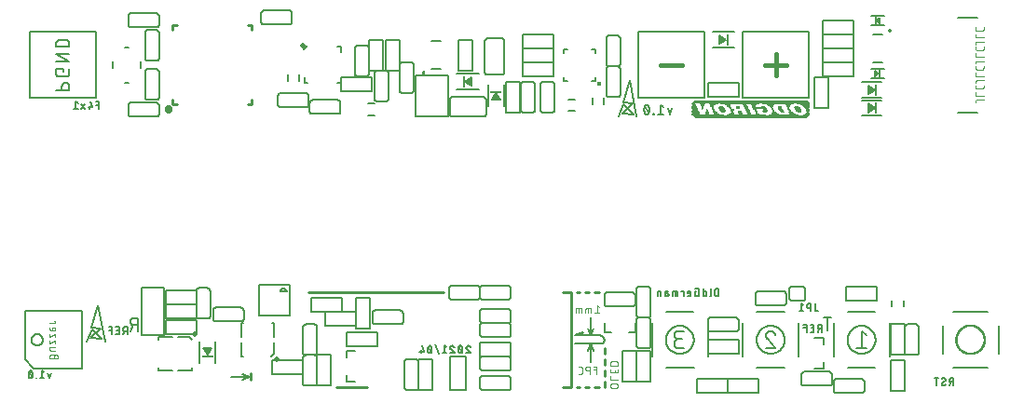
<source format=gbr>
G04 EAGLE Gerber RS-274X export*
G75*
%MOMM*%
%FSLAX34Y34*%
%LPD*%
%INSilkscreen Bottom*%
%IPPOS*%
%AMOC8*
5,1,8,0,0,1.08239X$1,22.5*%
G01*
%ADD10C,0.203200*%
%ADD11C,0.127000*%
%ADD12C,0.254000*%
%ADD13C,0.101600*%
%ADD14C,0.406400*%
%ADD15C,0.152400*%
%ADD16C,0.076200*%
%ADD17R,10.180319X0.030481*%
%ADD18R,10.302238X0.030475*%
%ADD19R,10.363200X0.030481*%
%ADD20R,10.424156X0.030481*%
%ADD21R,10.485119X0.030475*%
%ADD22R,10.546081X0.030481*%
%ADD23R,0.579119X0.030475*%
%ADD24R,2.712719X0.030475*%
%ADD25R,3.535681X0.030475*%
%ADD26R,2.804163X0.030475*%
%ADD27R,0.457200X0.030481*%
%ADD28R,0.609600X0.030481*%
%ADD29R,0.975356X0.030481*%
%ADD30R,0.152400X0.030481*%
%ADD31R,0.274319X0.030481*%
%ADD32R,0.365762X0.030481*%
%ADD33R,0.548638X0.030481*%
%ADD34R,2.651763X0.030481*%
%ADD35R,0.396238X0.030481*%
%ADD36R,0.792481X0.030481*%
%ADD37R,0.060956X0.030481*%
%ADD38R,0.243838X0.030481*%
%ADD39R,0.304800X0.030481*%
%ADD40R,0.518156X0.030481*%
%ADD41R,0.426719X0.030481*%
%ADD42R,0.762000X0.030481*%
%ADD43R,0.365756X0.030475*%
%ADD44R,0.457200X0.030475*%
%ADD45R,0.670556X0.030475*%
%ADD46R,0.274319X0.030475*%
%ADD47R,0.426719X0.030475*%
%ADD48R,0.396238X0.030475*%
%ADD49R,0.762000X0.030475*%
%ADD50R,0.335281X0.030481*%
%ADD51R,0.365756X0.030481*%
%ADD52R,0.731519X0.030481*%
%ADD53R,0.304800X0.030475*%
%ADD54R,0.487681X0.030475*%
%ADD55R,0.243838X0.030475*%
%ADD56R,0.335281X0.030475*%
%ADD57R,0.365762X0.030475*%
%ADD58R,0.731519X0.030475*%
%ADD59R,0.701037X0.030481*%
%ADD60R,0.213356X0.030481*%
%ADD61R,0.335275X0.030481*%
%ADD62R,0.213363X0.030481*%
%ADD63R,0.670556X0.030481*%
%ADD64R,0.213363X0.030475*%
%ADD65R,0.640075X0.030475*%
%ADD66R,0.640075X0.030481*%
%ADD67R,0.487681X0.030481*%
%ADD68R,0.182875X0.030481*%
%ADD69R,0.487675X0.030481*%
%ADD70R,0.518156X0.030475*%
%ADD71R,0.182875X0.030475*%
%ADD72R,0.152400X0.030475*%
%ADD73R,0.609600X0.030475*%
%ADD74R,0.182881X0.030481*%
%ADD75R,0.579119X0.030481*%
%ADD76R,0.213356X0.030475*%
%ADD77R,0.182881X0.030475*%
%ADD78R,0.091438X0.030475*%
%ADD79R,0.091438X0.030481*%
%ADD80R,0.548638X0.030475*%
%ADD81R,0.030475X0.030475*%
%ADD82R,0.518162X0.030481*%
%ADD83R,0.030475X0.030481*%
%ADD84R,0.060963X0.030481*%
%ADD85R,1.188719X0.030475*%
%ADD86R,0.518162X0.030475*%
%ADD87R,0.060963X0.030475*%
%ADD88R,1.158238X0.030481*%
%ADD89R,0.853438X0.030475*%
%ADD90R,0.792475X0.030475*%
%ADD91R,0.670563X0.030475*%
%ADD92R,1.036319X0.030481*%
%ADD93R,0.914400X0.030481*%
%ADD94R,0.640081X0.030481*%
%ADD95R,1.158238X0.030475*%
%ADD96R,2.865119X0.030475*%
%ADD97R,3.505200X0.030475*%
%ADD98R,0.792481X0.030475*%
%ADD99R,10.607038X0.030481*%
%ADD100R,10.546081X0.030475*%
%ADD101R,10.485119X0.030481*%
%ADD102R,10.424156X0.030475*%
%ADD103R,10.302238X0.030481*%
%ADD104R,10.180319X0.030475*%
%ADD105C,0.508000*%
%ADD106R,1.000000X0.200000*%
%ADD107C,0.381000*%
%ADD108C,0.406400*%
%ADD109R,0.200000X1.000000*%
%ADD110R,0.200000X0.800000*%

G36*
X686011Y386053D02*
X686011Y386053D01*
X686082Y386051D01*
X686152Y386070D01*
X686223Y386078D01*
X686278Y386103D01*
X686357Y386123D01*
X686460Y386184D01*
X686529Y386215D01*
X689529Y388215D01*
X689616Y388292D01*
X689706Y388365D01*
X689721Y388387D01*
X689741Y388405D01*
X689803Y388502D01*
X689870Y388597D01*
X689878Y388623D01*
X689893Y388645D01*
X689925Y388756D01*
X689963Y388866D01*
X689964Y388893D01*
X689971Y388918D01*
X689971Y389034D01*
X689977Y389150D01*
X689971Y389176D01*
X689971Y389203D01*
X689939Y389314D01*
X689913Y389427D01*
X689900Y389450D01*
X689892Y389476D01*
X689830Y389574D01*
X689774Y389675D01*
X689756Y389691D01*
X689741Y389716D01*
X689533Y389901D01*
X689529Y389905D01*
X686529Y391905D01*
X686465Y391936D01*
X686405Y391976D01*
X686337Y391997D01*
X686273Y392028D01*
X686202Y392040D01*
X686134Y392061D01*
X686063Y392063D01*
X685993Y392075D01*
X685921Y392067D01*
X685850Y392069D01*
X685781Y392051D01*
X685710Y392042D01*
X685644Y392015D01*
X685575Y391997D01*
X685514Y391960D01*
X685448Y391933D01*
X685392Y391888D01*
X685330Y391852D01*
X685281Y391800D01*
X685226Y391755D01*
X685185Y391697D01*
X685136Y391644D01*
X685103Y391581D01*
X685062Y391523D01*
X685039Y391455D01*
X685006Y391391D01*
X684996Y391332D01*
X684969Y391254D01*
X684963Y391135D01*
X684951Y391060D01*
X684951Y387060D01*
X684961Y386989D01*
X684961Y386917D01*
X684981Y386849D01*
X684991Y386779D01*
X685020Y386713D01*
X685040Y386644D01*
X685078Y386584D01*
X685107Y386519D01*
X685153Y386464D01*
X685191Y386404D01*
X685245Y386356D01*
X685291Y386302D01*
X685350Y386262D01*
X685404Y386215D01*
X685468Y386184D01*
X685527Y386145D01*
X685596Y386123D01*
X685660Y386092D01*
X685730Y386080D01*
X685798Y386059D01*
X685870Y386057D01*
X685941Y386045D01*
X686011Y386053D01*
G37*
G36*
X457855Y347953D02*
X457855Y347953D01*
X457926Y347951D01*
X457995Y347969D01*
X458066Y347978D01*
X458132Y348005D01*
X458201Y348023D01*
X458262Y348060D01*
X458328Y348087D01*
X458384Y348132D01*
X458446Y348169D01*
X458495Y348220D01*
X458550Y348265D01*
X458591Y348324D01*
X458640Y348376D01*
X458673Y348439D01*
X458714Y348497D01*
X458737Y348565D01*
X458770Y348629D01*
X458780Y348688D01*
X458807Y348766D01*
X458813Y348885D01*
X458825Y348960D01*
X458825Y352960D01*
X458815Y353031D01*
X458815Y353103D01*
X458795Y353171D01*
X458785Y353242D01*
X458756Y353307D01*
X458736Y353376D01*
X458698Y353436D01*
X458669Y353501D01*
X458623Y353556D01*
X458585Y353616D01*
X458532Y353664D01*
X458486Y353718D01*
X458426Y353758D01*
X458372Y353805D01*
X458308Y353836D01*
X458249Y353876D01*
X458181Y353897D01*
X458116Y353928D01*
X458046Y353940D01*
X457978Y353961D01*
X457906Y353963D01*
X457836Y353975D01*
X457765Y353967D01*
X457694Y353969D01*
X457624Y353950D01*
X457553Y353942D01*
X457498Y353917D01*
X457419Y353897D01*
X457316Y353836D01*
X457247Y353805D01*
X454247Y351805D01*
X454160Y351728D01*
X454070Y351655D01*
X454055Y351633D01*
X454035Y351615D01*
X453973Y351518D01*
X453906Y351423D01*
X453898Y351397D01*
X453883Y351375D01*
X453851Y351264D01*
X453813Y351154D01*
X453812Y351127D01*
X453805Y351102D01*
X453805Y350986D01*
X453799Y350870D01*
X453805Y350844D01*
X453805Y350817D01*
X453837Y350706D01*
X453863Y350593D01*
X453876Y350570D01*
X453884Y350544D01*
X453946Y350446D01*
X454002Y350345D01*
X454020Y350329D01*
X454035Y350304D01*
X454243Y350119D01*
X454247Y350115D01*
X457247Y348115D01*
X457311Y348084D01*
X457371Y348045D01*
X457439Y348023D01*
X457503Y347992D01*
X457574Y347980D01*
X457642Y347959D01*
X457713Y347957D01*
X457784Y347945D01*
X457855Y347953D01*
G37*
G36*
X820885Y340333D02*
X820885Y340333D01*
X820956Y340331D01*
X821026Y340350D01*
X821097Y340358D01*
X821152Y340383D01*
X821231Y340403D01*
X821334Y340464D01*
X821403Y340495D01*
X824403Y342495D01*
X824490Y342572D01*
X824580Y342645D01*
X824595Y342667D01*
X824615Y342685D01*
X824677Y342782D01*
X824744Y342877D01*
X824752Y342903D01*
X824767Y342925D01*
X824799Y343036D01*
X824837Y343146D01*
X824838Y343173D01*
X824845Y343198D01*
X824845Y343314D01*
X824851Y343430D01*
X824845Y343456D01*
X824845Y343483D01*
X824813Y343594D01*
X824787Y343707D01*
X824774Y343730D01*
X824766Y343756D01*
X824704Y343854D01*
X824648Y343955D01*
X824630Y343971D01*
X824615Y343996D01*
X824407Y344181D01*
X824403Y344185D01*
X821403Y346185D01*
X821339Y346216D01*
X821279Y346256D01*
X821211Y346277D01*
X821147Y346308D01*
X821076Y346320D01*
X821008Y346341D01*
X820937Y346343D01*
X820867Y346355D01*
X820795Y346347D01*
X820724Y346349D01*
X820655Y346331D01*
X820584Y346322D01*
X820518Y346295D01*
X820449Y346277D01*
X820388Y346240D01*
X820322Y346213D01*
X820266Y346168D01*
X820204Y346132D01*
X820155Y346080D01*
X820100Y346035D01*
X820059Y345977D01*
X820010Y345924D01*
X819977Y345861D01*
X819936Y345803D01*
X819913Y345735D01*
X819880Y345671D01*
X819870Y345612D01*
X819843Y345534D01*
X819837Y345415D01*
X819825Y345340D01*
X819825Y341340D01*
X819835Y341269D01*
X819835Y341197D01*
X819855Y341129D01*
X819865Y341059D01*
X819894Y340993D01*
X819914Y340924D01*
X819952Y340864D01*
X819981Y340799D01*
X820027Y340744D01*
X820065Y340684D01*
X820119Y340636D01*
X820165Y340582D01*
X820224Y340542D01*
X820278Y340495D01*
X820342Y340464D01*
X820401Y340425D01*
X820470Y340403D01*
X820534Y340372D01*
X820604Y340360D01*
X820672Y340339D01*
X820744Y340337D01*
X820815Y340325D01*
X820885Y340333D01*
G37*
G36*
X483281Y335255D02*
X483281Y335255D01*
X483353Y335255D01*
X483421Y335275D01*
X483492Y335285D01*
X483557Y335314D01*
X483626Y335334D01*
X483686Y335372D01*
X483751Y335401D01*
X483806Y335447D01*
X483866Y335485D01*
X483914Y335539D01*
X483968Y335585D01*
X484008Y335644D01*
X484055Y335698D01*
X484086Y335762D01*
X484126Y335821D01*
X484147Y335890D01*
X484178Y335954D01*
X484190Y336024D01*
X484211Y336092D01*
X484213Y336164D01*
X484225Y336235D01*
X484217Y336305D01*
X484219Y336376D01*
X484200Y336446D01*
X484192Y336517D01*
X484167Y336572D01*
X484147Y336651D01*
X484086Y336754D01*
X484055Y336823D01*
X482055Y339823D01*
X481978Y339910D01*
X481905Y340000D01*
X481883Y340015D01*
X481865Y340035D01*
X481768Y340097D01*
X481673Y340164D01*
X481647Y340172D01*
X481625Y340187D01*
X481514Y340219D01*
X481404Y340257D01*
X481377Y340258D01*
X481352Y340265D01*
X481236Y340265D01*
X481120Y340271D01*
X481094Y340265D01*
X481067Y340265D01*
X480956Y340233D01*
X480843Y340207D01*
X480820Y340194D01*
X480794Y340186D01*
X480696Y340124D01*
X480595Y340068D01*
X480579Y340050D01*
X480554Y340035D01*
X480369Y339827D01*
X480365Y339823D01*
X478365Y336823D01*
X478334Y336759D01*
X478295Y336699D01*
X478273Y336631D01*
X478242Y336567D01*
X478230Y336496D01*
X478209Y336428D01*
X478207Y336357D01*
X478195Y336287D01*
X478203Y336215D01*
X478201Y336144D01*
X478219Y336075D01*
X478228Y336004D01*
X478255Y335938D01*
X478273Y335869D01*
X478310Y335808D01*
X478337Y335742D01*
X478382Y335686D01*
X478419Y335624D01*
X478470Y335575D01*
X478515Y335520D01*
X478574Y335479D01*
X478626Y335430D01*
X478689Y335397D01*
X478747Y335356D01*
X478815Y335333D01*
X478879Y335300D01*
X478938Y335290D01*
X479016Y335263D01*
X479135Y335257D01*
X479210Y335245D01*
X483210Y335245D01*
X483281Y335255D01*
G37*
G36*
X820885Y323823D02*
X820885Y323823D01*
X820956Y323821D01*
X821026Y323840D01*
X821097Y323848D01*
X821152Y323873D01*
X821231Y323893D01*
X821334Y323954D01*
X821403Y323985D01*
X824403Y325985D01*
X824490Y326062D01*
X824580Y326135D01*
X824595Y326157D01*
X824615Y326175D01*
X824677Y326272D01*
X824744Y326367D01*
X824752Y326393D01*
X824767Y326415D01*
X824799Y326526D01*
X824837Y326636D01*
X824838Y326663D01*
X824845Y326688D01*
X824845Y326804D01*
X824851Y326920D01*
X824845Y326946D01*
X824845Y326973D01*
X824813Y327084D01*
X824787Y327197D01*
X824774Y327220D01*
X824766Y327246D01*
X824704Y327344D01*
X824648Y327445D01*
X824630Y327461D01*
X824615Y327486D01*
X824407Y327671D01*
X824403Y327675D01*
X821403Y329675D01*
X821339Y329706D01*
X821279Y329746D01*
X821211Y329767D01*
X821147Y329798D01*
X821076Y329810D01*
X821008Y329831D01*
X820937Y329833D01*
X820867Y329845D01*
X820795Y329837D01*
X820724Y329839D01*
X820655Y329821D01*
X820584Y329812D01*
X820518Y329785D01*
X820449Y329767D01*
X820388Y329730D01*
X820322Y329703D01*
X820266Y329658D01*
X820204Y329622D01*
X820155Y329570D01*
X820100Y329525D01*
X820059Y329467D01*
X820010Y329414D01*
X819977Y329351D01*
X819936Y329293D01*
X819913Y329225D01*
X819880Y329161D01*
X819870Y329102D01*
X819843Y329024D01*
X819837Y328905D01*
X819825Y328830D01*
X819825Y324830D01*
X819835Y324759D01*
X819835Y324687D01*
X819855Y324619D01*
X819865Y324549D01*
X819894Y324483D01*
X819914Y324414D01*
X819952Y324354D01*
X819981Y324289D01*
X820027Y324234D01*
X820065Y324174D01*
X820119Y324126D01*
X820165Y324072D01*
X820224Y324032D01*
X820278Y323985D01*
X820342Y323954D01*
X820401Y323915D01*
X820470Y323893D01*
X820534Y323862D01*
X820604Y323850D01*
X820672Y323829D01*
X820744Y323827D01*
X820815Y323815D01*
X820885Y323823D01*
G37*
G36*
X219186Y102765D02*
X219186Y102765D01*
X219213Y102765D01*
X219324Y102797D01*
X219437Y102823D01*
X219460Y102836D01*
X219486Y102844D01*
X219584Y102906D01*
X219685Y102962D01*
X219701Y102980D01*
X219726Y102995D01*
X219911Y103203D01*
X219915Y103207D01*
X221915Y106207D01*
X221946Y106271D01*
X221986Y106331D01*
X222007Y106399D01*
X222038Y106463D01*
X222050Y106534D01*
X222071Y106602D01*
X222073Y106673D01*
X222085Y106744D01*
X222077Y106815D01*
X222079Y106886D01*
X222061Y106955D01*
X222052Y107026D01*
X222025Y107092D01*
X222007Y107161D01*
X221970Y107222D01*
X221943Y107288D01*
X221898Y107344D01*
X221862Y107406D01*
X221810Y107455D01*
X221765Y107510D01*
X221707Y107551D01*
X221654Y107600D01*
X221591Y107633D01*
X221533Y107674D01*
X221465Y107697D01*
X221401Y107730D01*
X221342Y107740D01*
X221264Y107767D01*
X221145Y107773D01*
X221070Y107785D01*
X217070Y107785D01*
X216999Y107775D01*
X216927Y107775D01*
X216859Y107755D01*
X216789Y107745D01*
X216723Y107716D01*
X216654Y107696D01*
X216594Y107658D01*
X216529Y107629D01*
X216474Y107583D01*
X216414Y107545D01*
X216366Y107492D01*
X216312Y107446D01*
X216272Y107386D01*
X216225Y107332D01*
X216194Y107268D01*
X216155Y107209D01*
X216133Y107141D01*
X216102Y107076D01*
X216090Y107006D01*
X216069Y106938D01*
X216067Y106866D01*
X216055Y106796D01*
X216063Y106725D01*
X216061Y106654D01*
X216080Y106584D01*
X216088Y106513D01*
X216113Y106458D01*
X216133Y106379D01*
X216194Y106276D01*
X216225Y106207D01*
X218225Y103207D01*
X218302Y103120D01*
X218375Y103030D01*
X218397Y103015D01*
X218415Y102995D01*
X218512Y102933D01*
X218607Y102866D01*
X218633Y102858D01*
X218655Y102843D01*
X218766Y102811D01*
X218876Y102773D01*
X218903Y102772D01*
X218928Y102765D01*
X219044Y102765D01*
X219160Y102759D01*
X219186Y102765D01*
G37*
G36*
X829977Y404100D02*
X829977Y404100D01*
X830005Y404101D01*
X830040Y404127D01*
X830080Y404144D01*
X830096Y404167D01*
X830119Y404184D01*
X830136Y404224D01*
X830160Y404260D01*
X830167Y404303D01*
X830172Y404315D01*
X830170Y404323D01*
X830173Y404340D01*
X830173Y409340D01*
X830161Y409382D01*
X830159Y409425D01*
X830142Y409448D01*
X830134Y409475D01*
X830102Y409504D01*
X830076Y409539D01*
X830050Y409550D01*
X830029Y409569D01*
X829986Y409576D01*
X829945Y409592D01*
X829918Y409587D01*
X829889Y409591D01*
X829849Y409574D01*
X829807Y409567D01*
X829772Y409541D01*
X829760Y409536D01*
X829755Y409529D01*
X829741Y409519D01*
X827241Y407019D01*
X827233Y407005D01*
X827221Y406996D01*
X827200Y406944D01*
X827173Y406896D01*
X827174Y406880D01*
X827168Y406865D01*
X827178Y406811D01*
X827181Y406755D01*
X827191Y406742D01*
X827193Y406727D01*
X827241Y406661D01*
X829741Y404161D01*
X829779Y404140D01*
X829811Y404111D01*
X829840Y404107D01*
X829864Y404093D01*
X829908Y404096D01*
X829951Y404089D01*
X829977Y404100D01*
G37*
G36*
X825922Y355833D02*
X825922Y355833D01*
X825951Y355829D01*
X825991Y355846D01*
X826033Y355853D01*
X826068Y355879D01*
X826080Y355884D01*
X826085Y355891D01*
X826099Y355901D01*
X828599Y358401D01*
X828607Y358415D01*
X828619Y358424D01*
X828640Y358476D01*
X828667Y358524D01*
X828666Y358540D01*
X828672Y358555D01*
X828662Y358609D01*
X828659Y358665D01*
X828649Y358678D01*
X828647Y358693D01*
X828599Y358759D01*
X826099Y361259D01*
X826061Y361280D01*
X826029Y361309D01*
X826000Y361313D01*
X825976Y361327D01*
X825932Y361324D01*
X825889Y361331D01*
X825863Y361320D01*
X825835Y361319D01*
X825800Y361293D01*
X825760Y361276D01*
X825744Y361253D01*
X825721Y361236D01*
X825704Y361196D01*
X825680Y361160D01*
X825673Y361117D01*
X825668Y361105D01*
X825670Y361097D01*
X825667Y361080D01*
X825667Y356080D01*
X825679Y356038D01*
X825681Y355995D01*
X825698Y355972D01*
X825706Y355945D01*
X825738Y355916D01*
X825764Y355881D01*
X825790Y355870D01*
X825811Y355851D01*
X825854Y355844D01*
X825895Y355828D01*
X825922Y355833D01*
G37*
G36*
X839445Y395770D02*
X839445Y395770D01*
X839446Y395771D01*
X839448Y395771D01*
X839831Y395929D01*
X839832Y395931D01*
X839834Y395931D01*
X840162Y396183D01*
X840163Y396185D01*
X840165Y396185D01*
X840417Y396514D01*
X840417Y396516D01*
X840418Y396517D01*
X840577Y396900D01*
X840576Y396902D01*
X840578Y396903D01*
X840580Y396920D01*
X840586Y396967D01*
X840586Y396968D01*
X840591Y397003D01*
X840597Y397051D01*
X840602Y397087D01*
X840613Y397170D01*
X840618Y397206D01*
X840624Y397254D01*
X840629Y397290D01*
X840632Y397313D01*
X840632Y397314D01*
X840631Y397314D01*
X840631Y397315D01*
X840632Y397317D01*
X840578Y397727D01*
X840576Y397729D01*
X840577Y397730D01*
X840418Y398113D01*
X840416Y398114D01*
X840417Y398116D01*
X840165Y398445D01*
X840162Y398445D01*
X840162Y398447D01*
X839834Y398699D01*
X839831Y398699D01*
X839831Y398701D01*
X839448Y398859D01*
X839446Y398859D01*
X839445Y398860D01*
X839034Y398914D01*
X839032Y398913D01*
X839031Y398914D01*
X838620Y398860D01*
X838619Y398859D01*
X838617Y398859D01*
X838234Y398701D01*
X838233Y398699D01*
X838231Y398699D01*
X837903Y398447D01*
X837902Y398445D01*
X837901Y398445D01*
X837648Y398116D01*
X837648Y398114D01*
X837647Y398113D01*
X837488Y397730D01*
X837489Y397728D01*
X837487Y397727D01*
X837477Y397651D01*
X837472Y397615D01*
X837466Y397567D01*
X837461Y397532D01*
X837450Y397448D01*
X837446Y397412D01*
X837439Y397364D01*
X837435Y397329D01*
X837433Y397317D01*
X837434Y397315D01*
X837433Y397313D01*
X837487Y396903D01*
X837489Y396901D01*
X837488Y396900D01*
X837647Y396517D01*
X837649Y396516D01*
X837648Y396514D01*
X837901Y396185D01*
X837903Y396185D01*
X837903Y396183D01*
X838231Y395931D01*
X838234Y395931D01*
X838234Y395929D01*
X838617Y395771D01*
X838619Y395771D01*
X838620Y395770D01*
X839031Y395716D01*
X839033Y395717D01*
X839034Y395716D01*
X839445Y395770D01*
G37*
G36*
X415900Y357670D02*
X415900Y357670D01*
X415901Y357671D01*
X415903Y357671D01*
X416286Y357829D01*
X416287Y357831D01*
X416289Y357831D01*
X416617Y358083D01*
X416618Y358085D01*
X416620Y358085D01*
X416872Y358414D01*
X416872Y358416D01*
X416873Y358417D01*
X417032Y358800D01*
X417031Y358802D01*
X417033Y358803D01*
X417035Y358820D01*
X417041Y358867D01*
X417041Y358868D01*
X417046Y358903D01*
X417052Y358951D01*
X417057Y358987D01*
X417068Y359070D01*
X417073Y359106D01*
X417079Y359154D01*
X417084Y359190D01*
X417087Y359213D01*
X417087Y359214D01*
X417086Y359214D01*
X417086Y359215D01*
X417087Y359217D01*
X417033Y359627D01*
X417031Y359629D01*
X417032Y359630D01*
X416873Y360013D01*
X416871Y360014D01*
X416872Y360016D01*
X416620Y360345D01*
X416617Y360345D01*
X416617Y360347D01*
X416289Y360599D01*
X416286Y360599D01*
X416286Y360601D01*
X415903Y360759D01*
X415901Y360759D01*
X415900Y360760D01*
X415489Y360814D01*
X415487Y360813D01*
X415486Y360814D01*
X415075Y360760D01*
X415074Y360759D01*
X415072Y360759D01*
X414689Y360601D01*
X414688Y360599D01*
X414686Y360599D01*
X414358Y360347D01*
X414357Y360345D01*
X414356Y360345D01*
X414103Y360016D01*
X414103Y360014D01*
X414102Y360013D01*
X413943Y359630D01*
X413944Y359628D01*
X413942Y359627D01*
X413932Y359551D01*
X413927Y359515D01*
X413921Y359467D01*
X413916Y359432D01*
X413905Y359348D01*
X413901Y359312D01*
X413894Y359264D01*
X413890Y359229D01*
X413888Y359217D01*
X413889Y359215D01*
X413888Y359213D01*
X413942Y358803D01*
X413944Y358801D01*
X413943Y358800D01*
X414102Y358417D01*
X414104Y358416D01*
X414103Y358414D01*
X414356Y358085D01*
X414358Y358085D01*
X414358Y358083D01*
X414686Y357831D01*
X414689Y357831D01*
X414689Y357829D01*
X415072Y357671D01*
X415074Y357671D01*
X415075Y357670D01*
X415486Y357616D01*
X415488Y357617D01*
X415489Y357616D01*
X415900Y357670D01*
G37*
D10*
X782315Y124836D02*
X782315Y136774D01*
X785631Y136774D02*
X778999Y136774D01*
D11*
X777429Y129789D02*
X777429Y122931D01*
X777429Y129789D02*
X775524Y129789D01*
X775439Y129787D01*
X775353Y129781D01*
X775268Y129772D01*
X775184Y129758D01*
X775100Y129741D01*
X775017Y129720D01*
X774935Y129696D01*
X774855Y129668D01*
X774775Y129636D01*
X774697Y129600D01*
X774621Y129562D01*
X774547Y129519D01*
X774475Y129474D01*
X774404Y129425D01*
X774336Y129373D01*
X774271Y129319D01*
X774208Y129261D01*
X774147Y129200D01*
X774089Y129137D01*
X774035Y129072D01*
X773983Y129004D01*
X773934Y128933D01*
X773889Y128861D01*
X773846Y128787D01*
X773808Y128711D01*
X773772Y128633D01*
X773740Y128553D01*
X773712Y128473D01*
X773688Y128391D01*
X773667Y128308D01*
X773650Y128224D01*
X773636Y128140D01*
X773627Y128055D01*
X773621Y127969D01*
X773619Y127884D01*
X773621Y127799D01*
X773627Y127713D01*
X773636Y127628D01*
X773650Y127544D01*
X773667Y127460D01*
X773688Y127377D01*
X773712Y127295D01*
X773740Y127215D01*
X773772Y127135D01*
X773808Y127057D01*
X773846Y126981D01*
X773889Y126907D01*
X773934Y126835D01*
X773983Y126764D01*
X774035Y126696D01*
X774089Y126631D01*
X774147Y126568D01*
X774208Y126507D01*
X774271Y126449D01*
X774336Y126395D01*
X774404Y126343D01*
X774475Y126294D01*
X774547Y126249D01*
X774621Y126206D01*
X774697Y126168D01*
X774775Y126132D01*
X774855Y126100D01*
X774935Y126072D01*
X775017Y126048D01*
X775100Y126027D01*
X775184Y126010D01*
X775268Y125996D01*
X775353Y125987D01*
X775439Y125981D01*
X775524Y125979D01*
X777429Y125979D01*
X775143Y125979D02*
X773619Y122931D01*
X769919Y122931D02*
X766871Y122931D01*
X769919Y122931D02*
X769919Y129789D01*
X766871Y129789D01*
X767633Y126741D02*
X769919Y126741D01*
X763579Y129789D02*
X763579Y122931D01*
X763579Y129789D02*
X760531Y129789D01*
X760531Y126741D02*
X763579Y126741D01*
D12*
X549270Y73020D02*
X541650Y73020D01*
X549270Y73020D02*
X549270Y159380D01*
X541650Y159380D01*
X433700Y159380D02*
X310510Y159380D01*
X335910Y73020D02*
X363850Y73020D01*
X258440Y79370D02*
X258440Y85720D01*
D10*
X125852Y114676D02*
X119502Y147696D01*
X113660Y127376D01*
X122042Y126614D01*
X112898Y117470D01*
X123058Y116708D01*
X114168Y125852D01*
X109342Y114676D01*
X155711Y124074D02*
X155711Y136012D01*
X152395Y136012D01*
X152281Y136010D01*
X152166Y136004D01*
X152052Y135994D01*
X151939Y135980D01*
X151825Y135963D01*
X151713Y135941D01*
X151601Y135916D01*
X151491Y135886D01*
X151381Y135853D01*
X151273Y135816D01*
X151166Y135776D01*
X151060Y135731D01*
X150956Y135684D01*
X150854Y135632D01*
X150754Y135577D01*
X150655Y135519D01*
X150559Y135457D01*
X150464Y135392D01*
X150373Y135324D01*
X150283Y135252D01*
X150196Y135178D01*
X150112Y135101D01*
X150030Y135020D01*
X149951Y134937D01*
X149875Y134852D01*
X149802Y134763D01*
X149733Y134673D01*
X149666Y134580D01*
X149603Y134484D01*
X149543Y134387D01*
X149486Y134287D01*
X149433Y134186D01*
X149383Y134083D01*
X149337Y133978D01*
X149294Y133872D01*
X149256Y133764D01*
X149221Y133655D01*
X149190Y133545D01*
X149162Y133434D01*
X149139Y133322D01*
X149119Y133209D01*
X149103Y133096D01*
X149091Y132982D01*
X149083Y132868D01*
X149079Y132753D01*
X149079Y132639D01*
X149083Y132524D01*
X149091Y132410D01*
X149103Y132296D01*
X149119Y132183D01*
X149139Y132070D01*
X149162Y131958D01*
X149190Y131847D01*
X149221Y131737D01*
X149256Y131628D01*
X149294Y131520D01*
X149337Y131414D01*
X149383Y131309D01*
X149433Y131206D01*
X149486Y131105D01*
X149543Y131005D01*
X149603Y130908D01*
X149666Y130812D01*
X149733Y130719D01*
X149802Y130629D01*
X149875Y130540D01*
X149951Y130455D01*
X150030Y130372D01*
X150112Y130291D01*
X150196Y130214D01*
X150283Y130140D01*
X150373Y130068D01*
X150464Y130000D01*
X150559Y129935D01*
X150655Y129873D01*
X150754Y129815D01*
X150854Y129760D01*
X150956Y129708D01*
X151060Y129661D01*
X151166Y129616D01*
X151273Y129576D01*
X151381Y129539D01*
X151491Y129506D01*
X151601Y129476D01*
X151713Y129451D01*
X151825Y129429D01*
X151939Y129412D01*
X152052Y129398D01*
X152166Y129388D01*
X152281Y129382D01*
X152395Y129380D01*
X155711Y129380D01*
X151732Y129380D02*
X149079Y124074D01*
D11*
X146239Y120899D02*
X146239Y127757D01*
X144334Y127757D01*
X144249Y127755D01*
X144163Y127749D01*
X144078Y127740D01*
X143994Y127726D01*
X143910Y127709D01*
X143827Y127688D01*
X143745Y127664D01*
X143665Y127636D01*
X143585Y127604D01*
X143507Y127568D01*
X143431Y127530D01*
X143357Y127487D01*
X143285Y127442D01*
X143214Y127393D01*
X143146Y127341D01*
X143081Y127287D01*
X143018Y127229D01*
X142957Y127168D01*
X142899Y127105D01*
X142845Y127040D01*
X142793Y126972D01*
X142744Y126901D01*
X142699Y126829D01*
X142656Y126755D01*
X142618Y126679D01*
X142582Y126601D01*
X142550Y126521D01*
X142522Y126441D01*
X142498Y126359D01*
X142477Y126276D01*
X142460Y126192D01*
X142446Y126108D01*
X142437Y126023D01*
X142431Y125937D01*
X142429Y125852D01*
X142431Y125767D01*
X142437Y125681D01*
X142446Y125596D01*
X142460Y125512D01*
X142477Y125428D01*
X142498Y125345D01*
X142522Y125263D01*
X142550Y125183D01*
X142582Y125103D01*
X142618Y125025D01*
X142656Y124949D01*
X142699Y124875D01*
X142744Y124803D01*
X142793Y124732D01*
X142845Y124664D01*
X142899Y124599D01*
X142957Y124536D01*
X143018Y124475D01*
X143081Y124417D01*
X143146Y124363D01*
X143214Y124311D01*
X143285Y124262D01*
X143357Y124217D01*
X143431Y124174D01*
X143507Y124136D01*
X143585Y124100D01*
X143665Y124068D01*
X143745Y124040D01*
X143827Y124016D01*
X143910Y123995D01*
X143994Y123978D01*
X144078Y123964D01*
X144163Y123955D01*
X144249Y123949D01*
X144334Y123947D01*
X146239Y123947D01*
X143953Y123947D02*
X142429Y120899D01*
X138729Y120899D02*
X135681Y120899D01*
X138729Y120899D02*
X138729Y127757D01*
X135681Y127757D01*
X136443Y124709D02*
X138729Y124709D01*
X132389Y127757D02*
X132389Y120899D01*
X132389Y127757D02*
X129341Y127757D01*
X129341Y124709D02*
X132389Y124709D01*
D13*
X587060Y72258D02*
X590220Y72258D01*
X590307Y72260D01*
X590395Y72266D01*
X590482Y72275D01*
X590568Y72289D01*
X590654Y72306D01*
X590738Y72327D01*
X590822Y72352D01*
X590905Y72381D01*
X590986Y72413D01*
X591066Y72448D01*
X591144Y72487D01*
X591221Y72530D01*
X591295Y72576D01*
X591367Y72625D01*
X591437Y72677D01*
X591505Y72733D01*
X591570Y72791D01*
X591633Y72852D01*
X591692Y72916D01*
X591749Y72983D01*
X591803Y73051D01*
X591854Y73123D01*
X591901Y73196D01*
X591946Y73271D01*
X591987Y73349D01*
X592024Y73428D01*
X592058Y73508D01*
X592088Y73590D01*
X592115Y73673D01*
X592138Y73758D01*
X592157Y73843D01*
X592172Y73929D01*
X592184Y74016D01*
X592192Y74103D01*
X592196Y74190D01*
X592196Y74278D01*
X592192Y74365D01*
X592184Y74452D01*
X592172Y74539D01*
X592157Y74625D01*
X592138Y74710D01*
X592115Y74795D01*
X592088Y74878D01*
X592058Y74960D01*
X592024Y75040D01*
X591987Y75119D01*
X591946Y75197D01*
X591901Y75272D01*
X591854Y75345D01*
X591803Y75417D01*
X591749Y75485D01*
X591692Y75552D01*
X591633Y75616D01*
X591570Y75677D01*
X591505Y75735D01*
X591437Y75791D01*
X591367Y75843D01*
X591295Y75892D01*
X591221Y75938D01*
X591144Y75981D01*
X591066Y76020D01*
X590986Y76055D01*
X590905Y76087D01*
X590822Y76116D01*
X590738Y76141D01*
X590654Y76162D01*
X590568Y76179D01*
X590482Y76193D01*
X590395Y76202D01*
X590307Y76208D01*
X590220Y76210D01*
X590220Y76209D02*
X587060Y76209D01*
X587060Y76210D02*
X586973Y76208D01*
X586885Y76202D01*
X586798Y76193D01*
X586712Y76179D01*
X586626Y76162D01*
X586542Y76141D01*
X586458Y76116D01*
X586375Y76087D01*
X586294Y76055D01*
X586214Y76020D01*
X586136Y75981D01*
X586059Y75938D01*
X585985Y75892D01*
X585913Y75843D01*
X585843Y75791D01*
X585775Y75735D01*
X585710Y75677D01*
X585647Y75616D01*
X585588Y75552D01*
X585531Y75485D01*
X585477Y75417D01*
X585426Y75345D01*
X585379Y75272D01*
X585334Y75197D01*
X585293Y75119D01*
X585256Y75040D01*
X585222Y74960D01*
X585192Y74878D01*
X585165Y74795D01*
X585142Y74710D01*
X585123Y74625D01*
X585108Y74539D01*
X585096Y74452D01*
X585088Y74365D01*
X585084Y74278D01*
X585084Y74190D01*
X585088Y74103D01*
X585096Y74016D01*
X585108Y73929D01*
X585123Y73843D01*
X585142Y73758D01*
X585165Y73673D01*
X585192Y73590D01*
X585222Y73508D01*
X585256Y73428D01*
X585293Y73349D01*
X585334Y73271D01*
X585379Y73196D01*
X585426Y73123D01*
X585477Y73051D01*
X585531Y72983D01*
X585588Y72916D01*
X585647Y72852D01*
X585710Y72791D01*
X585775Y72733D01*
X585843Y72677D01*
X585913Y72625D01*
X585985Y72576D01*
X586059Y72530D01*
X586136Y72487D01*
X586214Y72448D01*
X586294Y72413D01*
X586375Y72381D01*
X586458Y72352D01*
X586542Y72327D01*
X586626Y72306D01*
X586712Y72289D01*
X586798Y72275D01*
X586885Y72266D01*
X586973Y72260D01*
X587060Y72258D01*
X585084Y79836D02*
X592196Y79836D01*
X585084Y79836D02*
X585084Y82996D01*
X585084Y86175D02*
X585084Y89336D01*
X585084Y86175D02*
X592196Y86175D01*
X592196Y89336D01*
X589035Y88546D02*
X589035Y86175D01*
X592196Y92497D02*
X585084Y92497D01*
X592196Y92497D02*
X592196Y94472D01*
X592194Y94558D01*
X592188Y94644D01*
X592179Y94730D01*
X592166Y94815D01*
X592149Y94900D01*
X592129Y94983D01*
X592105Y95066D01*
X592077Y95148D01*
X592046Y95228D01*
X592011Y95307D01*
X591973Y95384D01*
X591931Y95460D01*
X591887Y95534D01*
X591839Y95605D01*
X591788Y95675D01*
X591734Y95742D01*
X591677Y95807D01*
X591617Y95869D01*
X591555Y95929D01*
X591490Y95986D01*
X591423Y96040D01*
X591353Y96091D01*
X591282Y96139D01*
X591208Y96183D01*
X591132Y96225D01*
X591055Y96263D01*
X590976Y96298D01*
X590896Y96329D01*
X590814Y96357D01*
X590731Y96381D01*
X590648Y96401D01*
X590563Y96418D01*
X590478Y96431D01*
X590392Y96440D01*
X590306Y96446D01*
X590220Y96448D01*
X587060Y96448D01*
X586974Y96446D01*
X586888Y96440D01*
X586802Y96431D01*
X586717Y96418D01*
X586632Y96401D01*
X586549Y96381D01*
X586466Y96357D01*
X586384Y96329D01*
X586304Y96298D01*
X586225Y96263D01*
X586148Y96225D01*
X586072Y96183D01*
X585998Y96139D01*
X585927Y96091D01*
X585857Y96040D01*
X585790Y95986D01*
X585725Y95929D01*
X585663Y95869D01*
X585603Y95807D01*
X585546Y95742D01*
X585492Y95675D01*
X585441Y95605D01*
X585393Y95534D01*
X585349Y95460D01*
X585307Y95384D01*
X585269Y95307D01*
X585234Y95228D01*
X585203Y95148D01*
X585175Y95066D01*
X585151Y94983D01*
X585131Y94900D01*
X585114Y94815D01*
X585101Y94730D01*
X585092Y94644D01*
X585086Y94558D01*
X585084Y94472D01*
X585084Y92497D01*
D12*
X556890Y159380D02*
X554350Y159380D01*
X561970Y159380D02*
X565780Y159380D01*
X570860Y159380D02*
X574670Y159380D01*
X556890Y73020D02*
X554350Y73020D01*
X561970Y73020D02*
X565780Y73020D01*
X570860Y73020D02*
X574670Y73020D01*
D11*
X575940Y112390D02*
X553080Y112390D01*
X575940Y112390D02*
X576062Y112392D01*
X576184Y112398D01*
X576306Y112408D01*
X576427Y112421D01*
X576548Y112439D01*
X576668Y112460D01*
X576788Y112486D01*
X576906Y112515D01*
X577024Y112547D01*
X577141Y112584D01*
X577256Y112624D01*
X577370Y112668D01*
X577482Y112716D01*
X577593Y112767D01*
X577702Y112822D01*
X577810Y112880D01*
X577915Y112942D01*
X578018Y113007D01*
X578120Y113075D01*
X578219Y113147D01*
X578315Y113221D01*
X578410Y113299D01*
X578501Y113380D01*
X578591Y113463D01*
X578677Y113549D01*
X578760Y113639D01*
X578841Y113730D01*
X578919Y113825D01*
X578993Y113921D01*
X579065Y114020D01*
X579133Y114122D01*
X579198Y114225D01*
X579260Y114330D01*
X579318Y114438D01*
X579373Y114547D01*
X579424Y114658D01*
X579472Y114770D01*
X579516Y114884D01*
X579556Y114999D01*
X579593Y115116D01*
X579625Y115234D01*
X579654Y115352D01*
X579680Y115472D01*
X579701Y115592D01*
X579719Y115713D01*
X579732Y115834D01*
X579742Y115956D01*
X579748Y116078D01*
X579750Y116200D01*
X579748Y116322D01*
X579742Y116444D01*
X579732Y116566D01*
X579719Y116687D01*
X579701Y116808D01*
X579680Y116928D01*
X579654Y117048D01*
X579625Y117166D01*
X579593Y117284D01*
X579556Y117401D01*
X579516Y117516D01*
X579472Y117630D01*
X579424Y117742D01*
X579373Y117853D01*
X579318Y117962D01*
X579260Y118070D01*
X579198Y118175D01*
X579133Y118278D01*
X579065Y118380D01*
X578993Y118479D01*
X578919Y118575D01*
X578841Y118670D01*
X578760Y118761D01*
X578677Y118851D01*
X578591Y118937D01*
X578501Y119020D01*
X578410Y119101D01*
X578315Y119179D01*
X578219Y119253D01*
X578120Y119325D01*
X578018Y119393D01*
X577915Y119458D01*
X577810Y119520D01*
X577702Y119578D01*
X577593Y119633D01*
X577482Y119684D01*
X577370Y119732D01*
X577256Y119776D01*
X577141Y119816D01*
X577024Y119853D01*
X576906Y119885D01*
X576788Y119914D01*
X576668Y119940D01*
X576548Y119961D01*
X576427Y119979D01*
X576306Y119992D01*
X576184Y120002D01*
X576062Y120008D01*
X575940Y120010D01*
X567050Y120010D01*
X558160Y120010D01*
X553080Y120010D01*
X560700Y122550D01*
X558160Y120010D01*
X556890Y120010D02*
X558160Y121280D01*
X567050Y120010D02*
X567050Y136520D01*
X569590Y126360D02*
X567050Y120010D01*
X564510Y126360D01*
X567050Y112390D02*
X567050Y95880D01*
X564510Y106040D02*
X567050Y112390D01*
X569590Y106040D01*
D13*
X575096Y146116D02*
X573120Y147696D01*
X573120Y140584D01*
X575096Y140584D02*
X571144Y140584D01*
X567444Y140584D02*
X567444Y145325D01*
X563888Y145325D01*
X563822Y145323D01*
X563755Y145318D01*
X563690Y145308D01*
X563624Y145295D01*
X563560Y145279D01*
X563497Y145259D01*
X563435Y145235D01*
X563374Y145208D01*
X563315Y145177D01*
X563258Y145143D01*
X563202Y145106D01*
X563149Y145066D01*
X563098Y145024D01*
X563050Y144978D01*
X563004Y144930D01*
X562962Y144879D01*
X562922Y144826D01*
X562885Y144770D01*
X562851Y144713D01*
X562820Y144654D01*
X562793Y144593D01*
X562769Y144531D01*
X562749Y144468D01*
X562733Y144404D01*
X562720Y144338D01*
X562710Y144273D01*
X562705Y144206D01*
X562703Y144140D01*
X562703Y140584D01*
X565073Y140584D02*
X565073Y145325D01*
X558666Y145325D02*
X558666Y140584D01*
X558666Y145325D02*
X555110Y145325D01*
X555044Y145323D01*
X554977Y145318D01*
X554912Y145308D01*
X554846Y145295D01*
X554782Y145279D01*
X554719Y145259D01*
X554657Y145235D01*
X554596Y145208D01*
X554537Y145177D01*
X554480Y145143D01*
X554424Y145106D01*
X554371Y145066D01*
X554320Y145024D01*
X554272Y144978D01*
X554226Y144930D01*
X554184Y144879D01*
X554144Y144826D01*
X554107Y144770D01*
X554073Y144713D01*
X554042Y144654D01*
X554015Y144593D01*
X553991Y144531D01*
X553971Y144468D01*
X553955Y144404D01*
X553942Y144338D01*
X553932Y144273D01*
X553927Y144206D01*
X553925Y144140D01*
X553924Y144140D02*
X553924Y140584D01*
X556295Y140584D02*
X556295Y145325D01*
D12*
X579750Y78100D02*
X579750Y73020D01*
X579750Y83180D02*
X579750Y88260D01*
X579750Y93340D02*
X579750Y98420D01*
D13*
X572773Y91816D02*
X572773Y84704D01*
X572773Y91816D02*
X569612Y91816D01*
X569612Y88655D02*
X572773Y88655D01*
X566313Y91816D02*
X566313Y84704D01*
X566313Y91816D02*
X564337Y91816D01*
X564250Y91814D01*
X564162Y91808D01*
X564075Y91799D01*
X563989Y91785D01*
X563903Y91768D01*
X563819Y91747D01*
X563735Y91722D01*
X563652Y91693D01*
X563571Y91661D01*
X563491Y91626D01*
X563413Y91587D01*
X563336Y91544D01*
X563262Y91498D01*
X563190Y91449D01*
X563120Y91397D01*
X563052Y91341D01*
X562987Y91283D01*
X562924Y91222D01*
X562865Y91158D01*
X562808Y91091D01*
X562754Y91023D01*
X562703Y90951D01*
X562656Y90878D01*
X562611Y90803D01*
X562570Y90725D01*
X562533Y90646D01*
X562499Y90566D01*
X562469Y90484D01*
X562442Y90401D01*
X562419Y90316D01*
X562400Y90231D01*
X562385Y90145D01*
X562373Y90058D01*
X562365Y89971D01*
X562361Y89884D01*
X562361Y89796D01*
X562365Y89709D01*
X562373Y89622D01*
X562385Y89535D01*
X562400Y89449D01*
X562419Y89364D01*
X562442Y89279D01*
X562469Y89196D01*
X562499Y89114D01*
X562533Y89034D01*
X562570Y88955D01*
X562611Y88877D01*
X562656Y88802D01*
X562703Y88729D01*
X562754Y88657D01*
X562808Y88589D01*
X562865Y88522D01*
X562924Y88458D01*
X562987Y88397D01*
X563052Y88339D01*
X563120Y88283D01*
X563190Y88231D01*
X563262Y88182D01*
X563336Y88136D01*
X563413Y88093D01*
X563491Y88054D01*
X563571Y88019D01*
X563652Y87987D01*
X563735Y87958D01*
X563819Y87933D01*
X563903Y87912D01*
X563989Y87895D01*
X564075Y87881D01*
X564162Y87872D01*
X564250Y87866D01*
X564337Y87864D01*
X564337Y87865D02*
X566313Y87865D01*
X557827Y84704D02*
X556247Y84704D01*
X557827Y84704D02*
X557905Y84706D01*
X557982Y84712D01*
X558059Y84721D01*
X558135Y84734D01*
X558211Y84751D01*
X558286Y84772D01*
X558359Y84796D01*
X558432Y84824D01*
X558503Y84856D01*
X558572Y84891D01*
X558639Y84929D01*
X558705Y84970D01*
X558768Y85015D01*
X558829Y85063D01*
X558888Y85113D01*
X558944Y85167D01*
X558998Y85223D01*
X559048Y85282D01*
X559096Y85343D01*
X559141Y85406D01*
X559182Y85472D01*
X559220Y85539D01*
X559255Y85608D01*
X559287Y85679D01*
X559315Y85752D01*
X559339Y85825D01*
X559360Y85900D01*
X559377Y85976D01*
X559390Y86052D01*
X559399Y86129D01*
X559405Y86206D01*
X559407Y86284D01*
X559408Y86284D02*
X559408Y90236D01*
X559407Y90236D02*
X559405Y90314D01*
X559399Y90391D01*
X559390Y90468D01*
X559377Y90544D01*
X559360Y90620D01*
X559339Y90695D01*
X559315Y90768D01*
X559287Y90841D01*
X559255Y90912D01*
X559220Y90981D01*
X559182Y91048D01*
X559141Y91114D01*
X559096Y91177D01*
X559048Y91238D01*
X558998Y91297D01*
X558944Y91353D01*
X558888Y91407D01*
X558829Y91457D01*
X558768Y91505D01*
X558705Y91550D01*
X558639Y91591D01*
X558572Y91629D01*
X558503Y91664D01*
X558432Y91696D01*
X558359Y91724D01*
X558286Y91748D01*
X558211Y91769D01*
X558135Y91786D01*
X558059Y91799D01*
X557982Y91808D01*
X557905Y91814D01*
X557827Y91816D01*
X556247Y91816D01*
D12*
X579750Y103500D02*
X579750Y108580D01*
D10*
X813430Y124074D02*
X817804Y120574D01*
X813430Y124074D02*
X813430Y108326D01*
X817804Y108326D02*
X809056Y108326D01*
X730443Y124074D02*
X730319Y124072D01*
X730196Y124066D01*
X730072Y124057D01*
X729950Y124043D01*
X729827Y124026D01*
X729705Y124004D01*
X729584Y123979D01*
X729464Y123950D01*
X729345Y123918D01*
X729226Y123881D01*
X729109Y123841D01*
X728994Y123798D01*
X728879Y123750D01*
X728767Y123699D01*
X728656Y123645D01*
X728546Y123587D01*
X728439Y123526D01*
X728333Y123461D01*
X728230Y123393D01*
X728129Y123322D01*
X728030Y123248D01*
X727933Y123171D01*
X727839Y123090D01*
X727748Y123007D01*
X727659Y122921D01*
X727573Y122832D01*
X727490Y122741D01*
X727409Y122647D01*
X727332Y122550D01*
X727258Y122451D01*
X727187Y122350D01*
X727119Y122247D01*
X727054Y122141D01*
X726993Y122034D01*
X726935Y121924D01*
X726881Y121813D01*
X726830Y121701D01*
X726782Y121586D01*
X726739Y121471D01*
X726699Y121354D01*
X726662Y121235D01*
X726630Y121116D01*
X726601Y120996D01*
X726576Y120875D01*
X726554Y120753D01*
X726537Y120630D01*
X726523Y120508D01*
X726514Y120384D01*
X726508Y120261D01*
X726506Y120137D01*
X730443Y124074D02*
X730584Y124072D01*
X730726Y124066D01*
X730867Y124056D01*
X731007Y124042D01*
X731147Y124025D01*
X731287Y124003D01*
X731426Y123978D01*
X731564Y123948D01*
X731702Y123915D01*
X731838Y123878D01*
X731974Y123837D01*
X732108Y123792D01*
X732240Y123744D01*
X732372Y123692D01*
X732502Y123636D01*
X732630Y123577D01*
X732757Y123514D01*
X732881Y123447D01*
X733004Y123378D01*
X733125Y123304D01*
X733244Y123228D01*
X733361Y123148D01*
X733475Y123065D01*
X733587Y122978D01*
X733696Y122889D01*
X733803Y122797D01*
X733908Y122701D01*
X734009Y122603D01*
X734108Y122502D01*
X734204Y122398D01*
X734297Y122292D01*
X734387Y122183D01*
X734474Y122071D01*
X734558Y121957D01*
X734638Y121841D01*
X734716Y121723D01*
X734790Y121602D01*
X734860Y121480D01*
X734927Y121356D01*
X734991Y121229D01*
X735051Y121101D01*
X735108Y120972D01*
X735160Y120841D01*
X735210Y120708D01*
X735255Y120574D01*
X727817Y117075D02*
X727727Y117163D01*
X727639Y117255D01*
X727554Y117349D01*
X727472Y117446D01*
X727393Y117545D01*
X727316Y117646D01*
X727243Y117750D01*
X727173Y117855D01*
X727106Y117963D01*
X727043Y118073D01*
X726983Y118185D01*
X726926Y118298D01*
X726872Y118413D01*
X726822Y118530D01*
X726776Y118648D01*
X726733Y118767D01*
X726694Y118888D01*
X726658Y119009D01*
X726626Y119132D01*
X726598Y119256D01*
X726573Y119380D01*
X726552Y119505D01*
X726535Y119631D01*
X726522Y119757D01*
X726513Y119883D01*
X726507Y120010D01*
X726505Y120137D01*
X727818Y117075D02*
X735254Y108326D01*
X726506Y108326D01*
X651942Y108326D02*
X647568Y108326D01*
X647437Y108328D01*
X647306Y108334D01*
X647176Y108344D01*
X647046Y108357D01*
X646916Y108375D01*
X646787Y108396D01*
X646659Y108422D01*
X646531Y108451D01*
X646404Y108484D01*
X646279Y108520D01*
X646154Y108561D01*
X646031Y108605D01*
X645909Y108653D01*
X645789Y108704D01*
X645670Y108759D01*
X645553Y108818D01*
X645438Y108880D01*
X645325Y108945D01*
X645213Y109014D01*
X645104Y109086D01*
X644997Y109161D01*
X644892Y109240D01*
X644790Y109321D01*
X644690Y109406D01*
X644593Y109494D01*
X644498Y109584D01*
X644406Y109677D01*
X644317Y109773D01*
X644231Y109872D01*
X644148Y109973D01*
X644068Y110076D01*
X643991Y110182D01*
X643918Y110290D01*
X643847Y110401D01*
X643780Y110513D01*
X643716Y110627D01*
X643656Y110743D01*
X643599Y110861D01*
X643546Y110981D01*
X643496Y111102D01*
X643450Y111225D01*
X643408Y111348D01*
X643370Y111473D01*
X643335Y111600D01*
X643304Y111727D01*
X643276Y111855D01*
X643253Y111983D01*
X643234Y112113D01*
X643218Y112243D01*
X643206Y112373D01*
X643198Y112504D01*
X643194Y112635D01*
X643194Y112765D01*
X643198Y112896D01*
X643206Y113027D01*
X643218Y113157D01*
X643234Y113287D01*
X643253Y113417D01*
X643276Y113545D01*
X643304Y113673D01*
X643335Y113800D01*
X643370Y113927D01*
X643408Y114052D01*
X643450Y114175D01*
X643496Y114298D01*
X643546Y114419D01*
X643599Y114539D01*
X643656Y114657D01*
X643716Y114773D01*
X643780Y114887D01*
X643847Y114999D01*
X643918Y115110D01*
X643991Y115218D01*
X644068Y115324D01*
X644148Y115427D01*
X644231Y115528D01*
X644317Y115627D01*
X644406Y115723D01*
X644498Y115816D01*
X644593Y115906D01*
X644690Y115994D01*
X644790Y116079D01*
X644892Y116160D01*
X644997Y116239D01*
X645104Y116314D01*
X645213Y116386D01*
X645325Y116455D01*
X645438Y116520D01*
X645553Y116582D01*
X645670Y116641D01*
X645789Y116696D01*
X645909Y116747D01*
X646031Y116795D01*
X646154Y116839D01*
X646279Y116880D01*
X646404Y116916D01*
X646531Y116949D01*
X646659Y116978D01*
X646787Y117004D01*
X646916Y117025D01*
X647046Y117043D01*
X647176Y117056D01*
X647306Y117066D01*
X647437Y117072D01*
X647568Y117074D01*
X646693Y124074D02*
X651942Y124074D01*
X646693Y124074D02*
X646575Y124072D01*
X646457Y124066D01*
X646339Y124056D01*
X646222Y124042D01*
X646105Y124024D01*
X645988Y124002D01*
X645873Y123977D01*
X645759Y123947D01*
X645645Y123913D01*
X645533Y123876D01*
X645422Y123835D01*
X645313Y123790D01*
X645205Y123742D01*
X645099Y123690D01*
X644994Y123634D01*
X644892Y123575D01*
X644792Y123513D01*
X644694Y123447D01*
X644598Y123378D01*
X644504Y123305D01*
X644413Y123230D01*
X644325Y123151D01*
X644239Y123070D01*
X644156Y122985D01*
X644076Y122898D01*
X643999Y122809D01*
X643925Y122716D01*
X643855Y122622D01*
X643787Y122525D01*
X643723Y122425D01*
X643662Y122324D01*
X643605Y122221D01*
X643551Y122115D01*
X643500Y122008D01*
X643454Y121900D01*
X643411Y121790D01*
X643372Y121678D01*
X643336Y121565D01*
X643305Y121451D01*
X643277Y121336D01*
X643253Y121221D01*
X643233Y121104D01*
X643217Y120987D01*
X643205Y120869D01*
X643197Y120751D01*
X643193Y120633D01*
X643193Y120515D01*
X643197Y120397D01*
X643205Y120279D01*
X643217Y120161D01*
X643233Y120044D01*
X643253Y119927D01*
X643277Y119812D01*
X643305Y119697D01*
X643336Y119583D01*
X643372Y119470D01*
X643411Y119358D01*
X643454Y119248D01*
X643500Y119140D01*
X643551Y119033D01*
X643605Y118927D01*
X643662Y118824D01*
X643723Y118723D01*
X643787Y118623D01*
X643855Y118526D01*
X643925Y118432D01*
X643999Y118339D01*
X644076Y118250D01*
X644156Y118163D01*
X644239Y118078D01*
X644325Y117997D01*
X644413Y117918D01*
X644504Y117843D01*
X644598Y117770D01*
X644694Y117701D01*
X644792Y117635D01*
X644892Y117573D01*
X644994Y117514D01*
X645099Y117458D01*
X645205Y117406D01*
X645313Y117358D01*
X645422Y117313D01*
X645533Y117272D01*
X645645Y117235D01*
X645759Y117201D01*
X645873Y117171D01*
X645988Y117146D01*
X646105Y117124D01*
X646222Y117106D01*
X646339Y117092D01*
X646457Y117082D01*
X646575Y117076D01*
X646693Y117074D01*
X646693Y117075D02*
X650193Y117075D01*
D11*
X257170Y82672D02*
X240660Y82672D01*
X250820Y85212D02*
X257170Y82672D01*
X250820Y80132D01*
D13*
X79765Y99010D02*
X79765Y100985D01*
X79766Y100985D02*
X79764Y101072D01*
X79758Y101160D01*
X79749Y101247D01*
X79735Y101333D01*
X79718Y101419D01*
X79697Y101503D01*
X79672Y101587D01*
X79643Y101670D01*
X79611Y101751D01*
X79576Y101831D01*
X79537Y101909D01*
X79494Y101986D01*
X79448Y102060D01*
X79399Y102132D01*
X79347Y102202D01*
X79291Y102270D01*
X79233Y102335D01*
X79172Y102398D01*
X79108Y102457D01*
X79041Y102514D01*
X78973Y102568D01*
X78901Y102619D01*
X78828Y102666D01*
X78753Y102711D01*
X78675Y102752D01*
X78596Y102789D01*
X78516Y102823D01*
X78434Y102853D01*
X78351Y102880D01*
X78266Y102903D01*
X78181Y102922D01*
X78095Y102937D01*
X78008Y102949D01*
X77921Y102957D01*
X77834Y102961D01*
X77746Y102961D01*
X77659Y102957D01*
X77572Y102949D01*
X77485Y102937D01*
X77399Y102922D01*
X77314Y102903D01*
X77229Y102880D01*
X77146Y102853D01*
X77064Y102823D01*
X76984Y102789D01*
X76905Y102752D01*
X76827Y102711D01*
X76752Y102666D01*
X76679Y102619D01*
X76607Y102568D01*
X76539Y102514D01*
X76472Y102457D01*
X76408Y102398D01*
X76347Y102335D01*
X76289Y102270D01*
X76233Y102202D01*
X76181Y102132D01*
X76132Y102060D01*
X76086Y101986D01*
X76043Y101909D01*
X76004Y101831D01*
X75969Y101751D01*
X75937Y101670D01*
X75908Y101587D01*
X75883Y101503D01*
X75862Y101419D01*
X75845Y101333D01*
X75831Y101247D01*
X75822Y101160D01*
X75816Y101072D01*
X75814Y100985D01*
X75814Y99010D01*
X82926Y99010D01*
X82926Y100985D01*
X82924Y101064D01*
X82918Y101142D01*
X82908Y101220D01*
X82895Y101298D01*
X82877Y101375D01*
X82856Y101451D01*
X82831Y101525D01*
X82802Y101599D01*
X82770Y101671D01*
X82734Y101741D01*
X82694Y101809D01*
X82651Y101875D01*
X82605Y101939D01*
X82556Y102001D01*
X82504Y102060D01*
X82449Y102116D01*
X82391Y102170D01*
X82331Y102220D01*
X82268Y102268D01*
X82203Y102312D01*
X82136Y102353D01*
X82067Y102391D01*
X81996Y102425D01*
X81923Y102456D01*
X81849Y102483D01*
X81774Y102506D01*
X81698Y102525D01*
X81620Y102541D01*
X81542Y102553D01*
X81464Y102561D01*
X81385Y102565D01*
X81307Y102565D01*
X81228Y102561D01*
X81150Y102553D01*
X81072Y102541D01*
X80994Y102525D01*
X80918Y102506D01*
X80843Y102483D01*
X80769Y102456D01*
X80696Y102425D01*
X80625Y102391D01*
X80556Y102353D01*
X80489Y102312D01*
X80424Y102268D01*
X80361Y102220D01*
X80301Y102170D01*
X80243Y102116D01*
X80188Y102060D01*
X80136Y102001D01*
X80087Y101939D01*
X80041Y101875D01*
X79998Y101809D01*
X79958Y101741D01*
X79922Y101671D01*
X79890Y101599D01*
X79861Y101525D01*
X79836Y101451D01*
X79815Y101375D01*
X79797Y101298D01*
X79784Y101220D01*
X79774Y101142D01*
X79768Y101064D01*
X79766Y100985D01*
X80555Y106094D02*
X76999Y106094D01*
X76933Y106096D01*
X76866Y106101D01*
X76801Y106111D01*
X76735Y106124D01*
X76671Y106140D01*
X76608Y106160D01*
X76546Y106184D01*
X76485Y106211D01*
X76426Y106242D01*
X76369Y106276D01*
X76313Y106313D01*
X76260Y106353D01*
X76209Y106395D01*
X76161Y106441D01*
X76115Y106489D01*
X76073Y106540D01*
X76033Y106593D01*
X75996Y106649D01*
X75962Y106706D01*
X75931Y106765D01*
X75904Y106826D01*
X75880Y106888D01*
X75860Y106951D01*
X75844Y107015D01*
X75831Y107081D01*
X75821Y107146D01*
X75816Y107213D01*
X75814Y107279D01*
X75814Y109254D01*
X80555Y109254D01*
X80555Y112433D02*
X80555Y115594D01*
X75814Y112433D01*
X75814Y115594D01*
X80555Y118286D02*
X80555Y121446D01*
X75814Y118286D01*
X75814Y121446D01*
X75814Y125567D02*
X75814Y127542D01*
X75814Y125567D02*
X75816Y125501D01*
X75821Y125434D01*
X75831Y125369D01*
X75844Y125303D01*
X75860Y125239D01*
X75880Y125176D01*
X75904Y125114D01*
X75931Y125053D01*
X75962Y124994D01*
X75996Y124937D01*
X76033Y124881D01*
X76073Y124828D01*
X76115Y124777D01*
X76161Y124729D01*
X76209Y124683D01*
X76260Y124641D01*
X76313Y124601D01*
X76369Y124564D01*
X76426Y124530D01*
X76485Y124499D01*
X76546Y124472D01*
X76608Y124448D01*
X76671Y124428D01*
X76735Y124412D01*
X76801Y124399D01*
X76866Y124389D01*
X76933Y124384D01*
X76999Y124382D01*
X76999Y124381D02*
X78975Y124381D01*
X78975Y124382D02*
X79054Y124384D01*
X79132Y124390D01*
X79210Y124400D01*
X79288Y124413D01*
X79365Y124431D01*
X79441Y124452D01*
X79515Y124477D01*
X79589Y124506D01*
X79661Y124538D01*
X79731Y124574D01*
X79799Y124614D01*
X79865Y124657D01*
X79929Y124703D01*
X79991Y124752D01*
X80050Y124804D01*
X80106Y124859D01*
X80160Y124917D01*
X80210Y124977D01*
X80258Y125040D01*
X80302Y125105D01*
X80343Y125172D01*
X80381Y125241D01*
X80415Y125312D01*
X80446Y125385D01*
X80473Y125459D01*
X80496Y125534D01*
X80515Y125610D01*
X80531Y125688D01*
X80543Y125766D01*
X80551Y125844D01*
X80555Y125923D01*
X80555Y126001D01*
X80551Y126080D01*
X80543Y126158D01*
X80531Y126236D01*
X80515Y126314D01*
X80496Y126390D01*
X80473Y126465D01*
X80446Y126539D01*
X80415Y126612D01*
X80381Y126683D01*
X80343Y126752D01*
X80302Y126819D01*
X80258Y126884D01*
X80210Y126947D01*
X80160Y127007D01*
X80106Y127065D01*
X80050Y127120D01*
X79991Y127172D01*
X79929Y127221D01*
X79865Y127267D01*
X79799Y127310D01*
X79731Y127350D01*
X79661Y127386D01*
X79589Y127418D01*
X79515Y127447D01*
X79441Y127472D01*
X79365Y127493D01*
X79288Y127511D01*
X79210Y127524D01*
X79132Y127534D01*
X79054Y127540D01*
X78975Y127542D01*
X78185Y127542D01*
X78185Y124381D01*
X75814Y131020D02*
X80555Y131020D01*
X80555Y133390D01*
X79765Y133390D01*
D11*
X683755Y157856D02*
X683755Y160904D01*
X683753Y160989D01*
X683747Y161075D01*
X683738Y161160D01*
X683724Y161244D01*
X683707Y161328D01*
X683686Y161411D01*
X683662Y161493D01*
X683634Y161573D01*
X683602Y161653D01*
X683566Y161731D01*
X683528Y161807D01*
X683485Y161881D01*
X683440Y161953D01*
X683391Y162024D01*
X683339Y162092D01*
X683285Y162157D01*
X683227Y162220D01*
X683166Y162281D01*
X683103Y162339D01*
X683038Y162393D01*
X682970Y162445D01*
X682899Y162494D01*
X682827Y162539D01*
X682753Y162582D01*
X682677Y162620D01*
X682599Y162656D01*
X682519Y162688D01*
X682439Y162716D01*
X682357Y162740D01*
X682274Y162761D01*
X682190Y162778D01*
X682106Y162792D01*
X682021Y162801D01*
X681935Y162807D01*
X681850Y162809D01*
X681765Y162807D01*
X681679Y162801D01*
X681594Y162792D01*
X681510Y162778D01*
X681426Y162761D01*
X681343Y162740D01*
X681261Y162716D01*
X681181Y162688D01*
X681101Y162656D01*
X681023Y162620D01*
X680947Y162582D01*
X680873Y162539D01*
X680801Y162494D01*
X680730Y162445D01*
X680662Y162393D01*
X680597Y162339D01*
X680534Y162281D01*
X680473Y162220D01*
X680415Y162157D01*
X680361Y162092D01*
X680309Y162024D01*
X680260Y161953D01*
X680215Y161881D01*
X680172Y161807D01*
X680134Y161731D01*
X680098Y161653D01*
X680066Y161573D01*
X680038Y161493D01*
X680014Y161411D01*
X679993Y161328D01*
X679976Y161244D01*
X679962Y161160D01*
X679953Y161075D01*
X679947Y160989D01*
X679945Y160904D01*
X679945Y157856D01*
X679947Y157771D01*
X679953Y157685D01*
X679962Y157600D01*
X679976Y157516D01*
X679993Y157432D01*
X680014Y157349D01*
X680038Y157267D01*
X680066Y157187D01*
X680098Y157107D01*
X680134Y157029D01*
X680172Y156953D01*
X680215Y156879D01*
X680260Y156807D01*
X680309Y156736D01*
X680361Y156668D01*
X680415Y156603D01*
X680473Y156540D01*
X680534Y156479D01*
X680597Y156421D01*
X680662Y156367D01*
X680730Y156315D01*
X680801Y156266D01*
X680873Y156221D01*
X680947Y156178D01*
X681023Y156140D01*
X681101Y156104D01*
X681181Y156072D01*
X681261Y156044D01*
X681343Y156020D01*
X681426Y155999D01*
X681510Y155982D01*
X681594Y155968D01*
X681679Y155959D01*
X681765Y155953D01*
X681850Y155951D01*
X681935Y155953D01*
X682021Y155959D01*
X682106Y155968D01*
X682190Y155982D01*
X682274Y155999D01*
X682357Y156020D01*
X682439Y156044D01*
X682519Y156072D01*
X682599Y156104D01*
X682677Y156140D01*
X682753Y156178D01*
X682827Y156221D01*
X682899Y156266D01*
X682970Y156315D01*
X683038Y156367D01*
X683103Y156421D01*
X683166Y156479D01*
X683227Y156540D01*
X683285Y156603D01*
X683339Y156668D01*
X683391Y156736D01*
X683440Y156807D01*
X683485Y156879D01*
X683528Y156953D01*
X683566Y157029D01*
X683602Y157107D01*
X683634Y157187D01*
X683662Y157267D01*
X683686Y157349D01*
X683707Y157432D01*
X683724Y157516D01*
X683738Y157600D01*
X683747Y157685D01*
X683753Y157771D01*
X683755Y157856D01*
X676522Y157094D02*
X676522Y162809D01*
X676522Y157094D02*
X676520Y157028D01*
X676514Y156961D01*
X676505Y156896D01*
X676491Y156830D01*
X676474Y156766D01*
X676453Y156703D01*
X676429Y156641D01*
X676400Y156581D01*
X676369Y156523D01*
X676334Y156466D01*
X676296Y156411D01*
X676255Y156359D01*
X676210Y156310D01*
X676163Y156263D01*
X676114Y156218D01*
X676062Y156177D01*
X676007Y156139D01*
X675951Y156104D01*
X675892Y156073D01*
X675832Y156044D01*
X675770Y156020D01*
X675707Y155999D01*
X675643Y155982D01*
X675577Y155968D01*
X675512Y155959D01*
X675445Y155953D01*
X675379Y155951D01*
X669653Y155951D02*
X669653Y162809D01*
X669653Y155951D02*
X671558Y155951D01*
X671624Y155953D01*
X671691Y155959D01*
X671756Y155968D01*
X671822Y155982D01*
X671886Y155999D01*
X671949Y156020D01*
X672011Y156044D01*
X672071Y156073D01*
X672130Y156104D01*
X672186Y156139D01*
X672241Y156177D01*
X672293Y156218D01*
X672342Y156263D01*
X672389Y156310D01*
X672434Y156359D01*
X672475Y156411D01*
X672513Y156466D01*
X672548Y156523D01*
X672579Y156581D01*
X672608Y156641D01*
X672632Y156703D01*
X672653Y156766D01*
X672670Y156830D01*
X672684Y156896D01*
X672693Y156961D01*
X672699Y157028D01*
X672701Y157094D01*
X672701Y159380D01*
X672699Y159446D01*
X672693Y159513D01*
X672684Y159578D01*
X672670Y159644D01*
X672653Y159708D01*
X672632Y159771D01*
X672608Y159833D01*
X672579Y159893D01*
X672548Y159952D01*
X672513Y160008D01*
X672475Y160063D01*
X672434Y160115D01*
X672389Y160164D01*
X672342Y160211D01*
X672293Y160256D01*
X672241Y160297D01*
X672186Y160335D01*
X672130Y160370D01*
X672071Y160401D01*
X672011Y160430D01*
X671949Y160454D01*
X671886Y160475D01*
X671822Y160492D01*
X671756Y160506D01*
X671691Y160515D01*
X671624Y160521D01*
X671558Y160523D01*
X669653Y160523D01*
X663044Y159761D02*
X661901Y159761D01*
X661901Y155951D01*
X664187Y155951D01*
X664264Y155953D01*
X664341Y155959D01*
X664418Y155969D01*
X664494Y155982D01*
X664569Y156000D01*
X664643Y156021D01*
X664716Y156046D01*
X664788Y156075D01*
X664858Y156107D01*
X664927Y156142D01*
X664993Y156182D01*
X665058Y156224D01*
X665120Y156270D01*
X665180Y156319D01*
X665237Y156370D01*
X665292Y156425D01*
X665343Y156482D01*
X665392Y156542D01*
X665438Y156604D01*
X665480Y156669D01*
X665520Y156735D01*
X665555Y156804D01*
X665587Y156874D01*
X665616Y156946D01*
X665641Y157019D01*
X665662Y157093D01*
X665680Y157168D01*
X665693Y157244D01*
X665703Y157321D01*
X665709Y157398D01*
X665711Y157475D01*
X665711Y161285D01*
X665709Y161362D01*
X665703Y161439D01*
X665693Y161516D01*
X665680Y161592D01*
X665662Y161667D01*
X665641Y161741D01*
X665616Y161814D01*
X665587Y161886D01*
X665555Y161956D01*
X665520Y162025D01*
X665480Y162091D01*
X665438Y162156D01*
X665392Y162218D01*
X665343Y162278D01*
X665292Y162335D01*
X665237Y162390D01*
X665180Y162441D01*
X665120Y162490D01*
X665058Y162536D01*
X664993Y162578D01*
X664927Y162618D01*
X664858Y162653D01*
X664788Y162685D01*
X664716Y162714D01*
X664643Y162739D01*
X664569Y162760D01*
X664494Y162778D01*
X664418Y162791D01*
X664341Y162801D01*
X664264Y162807D01*
X664187Y162809D01*
X661901Y162809D01*
X657116Y155951D02*
X655211Y155951D01*
X657116Y155951D02*
X657182Y155953D01*
X657249Y155959D01*
X657314Y155968D01*
X657380Y155982D01*
X657444Y155999D01*
X657507Y156020D01*
X657569Y156044D01*
X657629Y156073D01*
X657688Y156104D01*
X657744Y156139D01*
X657799Y156177D01*
X657851Y156218D01*
X657900Y156263D01*
X657947Y156310D01*
X657992Y156359D01*
X658033Y156411D01*
X658071Y156466D01*
X658106Y156523D01*
X658137Y156581D01*
X658166Y156641D01*
X658190Y156703D01*
X658211Y156766D01*
X658228Y156830D01*
X658242Y156896D01*
X658251Y156961D01*
X658257Y157028D01*
X658259Y157094D01*
X658259Y158999D01*
X658257Y159076D01*
X658251Y159153D01*
X658241Y159230D01*
X658228Y159306D01*
X658210Y159381D01*
X658189Y159455D01*
X658164Y159528D01*
X658135Y159600D01*
X658103Y159670D01*
X658068Y159739D01*
X658028Y159805D01*
X657986Y159870D01*
X657940Y159932D01*
X657891Y159992D01*
X657840Y160049D01*
X657785Y160104D01*
X657728Y160155D01*
X657668Y160204D01*
X657606Y160250D01*
X657541Y160292D01*
X657475Y160332D01*
X657406Y160367D01*
X657336Y160399D01*
X657264Y160428D01*
X657191Y160453D01*
X657117Y160474D01*
X657042Y160492D01*
X656966Y160505D01*
X656889Y160515D01*
X656812Y160521D01*
X656735Y160523D01*
X656658Y160521D01*
X656581Y160515D01*
X656504Y160505D01*
X656428Y160492D01*
X656353Y160474D01*
X656279Y160453D01*
X656206Y160428D01*
X656134Y160399D01*
X656064Y160367D01*
X655995Y160332D01*
X655929Y160292D01*
X655864Y160250D01*
X655802Y160204D01*
X655742Y160155D01*
X655685Y160104D01*
X655630Y160049D01*
X655579Y159992D01*
X655530Y159932D01*
X655484Y159870D01*
X655442Y159805D01*
X655402Y159739D01*
X655367Y159670D01*
X655335Y159600D01*
X655306Y159528D01*
X655281Y159455D01*
X655260Y159381D01*
X655242Y159306D01*
X655229Y159230D01*
X655219Y159153D01*
X655213Y159076D01*
X655211Y158999D01*
X655211Y158237D01*
X658259Y158237D01*
X651612Y155951D02*
X651612Y160523D01*
X649326Y160523D01*
X649326Y159761D01*
X646341Y160523D02*
X646341Y155951D01*
X646341Y160523D02*
X642912Y160523D01*
X642846Y160521D01*
X642779Y160515D01*
X642714Y160506D01*
X642648Y160492D01*
X642584Y160475D01*
X642521Y160454D01*
X642459Y160430D01*
X642399Y160401D01*
X642341Y160370D01*
X642284Y160335D01*
X642229Y160297D01*
X642177Y160256D01*
X642128Y160211D01*
X642081Y160164D01*
X642036Y160115D01*
X641995Y160063D01*
X641957Y160008D01*
X641922Y159952D01*
X641891Y159893D01*
X641862Y159833D01*
X641838Y159771D01*
X641817Y159708D01*
X641800Y159644D01*
X641786Y159578D01*
X641777Y159513D01*
X641771Y159446D01*
X641769Y159380D01*
X641769Y155951D01*
X644055Y155951D02*
X644055Y160523D01*
X636742Y158618D02*
X635028Y158618D01*
X636742Y158619D02*
X636814Y158617D01*
X636886Y158611D01*
X636958Y158601D01*
X637029Y158588D01*
X637099Y158570D01*
X637168Y158549D01*
X637236Y158524D01*
X637302Y158496D01*
X637367Y158464D01*
X637430Y158428D01*
X637491Y158389D01*
X637549Y158347D01*
X637606Y158302D01*
X637659Y158253D01*
X637710Y158202D01*
X637759Y158149D01*
X637804Y158092D01*
X637846Y158034D01*
X637885Y157973D01*
X637921Y157910D01*
X637953Y157845D01*
X637981Y157779D01*
X638006Y157711D01*
X638027Y157642D01*
X638045Y157572D01*
X638058Y157501D01*
X638068Y157429D01*
X638074Y157357D01*
X638076Y157285D01*
X638074Y157213D01*
X638068Y157141D01*
X638058Y157069D01*
X638045Y156998D01*
X638027Y156928D01*
X638006Y156859D01*
X637981Y156791D01*
X637953Y156725D01*
X637921Y156660D01*
X637885Y156597D01*
X637846Y156536D01*
X637804Y156478D01*
X637759Y156421D01*
X637710Y156368D01*
X637659Y156317D01*
X637606Y156268D01*
X637549Y156223D01*
X637491Y156181D01*
X637430Y156142D01*
X637367Y156106D01*
X637302Y156074D01*
X637236Y156046D01*
X637168Y156021D01*
X637099Y156000D01*
X637029Y155982D01*
X636958Y155969D01*
X636886Y155959D01*
X636814Y155953D01*
X636742Y155951D01*
X635028Y155951D01*
X635028Y159380D01*
X635030Y159446D01*
X635036Y159513D01*
X635045Y159578D01*
X635059Y159644D01*
X635076Y159708D01*
X635097Y159771D01*
X635121Y159833D01*
X635150Y159893D01*
X635181Y159952D01*
X635216Y160008D01*
X635254Y160063D01*
X635295Y160115D01*
X635340Y160164D01*
X635387Y160211D01*
X635436Y160256D01*
X635488Y160297D01*
X635543Y160335D01*
X635600Y160370D01*
X635658Y160401D01*
X635718Y160430D01*
X635780Y160454D01*
X635843Y160475D01*
X635907Y160492D01*
X635973Y160506D01*
X636038Y160515D01*
X636105Y160521D01*
X636171Y160523D01*
X637695Y160523D01*
X631193Y160523D02*
X631193Y155951D01*
X631193Y160523D02*
X629288Y160523D01*
X629222Y160521D01*
X629155Y160515D01*
X629090Y160506D01*
X629024Y160492D01*
X628960Y160475D01*
X628897Y160454D01*
X628835Y160430D01*
X628775Y160401D01*
X628717Y160370D01*
X628660Y160335D01*
X628605Y160297D01*
X628553Y160256D01*
X628504Y160211D01*
X628457Y160164D01*
X628412Y160115D01*
X628371Y160063D01*
X628333Y160008D01*
X628298Y159952D01*
X628267Y159893D01*
X628238Y159833D01*
X628214Y159771D01*
X628193Y159708D01*
X628176Y159644D01*
X628162Y159578D01*
X628153Y159513D01*
X628147Y159446D01*
X628145Y159380D01*
X628145Y155951D01*
X455994Y110740D02*
X455912Y110738D01*
X455831Y110732D01*
X455750Y110723D01*
X455669Y110709D01*
X455590Y110692D01*
X455511Y110671D01*
X455433Y110646D01*
X455357Y110617D01*
X455282Y110585D01*
X455208Y110549D01*
X455137Y110510D01*
X455067Y110468D01*
X454999Y110422D01*
X454934Y110373D01*
X454871Y110321D01*
X454811Y110266D01*
X454753Y110208D01*
X454698Y110148D01*
X454646Y110085D01*
X454597Y110020D01*
X454551Y109952D01*
X454509Y109883D01*
X454470Y109811D01*
X454434Y109737D01*
X454402Y109662D01*
X454373Y109586D01*
X454348Y109508D01*
X454327Y109429D01*
X454310Y109350D01*
X454296Y109269D01*
X454287Y109188D01*
X454281Y109107D01*
X454279Y109025D01*
X455994Y110739D02*
X456086Y110737D01*
X456178Y110731D01*
X456270Y110722D01*
X456362Y110708D01*
X456452Y110691D01*
X456542Y110670D01*
X456631Y110645D01*
X456719Y110616D01*
X456806Y110584D01*
X456891Y110548D01*
X456974Y110509D01*
X457056Y110466D01*
X457136Y110420D01*
X457214Y110370D01*
X457290Y110318D01*
X457363Y110262D01*
X457434Y110203D01*
X457503Y110141D01*
X457569Y110076D01*
X457632Y110009D01*
X457692Y109939D01*
X457750Y109867D01*
X457804Y109792D01*
X457855Y109715D01*
X457903Y109636D01*
X457947Y109555D01*
X457988Y109472D01*
X458026Y109388D01*
X458060Y109302D01*
X458090Y109215D01*
X454851Y107691D02*
X454792Y107750D01*
X454736Y107811D01*
X454683Y107874D01*
X454632Y107940D01*
X454585Y108008D01*
X454541Y108078D01*
X454500Y108150D01*
X454462Y108224D01*
X454428Y108299D01*
X454397Y108376D01*
X454370Y108454D01*
X454346Y108534D01*
X454325Y108614D01*
X454309Y108695D01*
X454296Y108777D01*
X454286Y108859D01*
X454281Y108942D01*
X454279Y109025D01*
X454851Y107691D02*
X458089Y103881D01*
X454279Y103881D01*
X450774Y107310D02*
X450772Y107452D01*
X450767Y107595D01*
X450758Y107737D01*
X450745Y107879D01*
X450729Y108020D01*
X450710Y108161D01*
X450686Y108302D01*
X450660Y108442D01*
X450629Y108581D01*
X450595Y108719D01*
X450558Y108857D01*
X450518Y108993D01*
X450473Y109129D01*
X450426Y109263D01*
X450375Y109396D01*
X450321Y109528D01*
X450263Y109658D01*
X450202Y109787D01*
X450203Y109786D02*
X450177Y109855D01*
X450148Y109921D01*
X450116Y109987D01*
X450081Y110050D01*
X450042Y110112D01*
X450000Y110172D01*
X449955Y110229D01*
X449907Y110284D01*
X449856Y110336D01*
X449803Y110386D01*
X449747Y110432D01*
X449689Y110476D01*
X449628Y110517D01*
X449566Y110555D01*
X449502Y110589D01*
X449436Y110620D01*
X449368Y110648D01*
X449299Y110672D01*
X449229Y110692D01*
X449158Y110709D01*
X449087Y110722D01*
X449015Y110731D01*
X448942Y110737D01*
X448869Y110739D01*
X448796Y110737D01*
X448723Y110731D01*
X448651Y110722D01*
X448580Y110709D01*
X448509Y110692D01*
X448439Y110672D01*
X448370Y110648D01*
X448302Y110620D01*
X448236Y110589D01*
X448172Y110555D01*
X448110Y110517D01*
X448049Y110476D01*
X447991Y110432D01*
X447935Y110386D01*
X447882Y110336D01*
X447831Y110284D01*
X447783Y110229D01*
X447738Y110172D01*
X447696Y110112D01*
X447657Y110050D01*
X447622Y109987D01*
X447590Y109921D01*
X447561Y109855D01*
X447535Y109786D01*
X447535Y109787D02*
X447474Y109658D01*
X447416Y109528D01*
X447362Y109396D01*
X447311Y109263D01*
X447264Y109129D01*
X447219Y108993D01*
X447179Y108857D01*
X447142Y108719D01*
X447108Y108581D01*
X447077Y108442D01*
X447051Y108302D01*
X447027Y108161D01*
X447008Y108020D01*
X446992Y107879D01*
X446979Y107737D01*
X446970Y107595D01*
X446965Y107452D01*
X446963Y107310D01*
X450774Y107310D02*
X450772Y107168D01*
X450767Y107025D01*
X450758Y106883D01*
X450745Y106741D01*
X450729Y106600D01*
X450710Y106459D01*
X450686Y106318D01*
X450660Y106178D01*
X450629Y106039D01*
X450595Y105901D01*
X450558Y105763D01*
X450518Y105627D01*
X450473Y105491D01*
X450426Y105357D01*
X450375Y105224D01*
X450321Y105092D01*
X450263Y104962D01*
X450202Y104833D01*
X450203Y104834D02*
X450177Y104765D01*
X450148Y104699D01*
X450116Y104633D01*
X450081Y104570D01*
X450042Y104508D01*
X450000Y104448D01*
X449955Y104391D01*
X449907Y104336D01*
X449856Y104284D01*
X449803Y104234D01*
X449747Y104188D01*
X449689Y104144D01*
X449628Y104103D01*
X449566Y104065D01*
X449502Y104031D01*
X449436Y104000D01*
X449368Y103972D01*
X449299Y103948D01*
X449229Y103928D01*
X449158Y103911D01*
X449087Y103898D01*
X449015Y103889D01*
X448942Y103883D01*
X448869Y103881D01*
X447535Y104833D02*
X447474Y104962D01*
X447416Y105092D01*
X447362Y105224D01*
X447311Y105357D01*
X447264Y105491D01*
X447219Y105627D01*
X447179Y105763D01*
X447142Y105901D01*
X447108Y106039D01*
X447077Y106178D01*
X447051Y106318D01*
X447027Y106459D01*
X447008Y106600D01*
X446992Y106741D01*
X446979Y106883D01*
X446970Y107025D01*
X446965Y107168D01*
X446963Y107310D01*
X447535Y104834D02*
X447561Y104765D01*
X447590Y104699D01*
X447622Y104633D01*
X447657Y104570D01*
X447696Y104508D01*
X447738Y104448D01*
X447783Y104391D01*
X447831Y104336D01*
X447882Y104284D01*
X447935Y104234D01*
X447991Y104188D01*
X448049Y104144D01*
X448110Y104103D01*
X448172Y104065D01*
X448236Y104031D01*
X448302Y104000D01*
X448370Y103972D01*
X448439Y103948D01*
X448509Y103928D01*
X448580Y103911D01*
X448651Y103898D01*
X448723Y103889D01*
X448796Y103883D01*
X448869Y103881D01*
X450393Y105405D02*
X447345Y109215D01*
X441363Y110740D02*
X441281Y110738D01*
X441200Y110732D01*
X441119Y110723D01*
X441038Y110709D01*
X440959Y110692D01*
X440880Y110671D01*
X440802Y110646D01*
X440726Y110617D01*
X440651Y110585D01*
X440577Y110549D01*
X440506Y110510D01*
X440436Y110468D01*
X440368Y110422D01*
X440303Y110373D01*
X440240Y110321D01*
X440180Y110266D01*
X440122Y110208D01*
X440067Y110148D01*
X440015Y110085D01*
X439966Y110020D01*
X439920Y109952D01*
X439878Y109883D01*
X439839Y109811D01*
X439803Y109737D01*
X439771Y109662D01*
X439742Y109586D01*
X439717Y109508D01*
X439696Y109429D01*
X439679Y109350D01*
X439665Y109269D01*
X439656Y109188D01*
X439650Y109107D01*
X439648Y109025D01*
X441363Y110739D02*
X441455Y110737D01*
X441547Y110731D01*
X441639Y110722D01*
X441731Y110708D01*
X441821Y110691D01*
X441911Y110670D01*
X442000Y110645D01*
X442088Y110616D01*
X442175Y110584D01*
X442260Y110548D01*
X442343Y110509D01*
X442425Y110466D01*
X442505Y110420D01*
X442583Y110370D01*
X442659Y110318D01*
X442732Y110262D01*
X442803Y110203D01*
X442872Y110141D01*
X442938Y110076D01*
X443001Y110009D01*
X443061Y109939D01*
X443119Y109867D01*
X443173Y109792D01*
X443224Y109715D01*
X443272Y109636D01*
X443316Y109555D01*
X443357Y109472D01*
X443395Y109388D01*
X443429Y109302D01*
X443459Y109215D01*
X440220Y107691D02*
X440161Y107750D01*
X440105Y107811D01*
X440052Y107874D01*
X440001Y107940D01*
X439954Y108008D01*
X439910Y108078D01*
X439869Y108150D01*
X439831Y108224D01*
X439797Y108299D01*
X439766Y108376D01*
X439739Y108454D01*
X439715Y108534D01*
X439694Y108614D01*
X439678Y108695D01*
X439665Y108777D01*
X439655Y108859D01*
X439650Y108942D01*
X439648Y109025D01*
X440220Y107691D02*
X443459Y103881D01*
X439649Y103881D01*
X436143Y109215D02*
X434238Y110739D01*
X434238Y103881D01*
X436143Y103881D02*
X432333Y103881D01*
X429179Y103119D02*
X426131Y111501D01*
X422405Y109787D02*
X422466Y109658D01*
X422524Y109528D01*
X422578Y109396D01*
X422629Y109263D01*
X422676Y109129D01*
X422721Y108993D01*
X422761Y108857D01*
X422798Y108719D01*
X422832Y108581D01*
X422863Y108442D01*
X422889Y108302D01*
X422913Y108161D01*
X422932Y108020D01*
X422948Y107879D01*
X422961Y107737D01*
X422970Y107595D01*
X422975Y107452D01*
X422977Y107310D01*
X422405Y109786D02*
X422379Y109855D01*
X422350Y109921D01*
X422318Y109987D01*
X422283Y110050D01*
X422244Y110112D01*
X422202Y110172D01*
X422157Y110229D01*
X422109Y110284D01*
X422058Y110336D01*
X422005Y110386D01*
X421949Y110432D01*
X421891Y110476D01*
X421830Y110517D01*
X421768Y110555D01*
X421704Y110589D01*
X421638Y110620D01*
X421570Y110648D01*
X421501Y110672D01*
X421431Y110692D01*
X421360Y110709D01*
X421289Y110722D01*
X421217Y110731D01*
X421144Y110737D01*
X421071Y110739D01*
X420998Y110737D01*
X420925Y110731D01*
X420853Y110722D01*
X420782Y110709D01*
X420711Y110692D01*
X420641Y110672D01*
X420572Y110648D01*
X420504Y110620D01*
X420438Y110589D01*
X420374Y110555D01*
X420312Y110517D01*
X420251Y110476D01*
X420193Y110432D01*
X420137Y110386D01*
X420084Y110336D01*
X420033Y110284D01*
X419985Y110229D01*
X419940Y110172D01*
X419898Y110112D01*
X419859Y110050D01*
X419824Y109987D01*
X419792Y109921D01*
X419763Y109855D01*
X419737Y109786D01*
X419738Y109787D02*
X419677Y109658D01*
X419619Y109528D01*
X419565Y109396D01*
X419514Y109263D01*
X419467Y109129D01*
X419422Y108993D01*
X419382Y108857D01*
X419345Y108719D01*
X419311Y108581D01*
X419280Y108442D01*
X419254Y108302D01*
X419230Y108161D01*
X419211Y108020D01*
X419195Y107879D01*
X419182Y107737D01*
X419173Y107595D01*
X419168Y107452D01*
X419166Y107310D01*
X422977Y107310D02*
X422975Y107168D01*
X422970Y107025D01*
X422961Y106883D01*
X422948Y106741D01*
X422932Y106600D01*
X422913Y106459D01*
X422889Y106318D01*
X422863Y106178D01*
X422832Y106039D01*
X422798Y105901D01*
X422761Y105763D01*
X422721Y105627D01*
X422676Y105491D01*
X422629Y105357D01*
X422578Y105224D01*
X422524Y105092D01*
X422466Y104962D01*
X422405Y104833D01*
X422405Y104834D02*
X422379Y104765D01*
X422350Y104699D01*
X422318Y104633D01*
X422283Y104570D01*
X422244Y104508D01*
X422202Y104448D01*
X422157Y104391D01*
X422109Y104336D01*
X422058Y104284D01*
X422005Y104234D01*
X421949Y104188D01*
X421891Y104144D01*
X421830Y104103D01*
X421768Y104065D01*
X421704Y104031D01*
X421638Y104000D01*
X421570Y103972D01*
X421501Y103948D01*
X421431Y103928D01*
X421360Y103911D01*
X421289Y103898D01*
X421217Y103889D01*
X421144Y103883D01*
X421071Y103881D01*
X419738Y104833D02*
X419677Y104962D01*
X419619Y105092D01*
X419565Y105224D01*
X419514Y105357D01*
X419467Y105491D01*
X419422Y105627D01*
X419382Y105763D01*
X419345Y105901D01*
X419311Y106039D01*
X419280Y106178D01*
X419254Y106318D01*
X419230Y106459D01*
X419211Y106600D01*
X419195Y106741D01*
X419182Y106883D01*
X419173Y107025D01*
X419168Y107168D01*
X419166Y107310D01*
X419737Y104834D02*
X419763Y104765D01*
X419792Y104699D01*
X419824Y104633D01*
X419859Y104570D01*
X419898Y104508D01*
X419940Y104448D01*
X419985Y104391D01*
X420033Y104336D01*
X420084Y104284D01*
X420137Y104234D01*
X420193Y104188D01*
X420251Y104144D01*
X420312Y104103D01*
X420374Y104065D01*
X420438Y104031D01*
X420504Y104000D01*
X420572Y103972D01*
X420641Y103948D01*
X420711Y103928D01*
X420782Y103911D01*
X420853Y103898D01*
X420925Y103889D01*
X420998Y103883D01*
X421071Y103881D01*
X422595Y105405D02*
X419547Y109215D01*
X415661Y105405D02*
X414137Y110739D01*
X415661Y105405D02*
X411851Y105405D01*
X412994Y106929D02*
X412994Y103881D01*
X76797Y85593D02*
X75273Y81021D01*
X73749Y85593D01*
X70594Y86355D02*
X68689Y87879D01*
X68689Y81021D01*
X70594Y81021D02*
X66784Y81021D01*
X63759Y81021D02*
X63759Y81402D01*
X63378Y81402D01*
X63378Y81021D01*
X63759Y81021D01*
X60354Y84450D02*
X60352Y84592D01*
X60347Y84735D01*
X60338Y84877D01*
X60325Y85019D01*
X60309Y85160D01*
X60290Y85301D01*
X60266Y85442D01*
X60240Y85582D01*
X60209Y85721D01*
X60175Y85859D01*
X60138Y85997D01*
X60098Y86133D01*
X60053Y86269D01*
X60006Y86403D01*
X59955Y86536D01*
X59901Y86668D01*
X59843Y86798D01*
X59782Y86927D01*
X59782Y86926D02*
X59756Y86995D01*
X59727Y87061D01*
X59695Y87127D01*
X59660Y87190D01*
X59621Y87252D01*
X59579Y87312D01*
X59534Y87369D01*
X59486Y87424D01*
X59435Y87476D01*
X59382Y87526D01*
X59326Y87572D01*
X59268Y87616D01*
X59207Y87657D01*
X59145Y87695D01*
X59081Y87729D01*
X59015Y87760D01*
X58947Y87788D01*
X58878Y87812D01*
X58808Y87832D01*
X58737Y87849D01*
X58666Y87862D01*
X58594Y87871D01*
X58521Y87877D01*
X58448Y87879D01*
X58375Y87877D01*
X58302Y87871D01*
X58230Y87862D01*
X58159Y87849D01*
X58088Y87832D01*
X58018Y87812D01*
X57949Y87788D01*
X57881Y87760D01*
X57815Y87729D01*
X57751Y87695D01*
X57689Y87657D01*
X57628Y87616D01*
X57570Y87572D01*
X57514Y87526D01*
X57461Y87476D01*
X57410Y87424D01*
X57362Y87369D01*
X57317Y87312D01*
X57275Y87252D01*
X57236Y87190D01*
X57201Y87127D01*
X57169Y87061D01*
X57140Y86995D01*
X57114Y86926D01*
X57115Y86927D02*
X57054Y86798D01*
X56996Y86668D01*
X56942Y86536D01*
X56891Y86403D01*
X56844Y86269D01*
X56799Y86133D01*
X56759Y85997D01*
X56722Y85859D01*
X56688Y85721D01*
X56657Y85582D01*
X56631Y85442D01*
X56607Y85301D01*
X56588Y85160D01*
X56572Y85019D01*
X56559Y84877D01*
X56550Y84735D01*
X56545Y84592D01*
X56543Y84450D01*
X60354Y84450D02*
X60352Y84308D01*
X60347Y84165D01*
X60338Y84023D01*
X60325Y83881D01*
X60309Y83740D01*
X60290Y83599D01*
X60266Y83458D01*
X60240Y83318D01*
X60209Y83179D01*
X60175Y83041D01*
X60138Y82903D01*
X60098Y82767D01*
X60053Y82631D01*
X60006Y82497D01*
X59955Y82364D01*
X59901Y82232D01*
X59843Y82102D01*
X59782Y81973D01*
X59782Y81974D02*
X59756Y81905D01*
X59727Y81839D01*
X59695Y81773D01*
X59660Y81710D01*
X59621Y81648D01*
X59579Y81588D01*
X59534Y81531D01*
X59486Y81476D01*
X59435Y81424D01*
X59382Y81374D01*
X59326Y81328D01*
X59268Y81284D01*
X59207Y81243D01*
X59145Y81205D01*
X59081Y81171D01*
X59015Y81140D01*
X58947Y81112D01*
X58878Y81088D01*
X58808Y81068D01*
X58737Y81051D01*
X58666Y81038D01*
X58594Y81029D01*
X58521Y81023D01*
X58448Y81021D01*
X57115Y81973D02*
X57054Y82102D01*
X56996Y82232D01*
X56942Y82364D01*
X56891Y82497D01*
X56844Y82631D01*
X56799Y82767D01*
X56759Y82903D01*
X56722Y83041D01*
X56688Y83179D01*
X56657Y83318D01*
X56631Y83458D01*
X56607Y83599D01*
X56588Y83740D01*
X56572Y83881D01*
X56559Y84023D01*
X56550Y84165D01*
X56545Y84308D01*
X56543Y84450D01*
X57114Y81974D02*
X57140Y81905D01*
X57169Y81839D01*
X57201Y81773D01*
X57236Y81710D01*
X57275Y81648D01*
X57317Y81588D01*
X57362Y81531D01*
X57410Y81476D01*
X57461Y81424D01*
X57514Y81374D01*
X57570Y81328D01*
X57628Y81284D01*
X57689Y81243D01*
X57751Y81205D01*
X57815Y81171D01*
X57881Y81140D01*
X57949Y81112D01*
X58018Y81088D01*
X58088Y81068D01*
X58159Y81051D01*
X58230Y81038D01*
X58302Y81029D01*
X58375Y81023D01*
X58448Y81021D01*
X59972Y82545D02*
X56924Y86355D01*
X897058Y81529D02*
X897058Y74671D01*
X897058Y81529D02*
X895153Y81529D01*
X895068Y81527D01*
X894982Y81521D01*
X894897Y81512D01*
X894813Y81498D01*
X894729Y81481D01*
X894646Y81460D01*
X894564Y81436D01*
X894484Y81408D01*
X894404Y81376D01*
X894326Y81340D01*
X894250Y81302D01*
X894176Y81259D01*
X894104Y81214D01*
X894033Y81165D01*
X893965Y81113D01*
X893900Y81059D01*
X893837Y81001D01*
X893776Y80940D01*
X893718Y80877D01*
X893664Y80812D01*
X893612Y80744D01*
X893563Y80673D01*
X893518Y80601D01*
X893475Y80527D01*
X893437Y80451D01*
X893401Y80373D01*
X893369Y80293D01*
X893341Y80213D01*
X893317Y80131D01*
X893296Y80048D01*
X893279Y79964D01*
X893265Y79880D01*
X893256Y79795D01*
X893250Y79709D01*
X893248Y79624D01*
X893250Y79539D01*
X893256Y79453D01*
X893265Y79368D01*
X893279Y79284D01*
X893296Y79200D01*
X893317Y79117D01*
X893341Y79035D01*
X893369Y78955D01*
X893401Y78875D01*
X893437Y78797D01*
X893475Y78721D01*
X893518Y78647D01*
X893563Y78575D01*
X893612Y78504D01*
X893664Y78436D01*
X893718Y78371D01*
X893776Y78308D01*
X893837Y78247D01*
X893900Y78189D01*
X893965Y78135D01*
X894033Y78083D01*
X894104Y78034D01*
X894176Y77989D01*
X894250Y77946D01*
X894326Y77908D01*
X894404Y77872D01*
X894484Y77840D01*
X894564Y77812D01*
X894646Y77788D01*
X894729Y77767D01*
X894813Y77750D01*
X894897Y77736D01*
X894982Y77727D01*
X895068Y77721D01*
X895153Y77719D01*
X897058Y77719D01*
X894772Y77719D02*
X893248Y74671D01*
X887770Y74671D02*
X887693Y74673D01*
X887616Y74679D01*
X887539Y74689D01*
X887463Y74702D01*
X887388Y74720D01*
X887314Y74741D01*
X887241Y74766D01*
X887169Y74795D01*
X887099Y74827D01*
X887030Y74862D01*
X886964Y74902D01*
X886899Y74944D01*
X886837Y74990D01*
X886777Y75039D01*
X886720Y75090D01*
X886665Y75145D01*
X886614Y75202D01*
X886565Y75262D01*
X886519Y75324D01*
X886477Y75389D01*
X886437Y75455D01*
X886402Y75524D01*
X886370Y75594D01*
X886341Y75666D01*
X886316Y75739D01*
X886295Y75813D01*
X886277Y75888D01*
X886264Y75964D01*
X886254Y76041D01*
X886248Y76118D01*
X886246Y76195D01*
X887770Y74671D02*
X887880Y74673D01*
X887991Y74679D01*
X888101Y74688D01*
X888211Y74701D01*
X888320Y74718D01*
X888428Y74739D01*
X888536Y74763D01*
X888643Y74792D01*
X888749Y74823D01*
X888853Y74859D01*
X888957Y74898D01*
X889059Y74940D01*
X889159Y74986D01*
X889258Y75036D01*
X889355Y75088D01*
X889451Y75145D01*
X889544Y75204D01*
X889635Y75266D01*
X889724Y75332D01*
X889811Y75400D01*
X889895Y75472D01*
X889977Y75546D01*
X890056Y75623D01*
X889865Y80005D02*
X889863Y80082D01*
X889857Y80159D01*
X889847Y80236D01*
X889834Y80312D01*
X889816Y80387D01*
X889795Y80461D01*
X889770Y80534D01*
X889741Y80606D01*
X889709Y80676D01*
X889674Y80745D01*
X889634Y80811D01*
X889592Y80876D01*
X889546Y80938D01*
X889497Y80998D01*
X889446Y81055D01*
X889391Y81110D01*
X889334Y81161D01*
X889274Y81210D01*
X889212Y81256D01*
X889147Y81298D01*
X889081Y81338D01*
X889012Y81373D01*
X888942Y81405D01*
X888870Y81434D01*
X888797Y81459D01*
X888723Y81480D01*
X888648Y81498D01*
X888572Y81511D01*
X888495Y81521D01*
X888418Y81527D01*
X888341Y81529D01*
X888341Y81530D02*
X888239Y81528D01*
X888137Y81523D01*
X888035Y81514D01*
X887934Y81501D01*
X887833Y81484D01*
X887733Y81465D01*
X887633Y81441D01*
X887535Y81414D01*
X887437Y81383D01*
X887341Y81349D01*
X887246Y81312D01*
X887152Y81271D01*
X887060Y81227D01*
X886970Y81179D01*
X886881Y81129D01*
X886794Y81075D01*
X886709Y81018D01*
X886626Y80958D01*
X889104Y78671D02*
X889169Y78712D01*
X889232Y78755D01*
X889292Y78802D01*
X889351Y78852D01*
X889406Y78904D01*
X889459Y78959D01*
X889510Y79017D01*
X889557Y79077D01*
X889601Y79140D01*
X889643Y79204D01*
X889681Y79270D01*
X889715Y79339D01*
X889746Y79409D01*
X889774Y79480D01*
X889798Y79552D01*
X889819Y79626D01*
X889836Y79701D01*
X889849Y79776D01*
X889858Y79852D01*
X889864Y79928D01*
X889866Y80005D01*
X887008Y77529D02*
X886943Y77488D01*
X886880Y77445D01*
X886820Y77398D01*
X886761Y77348D01*
X886706Y77296D01*
X886653Y77241D01*
X886602Y77183D01*
X886555Y77123D01*
X886511Y77060D01*
X886469Y76996D01*
X886431Y76930D01*
X886397Y76861D01*
X886366Y76791D01*
X886338Y76720D01*
X886314Y76648D01*
X886293Y76574D01*
X886276Y76499D01*
X886263Y76424D01*
X886254Y76348D01*
X886248Y76272D01*
X886246Y76195D01*
X887008Y77529D02*
X889103Y78672D01*
X881567Y81529D02*
X881567Y74671D01*
X883472Y81529D02*
X879662Y81529D01*
X771442Y143505D02*
X771442Y148839D01*
X771442Y143505D02*
X771444Y143428D01*
X771450Y143351D01*
X771460Y143274D01*
X771473Y143198D01*
X771491Y143123D01*
X771512Y143049D01*
X771537Y142976D01*
X771566Y142904D01*
X771598Y142834D01*
X771633Y142765D01*
X771673Y142699D01*
X771715Y142634D01*
X771761Y142572D01*
X771810Y142512D01*
X771861Y142455D01*
X771916Y142400D01*
X771973Y142349D01*
X772033Y142300D01*
X772095Y142254D01*
X772160Y142212D01*
X772226Y142172D01*
X772295Y142137D01*
X772365Y142105D01*
X772437Y142076D01*
X772510Y142051D01*
X772584Y142030D01*
X772659Y142012D01*
X772735Y141999D01*
X772812Y141989D01*
X772889Y141983D01*
X772966Y141981D01*
X773728Y141981D01*
X767333Y141981D02*
X767333Y148839D01*
X765428Y148839D01*
X765343Y148837D01*
X765257Y148831D01*
X765172Y148822D01*
X765088Y148808D01*
X765004Y148791D01*
X764921Y148770D01*
X764839Y148746D01*
X764759Y148718D01*
X764679Y148686D01*
X764601Y148650D01*
X764525Y148612D01*
X764451Y148569D01*
X764379Y148524D01*
X764308Y148475D01*
X764240Y148423D01*
X764175Y148369D01*
X764112Y148311D01*
X764051Y148250D01*
X763993Y148187D01*
X763939Y148122D01*
X763887Y148054D01*
X763838Y147983D01*
X763793Y147911D01*
X763750Y147837D01*
X763712Y147761D01*
X763676Y147683D01*
X763644Y147603D01*
X763616Y147523D01*
X763592Y147441D01*
X763571Y147358D01*
X763554Y147274D01*
X763540Y147190D01*
X763531Y147105D01*
X763525Y147019D01*
X763523Y146934D01*
X763525Y146849D01*
X763531Y146763D01*
X763540Y146678D01*
X763554Y146594D01*
X763571Y146510D01*
X763592Y146427D01*
X763616Y146345D01*
X763644Y146265D01*
X763676Y146185D01*
X763712Y146107D01*
X763750Y146031D01*
X763793Y145957D01*
X763838Y145885D01*
X763887Y145814D01*
X763939Y145746D01*
X763993Y145681D01*
X764051Y145618D01*
X764112Y145557D01*
X764175Y145499D01*
X764240Y145445D01*
X764308Y145393D01*
X764379Y145344D01*
X764451Y145299D01*
X764525Y145256D01*
X764601Y145218D01*
X764679Y145182D01*
X764759Y145150D01*
X764839Y145122D01*
X764921Y145098D01*
X765004Y145077D01*
X765088Y145060D01*
X765172Y145046D01*
X765257Y145037D01*
X765343Y145031D01*
X765428Y145029D01*
X767333Y145029D01*
X760422Y147315D02*
X758517Y148839D01*
X758517Y141981D01*
X760422Y141981D02*
X756612Y141981D01*
D10*
X608972Y319210D02*
X602622Y352230D01*
X596780Y331910D01*
X605162Y331148D01*
X596018Y322004D01*
X606178Y321242D01*
X597288Y330386D01*
X592462Y319210D01*
D14*
X725812Y366031D02*
X745116Y366031D01*
X735464Y356379D02*
X735464Y375683D01*
X650120Y366031D02*
X630816Y366031D01*
D10*
X93479Y343318D02*
X81541Y343318D01*
X93479Y343318D02*
X93479Y346634D01*
X93477Y346748D01*
X93471Y346863D01*
X93461Y346977D01*
X93447Y347090D01*
X93430Y347204D01*
X93408Y347316D01*
X93383Y347428D01*
X93353Y347538D01*
X93320Y347648D01*
X93283Y347756D01*
X93243Y347863D01*
X93198Y347969D01*
X93151Y348073D01*
X93099Y348175D01*
X93044Y348275D01*
X92986Y348374D01*
X92924Y348470D01*
X92859Y348565D01*
X92791Y348656D01*
X92719Y348746D01*
X92645Y348833D01*
X92568Y348917D01*
X92487Y348999D01*
X92404Y349078D01*
X92319Y349154D01*
X92230Y349227D01*
X92140Y349296D01*
X92047Y349363D01*
X91951Y349426D01*
X91854Y349486D01*
X91754Y349543D01*
X91653Y349596D01*
X91550Y349646D01*
X91445Y349692D01*
X91339Y349735D01*
X91231Y349773D01*
X91122Y349808D01*
X91012Y349839D01*
X90901Y349867D01*
X90789Y349890D01*
X90676Y349910D01*
X90563Y349926D01*
X90449Y349938D01*
X90335Y349946D01*
X90220Y349950D01*
X90106Y349950D01*
X89991Y349946D01*
X89877Y349938D01*
X89763Y349926D01*
X89650Y349910D01*
X89537Y349890D01*
X89425Y349867D01*
X89314Y349839D01*
X89204Y349808D01*
X89095Y349773D01*
X88987Y349735D01*
X88881Y349692D01*
X88776Y349646D01*
X88673Y349596D01*
X88572Y349543D01*
X88472Y349486D01*
X88375Y349426D01*
X88279Y349363D01*
X88186Y349296D01*
X88096Y349227D01*
X88007Y349154D01*
X87922Y349078D01*
X87839Y348999D01*
X87758Y348917D01*
X87681Y348833D01*
X87607Y348746D01*
X87535Y348656D01*
X87467Y348565D01*
X87402Y348470D01*
X87340Y348374D01*
X87282Y348275D01*
X87227Y348175D01*
X87175Y348073D01*
X87128Y347969D01*
X87083Y347863D01*
X87043Y347756D01*
X87006Y347648D01*
X86973Y347538D01*
X86943Y347428D01*
X86918Y347316D01*
X86896Y347204D01*
X86879Y347090D01*
X86865Y346977D01*
X86855Y346863D01*
X86849Y346748D01*
X86847Y346634D01*
X86847Y343318D01*
X88173Y360271D02*
X88173Y362260D01*
X81541Y362260D01*
X81541Y358281D01*
X81543Y358179D01*
X81549Y358078D01*
X81559Y357977D01*
X81572Y357876D01*
X81590Y357776D01*
X81611Y357677D01*
X81636Y357578D01*
X81665Y357481D01*
X81697Y357384D01*
X81733Y357289D01*
X81773Y357196D01*
X81816Y357104D01*
X81863Y357014D01*
X81914Y356925D01*
X81967Y356839D01*
X82024Y356755D01*
X82084Y356673D01*
X82147Y356593D01*
X82213Y356516D01*
X82282Y356441D01*
X82354Y356369D01*
X82429Y356300D01*
X82506Y356234D01*
X82586Y356171D01*
X82668Y356111D01*
X82752Y356054D01*
X82838Y356001D01*
X82927Y355950D01*
X83017Y355903D01*
X83109Y355860D01*
X83202Y355820D01*
X83297Y355784D01*
X83394Y355752D01*
X83491Y355723D01*
X83590Y355698D01*
X83689Y355677D01*
X83789Y355659D01*
X83890Y355646D01*
X83991Y355636D01*
X84092Y355630D01*
X84194Y355628D01*
X90826Y355628D01*
X90928Y355630D01*
X91029Y355636D01*
X91130Y355646D01*
X91231Y355659D01*
X91331Y355677D01*
X91430Y355698D01*
X91529Y355723D01*
X91626Y355752D01*
X91723Y355784D01*
X91818Y355820D01*
X91911Y355860D01*
X92003Y355903D01*
X92093Y355950D01*
X92182Y356001D01*
X92268Y356054D01*
X92352Y356111D01*
X92434Y356171D01*
X92514Y356234D01*
X92591Y356300D01*
X92666Y356369D01*
X92738Y356441D01*
X92807Y356516D01*
X92873Y356593D01*
X92936Y356673D01*
X92996Y356755D01*
X93053Y356839D01*
X93106Y356925D01*
X93157Y357014D01*
X93204Y357104D01*
X93247Y357196D01*
X93287Y357289D01*
X93323Y357384D01*
X93355Y357481D01*
X93384Y357578D01*
X93409Y357676D01*
X93430Y357776D01*
X93448Y357876D01*
X93461Y357977D01*
X93471Y358078D01*
X93477Y358179D01*
X93479Y358281D01*
X93479Y362260D01*
X93479Y369039D02*
X81541Y369039D01*
X81541Y375671D02*
X93479Y369039D01*
X93479Y375671D02*
X81541Y375671D01*
X81541Y382450D02*
X93479Y382450D01*
X93479Y385766D01*
X93477Y385879D01*
X93471Y385992D01*
X93462Y386105D01*
X93448Y386218D01*
X93431Y386329D01*
X93410Y386441D01*
X93385Y386551D01*
X93356Y386661D01*
X93324Y386769D01*
X93288Y386876D01*
X93248Y386982D01*
X93204Y387087D01*
X93158Y387190D01*
X93107Y387292D01*
X93053Y387391D01*
X92996Y387489D01*
X92936Y387585D01*
X92872Y387678D01*
X92805Y387770D01*
X92735Y387859D01*
X92662Y387945D01*
X92586Y388029D01*
X92508Y388111D01*
X92426Y388189D01*
X92342Y388265D01*
X92256Y388338D01*
X92167Y388408D01*
X92075Y388475D01*
X91982Y388539D01*
X91886Y388599D01*
X91788Y388656D01*
X91689Y388710D01*
X91587Y388761D01*
X91484Y388807D01*
X91379Y388851D01*
X91273Y388891D01*
X91166Y388927D01*
X91058Y388959D01*
X90948Y388988D01*
X90838Y389013D01*
X90726Y389034D01*
X90615Y389051D01*
X90502Y389065D01*
X90389Y389074D01*
X90276Y389080D01*
X90163Y389082D01*
X90163Y389083D02*
X84857Y389083D01*
X84857Y389082D02*
X84744Y389080D01*
X84631Y389074D01*
X84518Y389065D01*
X84405Y389051D01*
X84294Y389034D01*
X84182Y389013D01*
X84072Y388988D01*
X83962Y388959D01*
X83854Y388927D01*
X83747Y388891D01*
X83641Y388851D01*
X83536Y388807D01*
X83433Y388761D01*
X83331Y388710D01*
X83232Y388656D01*
X83134Y388599D01*
X83038Y388539D01*
X82945Y388475D01*
X82853Y388408D01*
X82764Y388338D01*
X82678Y388265D01*
X82594Y388189D01*
X82512Y388111D01*
X82434Y388029D01*
X82358Y387945D01*
X82285Y387859D01*
X82215Y387770D01*
X82148Y387678D01*
X82084Y387585D01*
X82024Y387489D01*
X81967Y387391D01*
X81913Y387292D01*
X81862Y387190D01*
X81816Y387087D01*
X81772Y386982D01*
X81732Y386876D01*
X81696Y386769D01*
X81664Y386661D01*
X81635Y386551D01*
X81610Y386441D01*
X81589Y386329D01*
X81572Y386218D01*
X81558Y386105D01*
X81549Y385992D01*
X81543Y385879D01*
X81541Y385766D01*
X81541Y382450D01*
D15*
X639285Y321242D02*
X641205Y326999D01*
X637366Y326999D02*
X639285Y321242D01*
X633455Y327959D02*
X631056Y329878D01*
X631056Y321242D01*
X633455Y321242D02*
X628657Y321242D01*
X624895Y321242D02*
X624895Y321722D01*
X624415Y321722D01*
X624415Y321242D01*
X624895Y321242D01*
X620654Y325560D02*
X620652Y325730D01*
X620646Y325900D01*
X620636Y326069D01*
X620622Y326239D01*
X620603Y326408D01*
X620581Y326576D01*
X620555Y326744D01*
X620525Y326911D01*
X620490Y327077D01*
X620452Y327243D01*
X620410Y327408D01*
X620364Y327571D01*
X620314Y327734D01*
X620260Y327895D01*
X620203Y328055D01*
X620141Y328213D01*
X620076Y328370D01*
X620007Y328525D01*
X619934Y328679D01*
X619933Y328679D02*
X619905Y328755D01*
X619873Y328830D01*
X619838Y328904D01*
X619800Y328976D01*
X619758Y329046D01*
X619713Y329114D01*
X619665Y329180D01*
X619614Y329244D01*
X619560Y329305D01*
X619504Y329364D01*
X619444Y329420D01*
X619383Y329473D01*
X619319Y329523D01*
X619252Y329571D01*
X619184Y329615D01*
X619113Y329656D01*
X619041Y329694D01*
X618967Y329728D01*
X618892Y329759D01*
X618815Y329787D01*
X618737Y329811D01*
X618658Y329831D01*
X618578Y329848D01*
X618498Y329861D01*
X618417Y329871D01*
X618336Y329876D01*
X618254Y329878D01*
X618172Y329876D01*
X618091Y329871D01*
X618010Y329861D01*
X617930Y329848D01*
X617850Y329831D01*
X617771Y329811D01*
X617693Y329787D01*
X617616Y329759D01*
X617541Y329728D01*
X617467Y329694D01*
X617395Y329656D01*
X617324Y329615D01*
X617256Y329571D01*
X617189Y329523D01*
X617125Y329473D01*
X617064Y329420D01*
X617004Y329364D01*
X616948Y329305D01*
X616894Y329244D01*
X616843Y329180D01*
X616795Y329114D01*
X616750Y329046D01*
X616708Y328976D01*
X616670Y328904D01*
X616635Y328830D01*
X616603Y328755D01*
X616575Y328679D01*
X616502Y328525D01*
X616433Y328370D01*
X616368Y328213D01*
X616306Y328055D01*
X616249Y327895D01*
X616195Y327734D01*
X616145Y327571D01*
X616099Y327408D01*
X616057Y327243D01*
X616019Y327077D01*
X615984Y326911D01*
X615954Y326744D01*
X615928Y326576D01*
X615906Y326408D01*
X615887Y326239D01*
X615873Y326069D01*
X615863Y325900D01*
X615857Y325730D01*
X615855Y325560D01*
X620653Y325560D02*
X620651Y325390D01*
X620645Y325220D01*
X620635Y325051D01*
X620621Y324881D01*
X620602Y324712D01*
X620580Y324544D01*
X620554Y324376D01*
X620524Y324209D01*
X620489Y324043D01*
X620451Y323877D01*
X620409Y323712D01*
X620363Y323549D01*
X620313Y323387D01*
X620259Y323225D01*
X620202Y323066D01*
X620140Y322907D01*
X620075Y322750D01*
X620006Y322595D01*
X619933Y322441D01*
X619905Y322365D01*
X619873Y322290D01*
X619838Y322216D01*
X619800Y322144D01*
X619758Y322074D01*
X619713Y322006D01*
X619665Y321940D01*
X619614Y321876D01*
X619560Y321815D01*
X619504Y321756D01*
X619444Y321700D01*
X619383Y321647D01*
X619319Y321597D01*
X619252Y321549D01*
X619184Y321505D01*
X619113Y321464D01*
X619041Y321426D01*
X618967Y321392D01*
X618892Y321361D01*
X618815Y321333D01*
X618737Y321309D01*
X618658Y321289D01*
X618578Y321272D01*
X618498Y321259D01*
X618417Y321249D01*
X618336Y321244D01*
X618254Y321242D01*
X616575Y322441D02*
X616502Y322595D01*
X616433Y322750D01*
X616368Y322907D01*
X616306Y323066D01*
X616249Y323225D01*
X616195Y323387D01*
X616145Y323549D01*
X616099Y323712D01*
X616057Y323877D01*
X616019Y324043D01*
X615984Y324209D01*
X615954Y324376D01*
X615928Y324544D01*
X615906Y324712D01*
X615887Y324881D01*
X615873Y325051D01*
X615863Y325220D01*
X615857Y325390D01*
X615855Y325560D01*
X616575Y322441D02*
X616603Y322365D01*
X616635Y322290D01*
X616670Y322216D01*
X616708Y322144D01*
X616750Y322074D01*
X616795Y322006D01*
X616843Y321940D01*
X616894Y321876D01*
X616948Y321815D01*
X617004Y321756D01*
X617064Y321700D01*
X617125Y321647D01*
X617189Y321597D01*
X617256Y321549D01*
X617324Y321505D01*
X617395Y321464D01*
X617467Y321426D01*
X617541Y321392D01*
X617616Y321361D01*
X617693Y321333D01*
X617771Y321309D01*
X617850Y321289D01*
X617930Y321272D01*
X618010Y321259D01*
X618091Y321249D01*
X618172Y321244D01*
X618254Y321242D01*
X620173Y323161D02*
X616335Y327959D01*
D16*
X918584Y334581D02*
X924313Y334581D01*
X918584Y334581D02*
X918506Y334579D01*
X918428Y334574D01*
X918351Y334564D01*
X918274Y334551D01*
X918198Y334535D01*
X918123Y334515D01*
X918049Y334491D01*
X917976Y334464D01*
X917904Y334433D01*
X917834Y334399D01*
X917766Y334362D01*
X917699Y334321D01*
X917634Y334277D01*
X917572Y334231D01*
X917512Y334181D01*
X917454Y334129D01*
X917399Y334074D01*
X917347Y334016D01*
X917297Y333956D01*
X917251Y333894D01*
X917207Y333829D01*
X917166Y333763D01*
X917129Y333694D01*
X917095Y333624D01*
X917064Y333552D01*
X917037Y333479D01*
X917013Y333405D01*
X916993Y333330D01*
X916977Y333254D01*
X916964Y333177D01*
X916954Y333100D01*
X916949Y333022D01*
X916947Y332944D01*
X916947Y332125D01*
X916947Y338275D02*
X924313Y338275D01*
X916947Y338275D02*
X916947Y341548D01*
X916947Y345969D02*
X916947Y347606D01*
X916947Y345969D02*
X916949Y345891D01*
X916954Y345813D01*
X916964Y345736D01*
X916977Y345659D01*
X916993Y345583D01*
X917013Y345508D01*
X917037Y345434D01*
X917064Y345361D01*
X917095Y345289D01*
X917129Y345219D01*
X917166Y345151D01*
X917207Y345084D01*
X917251Y345019D01*
X917297Y344957D01*
X917347Y344897D01*
X917399Y344839D01*
X917454Y344784D01*
X917512Y344732D01*
X917572Y344682D01*
X917634Y344636D01*
X917699Y344592D01*
X917766Y344551D01*
X917834Y344514D01*
X917904Y344480D01*
X917976Y344449D01*
X918049Y344422D01*
X918123Y344398D01*
X918198Y344378D01*
X918274Y344362D01*
X918351Y344349D01*
X918428Y344339D01*
X918506Y344334D01*
X918584Y344332D01*
X922676Y344332D01*
X922754Y344334D01*
X922832Y344339D01*
X922909Y344349D01*
X922986Y344362D01*
X923062Y344378D01*
X923137Y344398D01*
X923211Y344422D01*
X923284Y344449D01*
X923356Y344480D01*
X923426Y344514D01*
X923495Y344551D01*
X923561Y344592D01*
X923626Y344636D01*
X923688Y344682D01*
X923748Y344732D01*
X923806Y344784D01*
X923861Y344839D01*
X923913Y344897D01*
X923963Y344957D01*
X924009Y345019D01*
X924053Y345084D01*
X924094Y345151D01*
X924131Y345219D01*
X924165Y345289D01*
X924196Y345361D01*
X924223Y345434D01*
X924247Y345508D01*
X924267Y345583D01*
X924283Y345659D01*
X924296Y345736D01*
X924306Y345813D01*
X924311Y345891D01*
X924313Y345969D01*
X924313Y347606D01*
X924313Y352137D02*
X918584Y352137D01*
X918506Y352135D01*
X918428Y352130D01*
X918351Y352120D01*
X918274Y352107D01*
X918198Y352091D01*
X918123Y352071D01*
X918049Y352047D01*
X917976Y352020D01*
X917904Y351989D01*
X917834Y351955D01*
X917766Y351918D01*
X917699Y351877D01*
X917634Y351833D01*
X917572Y351787D01*
X917512Y351737D01*
X917454Y351685D01*
X917399Y351630D01*
X917347Y351572D01*
X917297Y351512D01*
X917251Y351450D01*
X917207Y351385D01*
X917166Y351319D01*
X917129Y351250D01*
X917095Y351180D01*
X917064Y351108D01*
X917037Y351035D01*
X917013Y350961D01*
X916993Y350886D01*
X916977Y350810D01*
X916964Y350733D01*
X916954Y350656D01*
X916949Y350578D01*
X916947Y350500D01*
X916947Y349682D01*
X916947Y355831D02*
X924313Y355831D01*
X916947Y355831D02*
X916947Y359105D01*
X916947Y363525D02*
X916947Y365162D01*
X916947Y363525D02*
X916949Y363447D01*
X916954Y363369D01*
X916964Y363292D01*
X916977Y363215D01*
X916993Y363139D01*
X917013Y363064D01*
X917037Y362990D01*
X917064Y362917D01*
X917095Y362845D01*
X917129Y362775D01*
X917166Y362707D01*
X917207Y362640D01*
X917251Y362575D01*
X917297Y362513D01*
X917347Y362453D01*
X917399Y362395D01*
X917454Y362340D01*
X917512Y362288D01*
X917572Y362238D01*
X917634Y362192D01*
X917699Y362148D01*
X917766Y362107D01*
X917834Y362070D01*
X917904Y362036D01*
X917976Y362005D01*
X918049Y361978D01*
X918123Y361954D01*
X918198Y361934D01*
X918274Y361918D01*
X918351Y361905D01*
X918428Y361895D01*
X918506Y361890D01*
X918584Y361888D01*
X922676Y361888D01*
X922754Y361890D01*
X922832Y361895D01*
X922909Y361905D01*
X922986Y361918D01*
X923062Y361934D01*
X923137Y361954D01*
X923211Y361978D01*
X923284Y362005D01*
X923356Y362036D01*
X923426Y362070D01*
X923495Y362107D01*
X923561Y362148D01*
X923626Y362192D01*
X923688Y362238D01*
X923748Y362288D01*
X923806Y362340D01*
X923861Y362395D01*
X923913Y362453D01*
X923963Y362513D01*
X924009Y362575D01*
X924053Y362640D01*
X924094Y362707D01*
X924131Y362775D01*
X924165Y362845D01*
X924196Y362917D01*
X924223Y362990D01*
X924247Y363064D01*
X924267Y363139D01*
X924283Y363215D01*
X924296Y363292D01*
X924306Y363369D01*
X924311Y363447D01*
X924313Y363525D01*
X924313Y365162D01*
X924313Y369693D02*
X918584Y369693D01*
X918584Y369694D02*
X918506Y369692D01*
X918428Y369687D01*
X918351Y369677D01*
X918274Y369664D01*
X918198Y369648D01*
X918123Y369628D01*
X918049Y369604D01*
X917976Y369577D01*
X917904Y369546D01*
X917834Y369512D01*
X917766Y369475D01*
X917699Y369434D01*
X917634Y369390D01*
X917572Y369344D01*
X917512Y369294D01*
X917454Y369242D01*
X917399Y369187D01*
X917347Y369129D01*
X917297Y369069D01*
X917251Y369007D01*
X917207Y368942D01*
X917166Y368876D01*
X917129Y368807D01*
X917095Y368737D01*
X917064Y368665D01*
X917037Y368592D01*
X917013Y368518D01*
X916993Y368443D01*
X916977Y368367D01*
X916964Y368290D01*
X916954Y368213D01*
X916949Y368135D01*
X916947Y368057D01*
X916947Y367238D01*
X916947Y373387D02*
X924313Y373387D01*
X916947Y373387D02*
X916947Y376661D01*
X916947Y381081D02*
X916947Y382718D01*
X916947Y381081D02*
X916949Y381003D01*
X916954Y380925D01*
X916964Y380848D01*
X916977Y380771D01*
X916993Y380695D01*
X917013Y380620D01*
X917037Y380546D01*
X917064Y380473D01*
X917095Y380401D01*
X917129Y380331D01*
X917166Y380263D01*
X917207Y380196D01*
X917251Y380131D01*
X917297Y380069D01*
X917347Y380009D01*
X917399Y379951D01*
X917454Y379896D01*
X917512Y379844D01*
X917572Y379794D01*
X917634Y379748D01*
X917699Y379704D01*
X917766Y379663D01*
X917834Y379626D01*
X917904Y379592D01*
X917976Y379561D01*
X918049Y379534D01*
X918123Y379510D01*
X918198Y379490D01*
X918274Y379474D01*
X918351Y379461D01*
X918428Y379451D01*
X918506Y379446D01*
X918584Y379444D01*
X918584Y379445D02*
X922676Y379445D01*
X922676Y379444D02*
X922754Y379446D01*
X922832Y379451D01*
X922909Y379461D01*
X922986Y379474D01*
X923062Y379490D01*
X923137Y379510D01*
X923211Y379534D01*
X923284Y379561D01*
X923356Y379592D01*
X923426Y379626D01*
X923495Y379663D01*
X923561Y379704D01*
X923626Y379748D01*
X923688Y379794D01*
X923748Y379844D01*
X923806Y379896D01*
X923861Y379951D01*
X923913Y380009D01*
X923963Y380069D01*
X924009Y380131D01*
X924053Y380196D01*
X924094Y380263D01*
X924131Y380331D01*
X924165Y380401D01*
X924196Y380473D01*
X924223Y380546D01*
X924247Y380620D01*
X924267Y380695D01*
X924283Y380771D01*
X924296Y380848D01*
X924306Y380925D01*
X924311Y381003D01*
X924313Y381081D01*
X924313Y382718D01*
X924313Y387250D02*
X918584Y387250D01*
X918506Y387248D01*
X918428Y387243D01*
X918351Y387233D01*
X918274Y387220D01*
X918198Y387204D01*
X918123Y387184D01*
X918049Y387160D01*
X917976Y387133D01*
X917904Y387102D01*
X917834Y387068D01*
X917766Y387031D01*
X917699Y386990D01*
X917634Y386946D01*
X917572Y386900D01*
X917512Y386850D01*
X917454Y386798D01*
X917399Y386743D01*
X917347Y386685D01*
X917297Y386625D01*
X917251Y386563D01*
X917207Y386498D01*
X917166Y386432D01*
X917129Y386363D01*
X917095Y386293D01*
X917064Y386221D01*
X917037Y386148D01*
X917013Y386074D01*
X916993Y385999D01*
X916977Y385923D01*
X916964Y385846D01*
X916954Y385769D01*
X916949Y385691D01*
X916947Y385613D01*
X916947Y384794D01*
X916947Y390944D02*
X924313Y390944D01*
X916947Y390944D02*
X916947Y394218D01*
X916947Y398638D02*
X916947Y400275D01*
X916947Y398638D02*
X916949Y398560D01*
X916954Y398482D01*
X916964Y398405D01*
X916977Y398328D01*
X916993Y398252D01*
X917013Y398177D01*
X917037Y398103D01*
X917064Y398030D01*
X917095Y397958D01*
X917129Y397888D01*
X917166Y397820D01*
X917207Y397753D01*
X917251Y397688D01*
X917297Y397626D01*
X917347Y397566D01*
X917399Y397508D01*
X917454Y397453D01*
X917512Y397401D01*
X917572Y397351D01*
X917634Y397305D01*
X917699Y397261D01*
X917766Y397220D01*
X917834Y397183D01*
X917904Y397149D01*
X917976Y397118D01*
X918049Y397091D01*
X918123Y397067D01*
X918198Y397047D01*
X918274Y397031D01*
X918351Y397018D01*
X918428Y397008D01*
X918506Y397003D01*
X918584Y397001D01*
X922676Y397001D01*
X922754Y397003D01*
X922832Y397008D01*
X922909Y397018D01*
X922986Y397031D01*
X923062Y397047D01*
X923137Y397067D01*
X923211Y397091D01*
X923284Y397118D01*
X923356Y397149D01*
X923426Y397183D01*
X923495Y397220D01*
X923561Y397261D01*
X923626Y397305D01*
X923688Y397351D01*
X923748Y397401D01*
X923806Y397453D01*
X923861Y397508D01*
X923913Y397566D01*
X923963Y397626D01*
X924009Y397688D01*
X924053Y397753D01*
X924094Y397820D01*
X924131Y397888D01*
X924165Y397958D01*
X924196Y398030D01*
X924223Y398103D01*
X924247Y398177D01*
X924267Y398252D01*
X924283Y398328D01*
X924296Y398405D01*
X924306Y398482D01*
X924311Y398560D01*
X924313Y398638D01*
X924313Y400275D01*
D17*
X712655Y318042D03*
D18*
X712655Y318346D03*
D19*
X712655Y318651D03*
D20*
X712655Y318956D03*
D21*
X712655Y319261D03*
D22*
X712655Y319566D03*
D23*
X762794Y319870D03*
D24*
X742982Y319870D03*
D25*
X708692Y319870D03*
D26*
X673640Y319870D03*
D27*
X763404Y320175D03*
D28*
X751974Y320175D03*
D29*
X735515Y320175D03*
D30*
X724085Y320175D03*
D31*
X719208Y320175D03*
X711893Y320175D03*
D32*
X704120Y320175D03*
D33*
X694976Y320175D03*
D34*
X672878Y320175D03*
D35*
X764014Y320480D03*
D33*
X751364Y320480D03*
D36*
X735210Y320480D03*
D37*
X723628Y320480D03*
D38*
X719056Y320480D03*
D39*
X711740Y320480D03*
D35*
X703968Y320480D03*
D27*
X695434Y320480D03*
D40*
X682632Y320480D03*
D41*
X673640Y320480D03*
D42*
X663125Y320480D03*
D43*
X764166Y320785D03*
D44*
X750907Y320785D03*
D45*
X734905Y320785D03*
D46*
X718903Y320785D03*
X711588Y320785D03*
D43*
X703816Y320785D03*
D47*
X695586Y320785D03*
D44*
X682022Y320785D03*
D48*
X673488Y320785D03*
D49*
X663125Y320785D03*
D50*
X764318Y321090D03*
D41*
X750450Y321090D03*
D33*
X734600Y321090D03*
D38*
X718751Y321090D03*
D39*
X711436Y321090D03*
D51*
X703816Y321090D03*
X695586Y321090D03*
D35*
X681718Y321090D03*
X673488Y321090D03*
D52*
X662972Y321090D03*
D53*
X764471Y321394D03*
D43*
X750145Y321394D03*
D54*
X734600Y321394D03*
D55*
X718751Y321394D03*
D46*
X711283Y321394D03*
D43*
X703511Y321394D03*
D56*
X695738Y321394D03*
D57*
X681260Y321394D03*
D56*
X673488Y321394D03*
D58*
X662972Y321394D03*
D31*
X764623Y321699D03*
D32*
X749840Y321699D03*
D41*
X734296Y321699D03*
D38*
X718446Y321699D03*
D39*
X711131Y321699D03*
D51*
X703511Y321699D03*
D39*
X695891Y321699D03*
D50*
X681108Y321699D03*
X673488Y321699D03*
D59*
X662820Y321699D03*
D31*
X764623Y322004D03*
D39*
X749536Y322004D03*
D51*
X734296Y322004D03*
D38*
X718446Y322004D03*
D31*
X710978Y322004D03*
D51*
X703206Y322004D03*
D31*
X695738Y322004D03*
D39*
X680651Y322004D03*
X673336Y322004D03*
D59*
X662820Y322004D03*
D55*
X764776Y322309D03*
D53*
X749231Y322309D03*
X733991Y322309D03*
D55*
X718141Y322309D03*
D53*
X710826Y322309D03*
D43*
X703206Y322309D03*
D55*
X695891Y322309D03*
D46*
X680498Y322309D03*
X673488Y322309D03*
D45*
X662668Y322309D03*
D38*
X764776Y322614D03*
D60*
X757003Y322614D03*
D31*
X749078Y322614D03*
X733838Y322614D03*
X725914Y322614D03*
D38*
X718141Y322614D03*
D39*
X710826Y322614D03*
D61*
X703054Y322614D03*
D62*
X695738Y322614D03*
X688118Y322614D03*
D31*
X680194Y322614D03*
D38*
X673336Y322614D03*
D63*
X662668Y322614D03*
D55*
X764776Y322918D03*
D43*
X756851Y322918D03*
D46*
X748774Y322918D03*
D53*
X741611Y322918D03*
D55*
X733686Y322918D03*
D48*
X725609Y322918D03*
D55*
X717836Y322918D03*
D53*
X710521Y322918D03*
D43*
X702901Y322918D03*
D64*
X695738Y322918D03*
D43*
X687966Y322918D03*
D55*
X680041Y322918D03*
X673336Y322918D03*
D65*
X662515Y322918D03*
D38*
X764776Y323223D03*
D41*
X756546Y323223D03*
D38*
X748621Y323223D03*
D61*
X741154Y323223D03*
D60*
X733534Y323223D03*
D27*
X725609Y323223D03*
D38*
X717836Y323223D03*
D39*
X710521Y323223D03*
X702901Y323223D03*
D62*
X695738Y323223D03*
D41*
X687661Y323223D03*
D38*
X679736Y323223D03*
D60*
X673183Y323223D03*
D66*
X662515Y323223D03*
D38*
X764776Y323528D03*
D67*
X756546Y323528D03*
D38*
X748316Y323528D03*
D51*
X741001Y323528D03*
D68*
X733381Y323528D03*
D39*
X726371Y323528D03*
D38*
X717532Y323528D03*
D39*
X710216Y323528D03*
D62*
X695738Y323528D03*
D69*
X687661Y323528D03*
D60*
X679584Y323528D03*
D68*
X673336Y323528D03*
D28*
X662363Y323528D03*
D46*
X764623Y323833D03*
D70*
X756394Y323833D03*
D55*
X748316Y323833D03*
D57*
X740696Y323833D03*
D71*
X733381Y323833D03*
D53*
X726371Y323833D03*
D55*
X717532Y323833D03*
D53*
X710216Y323833D03*
D55*
X695586Y323833D03*
D70*
X687509Y323833D03*
D55*
X679432Y323833D03*
D72*
X673183Y323833D03*
D73*
X662363Y323833D03*
D31*
X764623Y324138D03*
D69*
X756241Y324138D03*
D60*
X748164Y324138D03*
D35*
X740544Y324138D03*
D74*
X733076Y324138D03*
D31*
X726218Y324138D03*
D38*
X717227Y324138D03*
D31*
X710064Y324138D03*
D38*
X695586Y324138D03*
D67*
X687356Y324138D03*
D60*
X679279Y324138D03*
D30*
X673183Y324138D03*
D75*
X662210Y324138D03*
D46*
X764623Y324442D03*
D70*
X756089Y324442D03*
D76*
X747859Y324442D03*
D48*
X740239Y324442D03*
D72*
X732924Y324442D03*
D53*
X726066Y324442D03*
D55*
X717227Y324442D03*
D53*
X709912Y324442D03*
D46*
X695738Y324442D03*
D70*
X687204Y324442D03*
D77*
X679127Y324442D03*
D78*
X673183Y324442D03*
D23*
X662210Y324442D03*
D39*
X764471Y324747D03*
D33*
X755936Y324747D03*
D60*
X747859Y324747D03*
D35*
X740239Y324747D03*
D30*
X732924Y324747D03*
D39*
X726066Y324747D03*
D38*
X716922Y324747D03*
D31*
X709759Y324747D03*
D51*
X695891Y324747D03*
D33*
X687052Y324747D03*
D62*
X678974Y324747D03*
D79*
X673183Y324747D03*
D33*
X662058Y324747D03*
D39*
X764471Y325052D03*
D40*
X755784Y325052D03*
D62*
X747554Y325052D03*
D35*
X739934Y325052D03*
D30*
X732619Y325052D03*
D39*
X725761Y325052D03*
D38*
X716922Y325052D03*
D39*
X709607Y325052D03*
D50*
X695738Y325052D03*
D40*
X686899Y325052D03*
D74*
X678822Y325052D03*
D37*
X673031Y325052D03*
D33*
X662058Y325052D03*
D53*
X764471Y325357D03*
D80*
X755632Y325357D03*
D64*
X747554Y325357D03*
D48*
X739934Y325357D03*
D72*
X732619Y325357D03*
D53*
X725761Y325357D03*
D46*
X716770Y325357D03*
X709454Y325357D03*
D55*
X695281Y325357D03*
D80*
X686747Y325357D03*
D76*
X678670Y325357D03*
D81*
X673183Y325357D03*
D80*
X662058Y325357D03*
D50*
X764318Y325662D03*
D40*
X755479Y325662D03*
D60*
X747250Y325662D03*
D35*
X739630Y325662D03*
D30*
X732314Y325662D03*
D39*
X725456Y325662D03*
D38*
X716617Y325662D03*
D39*
X709302Y325662D03*
D38*
X694976Y325662D03*
D82*
X686594Y325662D03*
D68*
X678517Y325662D03*
D83*
X673183Y325662D03*
D84*
X669068Y325662D03*
D40*
X661906Y325662D03*
D43*
X764166Y325966D03*
D70*
X755479Y325966D03*
D76*
X747250Y325966D03*
D48*
X739630Y325966D03*
D77*
X732162Y325966D03*
D85*
X721037Y325966D03*
D46*
X709150Y325966D03*
D55*
X701987Y325966D03*
D76*
X694519Y325966D03*
D86*
X686594Y325966D03*
D76*
X678365Y325966D03*
D87*
X669068Y325966D03*
D70*
X661906Y325966D03*
D51*
X764166Y326271D03*
D82*
X755174Y326271D03*
D60*
X746945Y326271D03*
D51*
X739477Y326271D03*
D74*
X732162Y326271D03*
D88*
X720884Y326271D03*
D39*
X708997Y326271D03*
D51*
X701377Y326271D03*
D74*
X694367Y326271D03*
D40*
X686290Y326271D03*
D74*
X678212Y326271D03*
D79*
X668916Y326271D03*
D69*
X661753Y326271D03*
D35*
X764014Y326576D03*
D67*
X755022Y326576D03*
D60*
X746945Y326576D03*
D35*
X739325Y326576D03*
D68*
X731857Y326576D03*
D88*
X720580Y326576D03*
D31*
X708845Y326576D03*
D32*
X701072Y326576D03*
D62*
X694214Y326576D03*
D69*
X686137Y326576D03*
D60*
X678060Y326576D03*
D79*
X668916Y326576D03*
D69*
X661753Y326576D03*
D47*
X763861Y326881D03*
D44*
X754870Y326881D03*
D55*
X746792Y326881D03*
D56*
X739325Y326881D03*
D76*
X731705Y326881D03*
D47*
X723932Y326881D03*
D46*
X716160Y326881D03*
D53*
X708692Y326881D03*
D57*
X701072Y326881D03*
D76*
X693910Y326881D03*
D44*
X685985Y326881D03*
D76*
X678060Y326881D03*
D72*
X668916Y326881D03*
D44*
X661601Y326881D03*
D41*
X763861Y327186D03*
X754717Y327186D03*
D38*
X746792Y327186D03*
D50*
X739325Y327186D03*
D60*
X731705Y327186D03*
D35*
X723780Y327186D03*
D31*
X715855Y327186D03*
X708540Y327186D03*
D51*
X700768Y327186D03*
D68*
X693757Y327186D03*
D41*
X685832Y327186D03*
D38*
X677908Y327186D03*
D30*
X668916Y327186D03*
D27*
X661601Y327186D03*
D44*
X763709Y327490D03*
D56*
X754565Y327490D03*
D46*
X746640Y327490D03*
X739325Y327490D03*
D55*
X731552Y327490D03*
D53*
X723628Y327490D03*
D46*
X715855Y327490D03*
D53*
X708388Y327490D03*
D43*
X700768Y327490D03*
D76*
X693605Y327490D03*
D56*
X685680Y327490D03*
D55*
X677908Y327490D03*
D71*
X668764Y327490D03*
D47*
X661448Y327490D03*
D67*
X763556Y327795D03*
D60*
X754565Y327795D03*
D31*
X746640Y327795D03*
X731400Y327795D03*
D60*
X723475Y327795D03*
D31*
X715855Y327795D03*
X708235Y327795D03*
D60*
X693300Y327795D03*
X685680Y327795D03*
D31*
X677755Y327795D03*
D60*
X668916Y327795D03*
D41*
X661448Y327795D03*
D33*
X763252Y328100D03*
D39*
X746488Y328100D03*
X731248Y328100D03*
X715703Y328100D03*
X708083Y328100D03*
D31*
X692995Y328100D03*
X677755Y328100D03*
D38*
X668764Y328100D03*
D35*
X661296Y328100D03*
D23*
X763099Y328405D03*
D53*
X746488Y328405D03*
D43*
X730943Y328405D03*
D53*
X715703Y328405D03*
D46*
X707930Y328405D03*
D53*
X692843Y328405D03*
X677603Y328405D03*
D55*
X668764Y328405D03*
D48*
X661296Y328405D03*
D28*
X762947Y328710D03*
D51*
X746488Y328710D03*
D41*
X730943Y328710D03*
D51*
X715703Y328710D03*
D39*
X707778Y328710D03*
D50*
X692690Y328710D03*
D61*
X677755Y328710D03*
D39*
X668764Y328710D03*
D51*
X661144Y328710D03*
D45*
X762642Y329014D03*
D48*
X746640Y329014D03*
D54*
X730638Y329014D03*
D43*
X715703Y329014D03*
D53*
X707778Y329014D03*
D48*
X692386Y329014D03*
X677755Y329014D03*
D53*
X668764Y329014D03*
D43*
X661144Y329014D03*
D52*
X762337Y329319D03*
D41*
X746488Y329319D03*
D33*
X730638Y329319D03*
D41*
X715703Y329319D03*
D39*
X707473Y329319D03*
D69*
X692233Y329319D03*
D35*
X677755Y329319D03*
D61*
X668611Y329319D03*
X660991Y329319D03*
D36*
X762032Y329624D03*
D67*
X746792Y329624D03*
D59*
X730486Y329624D03*
D27*
X715855Y329624D03*
D39*
X707473Y329624D03*
D75*
X692081Y329624D03*
D69*
X677908Y329624D03*
D51*
X668764Y329624D03*
D61*
X660991Y329624D03*
D89*
X761728Y329929D03*
D80*
X746792Y329929D03*
D90*
X730333Y329929D03*
D70*
X715855Y329929D03*
D53*
X707168Y329929D03*
D91*
X691928Y329929D03*
D70*
X678060Y329929D03*
D48*
X668611Y329929D03*
D53*
X660839Y329929D03*
D29*
X761118Y330234D03*
D66*
X747250Y330234D03*
D92*
X730333Y330234D03*
D28*
X716312Y330234D03*
D39*
X707168Y330234D03*
D93*
X691928Y330234D03*
D94*
X678365Y330234D03*
D35*
X668611Y330234D03*
D39*
X660839Y330234D03*
D95*
X760204Y330538D03*
D96*
X737648Y330538D03*
D97*
X703054Y330538D03*
D98*
X679127Y330538D03*
D44*
X668611Y330538D03*
D46*
X660686Y330538D03*
D99*
X712655Y330843D03*
X712655Y331148D03*
D100*
X712655Y331453D03*
D101*
X712655Y331758D03*
D102*
X712655Y332062D03*
D19*
X712655Y332367D03*
D103*
X712655Y332672D03*
D104*
X712655Y332977D03*
D11*
X120626Y332799D02*
X120626Y325941D01*
X120626Y332799D02*
X117578Y332799D01*
X117578Y329751D02*
X120626Y329751D01*
X114551Y327465D02*
X113027Y332799D01*
X114551Y327465D02*
X110741Y327465D01*
X111884Y328989D02*
X111884Y325941D01*
X107587Y325941D02*
X104539Y330513D01*
X107587Y330513D02*
X104539Y325941D01*
X101384Y331275D02*
X99479Y332799D01*
X99479Y325941D01*
X101384Y325941D02*
X97574Y325941D01*
X852800Y97150D02*
X852800Y69210D01*
X852800Y97150D02*
X840100Y97150D01*
X840100Y69210D01*
X852800Y69210D01*
X691510Y80640D02*
X663570Y80640D01*
X663570Y67940D01*
X691510Y67940D01*
X691510Y80640D01*
X691510Y67940D02*
X719450Y67940D01*
X719450Y80640D01*
X691510Y80640D01*
X691510Y67940D01*
X719450Y160396D02*
X742310Y160396D01*
X719450Y160396D02*
X719350Y160394D01*
X719251Y160388D01*
X719151Y160378D01*
X719053Y160365D01*
X718954Y160347D01*
X718857Y160326D01*
X718761Y160301D01*
X718665Y160272D01*
X718571Y160239D01*
X718478Y160203D01*
X718387Y160163D01*
X718297Y160119D01*
X718209Y160072D01*
X718123Y160022D01*
X718039Y159968D01*
X717957Y159911D01*
X717878Y159851D01*
X717800Y159787D01*
X717726Y159721D01*
X717654Y159652D01*
X717585Y159580D01*
X717519Y159506D01*
X717455Y159428D01*
X717395Y159349D01*
X717338Y159267D01*
X717284Y159183D01*
X717234Y159097D01*
X717187Y159009D01*
X717143Y158919D01*
X717103Y158828D01*
X717067Y158735D01*
X717034Y158641D01*
X717005Y158545D01*
X716980Y158449D01*
X716959Y158352D01*
X716941Y158253D01*
X716928Y158155D01*
X716918Y158055D01*
X716912Y157956D01*
X716910Y157856D01*
X716910Y150236D01*
X716912Y150136D01*
X716918Y150037D01*
X716928Y149937D01*
X716941Y149839D01*
X716959Y149740D01*
X716980Y149643D01*
X717005Y149547D01*
X717034Y149451D01*
X717067Y149357D01*
X717103Y149264D01*
X717143Y149173D01*
X717187Y149083D01*
X717234Y148995D01*
X717284Y148909D01*
X717338Y148825D01*
X717395Y148743D01*
X717455Y148664D01*
X717519Y148586D01*
X717585Y148512D01*
X717654Y148440D01*
X717726Y148371D01*
X717800Y148305D01*
X717878Y148241D01*
X717957Y148181D01*
X718039Y148124D01*
X718123Y148070D01*
X718209Y148020D01*
X718297Y147973D01*
X718387Y147929D01*
X718478Y147889D01*
X718571Y147853D01*
X718665Y147820D01*
X718761Y147791D01*
X718857Y147766D01*
X718954Y147745D01*
X719053Y147727D01*
X719151Y147714D01*
X719251Y147704D01*
X719350Y147698D01*
X719450Y147696D01*
X742310Y147696D01*
X742410Y147698D01*
X742509Y147704D01*
X742609Y147714D01*
X742707Y147727D01*
X742806Y147745D01*
X742903Y147766D01*
X742999Y147791D01*
X743095Y147820D01*
X743189Y147853D01*
X743282Y147889D01*
X743373Y147929D01*
X743463Y147973D01*
X743551Y148020D01*
X743637Y148070D01*
X743721Y148124D01*
X743803Y148181D01*
X743882Y148241D01*
X743960Y148305D01*
X744034Y148371D01*
X744106Y148440D01*
X744175Y148512D01*
X744241Y148586D01*
X744305Y148664D01*
X744365Y148743D01*
X744422Y148825D01*
X744476Y148909D01*
X744526Y148995D01*
X744573Y149083D01*
X744617Y149173D01*
X744657Y149264D01*
X744693Y149357D01*
X744726Y149451D01*
X744755Y149547D01*
X744780Y149643D01*
X744801Y149740D01*
X744819Y149839D01*
X744832Y149937D01*
X744842Y150037D01*
X744848Y150136D01*
X744850Y150236D01*
X744850Y157856D01*
X744848Y157956D01*
X744842Y158055D01*
X744832Y158155D01*
X744819Y158253D01*
X744801Y158352D01*
X744780Y158449D01*
X744755Y158545D01*
X744726Y158641D01*
X744693Y158735D01*
X744657Y158828D01*
X744617Y158919D01*
X744573Y159009D01*
X744526Y159097D01*
X744476Y159183D01*
X744422Y159267D01*
X744365Y159349D01*
X744305Y159428D01*
X744241Y159506D01*
X744175Y159580D01*
X744106Y159652D01*
X744034Y159721D01*
X743960Y159787D01*
X743882Y159851D01*
X743803Y159911D01*
X743721Y159968D01*
X743637Y160022D01*
X743551Y160072D01*
X743463Y160119D01*
X743373Y160163D01*
X743282Y160203D01*
X743189Y160239D01*
X743095Y160272D01*
X742999Y160301D01*
X742903Y160326D01*
X742806Y160347D01*
X742707Y160365D01*
X742609Y160378D01*
X742509Y160388D01*
X742410Y160394D01*
X742310Y160396D01*
X851700Y152120D02*
X851700Y146320D01*
X841200Y146320D02*
X841200Y152120D01*
X492120Y165476D02*
X469260Y165476D01*
X469160Y165474D01*
X469061Y165468D01*
X468961Y165458D01*
X468863Y165445D01*
X468764Y165427D01*
X468667Y165406D01*
X468571Y165381D01*
X468475Y165352D01*
X468381Y165319D01*
X468288Y165283D01*
X468197Y165243D01*
X468107Y165199D01*
X468019Y165152D01*
X467933Y165102D01*
X467849Y165048D01*
X467767Y164991D01*
X467688Y164931D01*
X467610Y164867D01*
X467536Y164801D01*
X467464Y164732D01*
X467395Y164660D01*
X467329Y164586D01*
X467265Y164508D01*
X467205Y164429D01*
X467148Y164347D01*
X467094Y164263D01*
X467044Y164177D01*
X466997Y164089D01*
X466953Y163999D01*
X466913Y163908D01*
X466877Y163815D01*
X466844Y163721D01*
X466815Y163625D01*
X466790Y163529D01*
X466769Y163432D01*
X466751Y163333D01*
X466738Y163235D01*
X466728Y163135D01*
X466722Y163036D01*
X466720Y162936D01*
X466720Y155316D01*
X466722Y155216D01*
X466728Y155117D01*
X466738Y155017D01*
X466751Y154919D01*
X466769Y154820D01*
X466790Y154723D01*
X466815Y154627D01*
X466844Y154531D01*
X466877Y154437D01*
X466913Y154344D01*
X466953Y154253D01*
X466997Y154163D01*
X467044Y154075D01*
X467094Y153989D01*
X467148Y153905D01*
X467205Y153823D01*
X467265Y153744D01*
X467329Y153666D01*
X467395Y153592D01*
X467464Y153520D01*
X467536Y153451D01*
X467610Y153385D01*
X467688Y153321D01*
X467767Y153261D01*
X467849Y153204D01*
X467933Y153150D01*
X468019Y153100D01*
X468107Y153053D01*
X468197Y153009D01*
X468288Y152969D01*
X468381Y152933D01*
X468475Y152900D01*
X468571Y152871D01*
X468667Y152846D01*
X468764Y152825D01*
X468863Y152807D01*
X468961Y152794D01*
X469061Y152784D01*
X469160Y152778D01*
X469260Y152776D01*
X492120Y152776D01*
X492220Y152778D01*
X492319Y152784D01*
X492419Y152794D01*
X492517Y152807D01*
X492616Y152825D01*
X492713Y152846D01*
X492809Y152871D01*
X492905Y152900D01*
X492999Y152933D01*
X493092Y152969D01*
X493183Y153009D01*
X493273Y153053D01*
X493361Y153100D01*
X493447Y153150D01*
X493531Y153204D01*
X493613Y153261D01*
X493692Y153321D01*
X493770Y153385D01*
X493844Y153451D01*
X493916Y153520D01*
X493985Y153592D01*
X494051Y153666D01*
X494115Y153744D01*
X494175Y153823D01*
X494232Y153905D01*
X494286Y153989D01*
X494336Y154075D01*
X494383Y154163D01*
X494427Y154253D01*
X494467Y154344D01*
X494503Y154437D01*
X494536Y154531D01*
X494565Y154627D01*
X494590Y154723D01*
X494611Y154820D01*
X494629Y154919D01*
X494642Y155017D01*
X494652Y155117D01*
X494658Y155216D01*
X494660Y155316D01*
X494660Y162936D01*
X494658Y163036D01*
X494652Y163135D01*
X494642Y163235D01*
X494629Y163333D01*
X494611Y163432D01*
X494590Y163529D01*
X494565Y163625D01*
X494536Y163721D01*
X494503Y163815D01*
X494467Y163908D01*
X494427Y163999D01*
X494383Y164089D01*
X494336Y164177D01*
X494286Y164263D01*
X494232Y164347D01*
X494175Y164429D01*
X494115Y164508D01*
X494051Y164586D01*
X493985Y164660D01*
X493916Y164732D01*
X493844Y164801D01*
X493770Y164867D01*
X493692Y164931D01*
X493613Y164991D01*
X493531Y165048D01*
X493447Y165102D01*
X493361Y165152D01*
X493273Y165199D01*
X493183Y165243D01*
X493092Y165283D01*
X492999Y165319D01*
X492905Y165352D01*
X492809Y165381D01*
X492713Y165406D01*
X492616Y165427D01*
X492517Y165445D01*
X492419Y165458D01*
X492319Y165468D01*
X492220Y165474D01*
X492120Y165476D01*
X464180Y165476D02*
X441320Y165476D01*
X441220Y165474D01*
X441121Y165468D01*
X441021Y165458D01*
X440923Y165445D01*
X440824Y165427D01*
X440727Y165406D01*
X440631Y165381D01*
X440535Y165352D01*
X440441Y165319D01*
X440348Y165283D01*
X440257Y165243D01*
X440167Y165199D01*
X440079Y165152D01*
X439993Y165102D01*
X439909Y165048D01*
X439827Y164991D01*
X439748Y164931D01*
X439670Y164867D01*
X439596Y164801D01*
X439524Y164732D01*
X439455Y164660D01*
X439389Y164586D01*
X439325Y164508D01*
X439265Y164429D01*
X439208Y164347D01*
X439154Y164263D01*
X439104Y164177D01*
X439057Y164089D01*
X439013Y163999D01*
X438973Y163908D01*
X438937Y163815D01*
X438904Y163721D01*
X438875Y163625D01*
X438850Y163529D01*
X438829Y163432D01*
X438811Y163333D01*
X438798Y163235D01*
X438788Y163135D01*
X438782Y163036D01*
X438780Y162936D01*
X438780Y155316D01*
X438782Y155216D01*
X438788Y155117D01*
X438798Y155017D01*
X438811Y154919D01*
X438829Y154820D01*
X438850Y154723D01*
X438875Y154627D01*
X438904Y154531D01*
X438937Y154437D01*
X438973Y154344D01*
X439013Y154253D01*
X439057Y154163D01*
X439104Y154075D01*
X439154Y153989D01*
X439208Y153905D01*
X439265Y153823D01*
X439325Y153744D01*
X439389Y153666D01*
X439455Y153592D01*
X439524Y153520D01*
X439596Y153451D01*
X439670Y153385D01*
X439748Y153321D01*
X439827Y153261D01*
X439909Y153204D01*
X439993Y153150D01*
X440079Y153100D01*
X440167Y153053D01*
X440257Y153009D01*
X440348Y152969D01*
X440441Y152933D01*
X440535Y152900D01*
X440631Y152871D01*
X440727Y152846D01*
X440824Y152825D01*
X440923Y152807D01*
X441021Y152794D01*
X441121Y152784D01*
X441220Y152778D01*
X441320Y152776D01*
X464180Y152776D01*
X464280Y152778D01*
X464379Y152784D01*
X464479Y152794D01*
X464577Y152807D01*
X464676Y152825D01*
X464773Y152846D01*
X464869Y152871D01*
X464965Y152900D01*
X465059Y152933D01*
X465152Y152969D01*
X465243Y153009D01*
X465333Y153053D01*
X465421Y153100D01*
X465507Y153150D01*
X465591Y153204D01*
X465673Y153261D01*
X465752Y153321D01*
X465830Y153385D01*
X465904Y153451D01*
X465976Y153520D01*
X466045Y153592D01*
X466111Y153666D01*
X466175Y153744D01*
X466235Y153823D01*
X466292Y153905D01*
X466346Y153989D01*
X466396Y154075D01*
X466443Y154163D01*
X466487Y154253D01*
X466527Y154344D01*
X466563Y154437D01*
X466596Y154531D01*
X466625Y154627D01*
X466650Y154723D01*
X466671Y154820D01*
X466689Y154919D01*
X466702Y155017D01*
X466712Y155117D01*
X466718Y155216D01*
X466720Y155316D01*
X466720Y162936D01*
X466718Y163036D01*
X466712Y163135D01*
X466702Y163235D01*
X466689Y163333D01*
X466671Y163432D01*
X466650Y163529D01*
X466625Y163625D01*
X466596Y163721D01*
X466563Y163815D01*
X466527Y163908D01*
X466487Y163999D01*
X466443Y164089D01*
X466396Y164177D01*
X466346Y164263D01*
X466292Y164347D01*
X466235Y164429D01*
X466175Y164508D01*
X466111Y164586D01*
X466045Y164660D01*
X465976Y164732D01*
X465904Y164801D01*
X465830Y164867D01*
X465752Y164931D01*
X465673Y164991D01*
X465591Y165048D01*
X465507Y165102D01*
X465421Y165152D01*
X465333Y165199D01*
X465243Y165243D01*
X465152Y165283D01*
X465059Y165319D01*
X464965Y165352D01*
X464869Y165381D01*
X464773Y165406D01*
X464676Y165427D01*
X464577Y165445D01*
X464479Y165458D01*
X464379Y165468D01*
X464280Y165474D01*
X464180Y165476D01*
X469260Y131440D02*
X492120Y131440D01*
X492220Y131442D01*
X492319Y131448D01*
X492419Y131458D01*
X492517Y131471D01*
X492616Y131489D01*
X492713Y131510D01*
X492809Y131535D01*
X492905Y131564D01*
X492999Y131597D01*
X493092Y131633D01*
X493183Y131673D01*
X493273Y131717D01*
X493361Y131764D01*
X493447Y131814D01*
X493531Y131868D01*
X493613Y131925D01*
X493692Y131985D01*
X493770Y132049D01*
X493844Y132115D01*
X493916Y132184D01*
X493985Y132256D01*
X494051Y132330D01*
X494115Y132408D01*
X494175Y132487D01*
X494232Y132569D01*
X494286Y132653D01*
X494336Y132739D01*
X494383Y132827D01*
X494427Y132917D01*
X494467Y133008D01*
X494503Y133101D01*
X494536Y133195D01*
X494565Y133291D01*
X494590Y133387D01*
X494611Y133484D01*
X494629Y133583D01*
X494642Y133681D01*
X494652Y133781D01*
X494658Y133880D01*
X494660Y133980D01*
X494660Y141600D01*
X494658Y141700D01*
X494652Y141799D01*
X494642Y141899D01*
X494629Y141997D01*
X494611Y142096D01*
X494590Y142193D01*
X494565Y142289D01*
X494536Y142385D01*
X494503Y142479D01*
X494467Y142572D01*
X494427Y142663D01*
X494383Y142753D01*
X494336Y142841D01*
X494286Y142927D01*
X494232Y143011D01*
X494175Y143093D01*
X494115Y143172D01*
X494051Y143250D01*
X493985Y143324D01*
X493916Y143396D01*
X493844Y143465D01*
X493770Y143531D01*
X493692Y143595D01*
X493613Y143655D01*
X493531Y143712D01*
X493447Y143766D01*
X493361Y143816D01*
X493273Y143863D01*
X493183Y143907D01*
X493092Y143947D01*
X492999Y143983D01*
X492905Y144016D01*
X492809Y144045D01*
X492713Y144070D01*
X492616Y144091D01*
X492517Y144109D01*
X492419Y144122D01*
X492319Y144132D01*
X492220Y144138D01*
X492120Y144140D01*
X469260Y144140D01*
X469160Y144138D01*
X469061Y144132D01*
X468961Y144122D01*
X468863Y144109D01*
X468764Y144091D01*
X468667Y144070D01*
X468571Y144045D01*
X468475Y144016D01*
X468381Y143983D01*
X468288Y143947D01*
X468197Y143907D01*
X468107Y143863D01*
X468019Y143816D01*
X467933Y143766D01*
X467849Y143712D01*
X467767Y143655D01*
X467688Y143595D01*
X467610Y143531D01*
X467536Y143465D01*
X467464Y143396D01*
X467395Y143324D01*
X467329Y143250D01*
X467265Y143172D01*
X467205Y143093D01*
X467148Y143011D01*
X467094Y142927D01*
X467044Y142841D01*
X466997Y142753D01*
X466953Y142663D01*
X466913Y142572D01*
X466877Y142479D01*
X466844Y142385D01*
X466815Y142289D01*
X466790Y142193D01*
X466769Y142096D01*
X466751Y141997D01*
X466738Y141899D01*
X466728Y141799D01*
X466722Y141700D01*
X466720Y141600D01*
X466720Y133980D01*
X466722Y133880D01*
X466728Y133781D01*
X466738Y133681D01*
X466751Y133583D01*
X466769Y133484D01*
X466790Y133387D01*
X466815Y133291D01*
X466844Y133195D01*
X466877Y133101D01*
X466913Y133008D01*
X466953Y132917D01*
X466997Y132827D01*
X467044Y132739D01*
X467094Y132653D01*
X467148Y132569D01*
X467205Y132487D01*
X467265Y132408D01*
X467329Y132330D01*
X467395Y132256D01*
X467464Y132184D01*
X467536Y132115D01*
X467610Y132049D01*
X467688Y131985D01*
X467767Y131925D01*
X467849Y131868D01*
X467933Y131814D01*
X468019Y131764D01*
X468107Y131717D01*
X468197Y131673D01*
X468288Y131633D01*
X468381Y131597D01*
X468475Y131564D01*
X468571Y131535D01*
X468667Y131510D01*
X468764Y131489D01*
X468863Y131471D01*
X468961Y131458D01*
X469061Y131448D01*
X469160Y131442D01*
X469260Y131440D01*
X469260Y118740D02*
X492120Y118740D01*
X492220Y118742D01*
X492319Y118748D01*
X492419Y118758D01*
X492517Y118771D01*
X492616Y118789D01*
X492713Y118810D01*
X492809Y118835D01*
X492905Y118864D01*
X492999Y118897D01*
X493092Y118933D01*
X493183Y118973D01*
X493273Y119017D01*
X493361Y119064D01*
X493447Y119114D01*
X493531Y119168D01*
X493613Y119225D01*
X493692Y119285D01*
X493770Y119349D01*
X493844Y119415D01*
X493916Y119484D01*
X493985Y119556D01*
X494051Y119630D01*
X494115Y119708D01*
X494175Y119787D01*
X494232Y119869D01*
X494286Y119953D01*
X494336Y120039D01*
X494383Y120127D01*
X494427Y120217D01*
X494467Y120308D01*
X494503Y120401D01*
X494536Y120495D01*
X494565Y120591D01*
X494590Y120687D01*
X494611Y120784D01*
X494629Y120883D01*
X494642Y120981D01*
X494652Y121081D01*
X494658Y121180D01*
X494660Y121280D01*
X494660Y128900D01*
X494658Y129000D01*
X494652Y129099D01*
X494642Y129199D01*
X494629Y129297D01*
X494611Y129396D01*
X494590Y129493D01*
X494565Y129589D01*
X494536Y129685D01*
X494503Y129779D01*
X494467Y129872D01*
X494427Y129963D01*
X494383Y130053D01*
X494336Y130141D01*
X494286Y130227D01*
X494232Y130311D01*
X494175Y130393D01*
X494115Y130472D01*
X494051Y130550D01*
X493985Y130624D01*
X493916Y130696D01*
X493844Y130765D01*
X493770Y130831D01*
X493692Y130895D01*
X493613Y130955D01*
X493531Y131012D01*
X493447Y131066D01*
X493361Y131116D01*
X493273Y131163D01*
X493183Y131207D01*
X493092Y131247D01*
X492999Y131283D01*
X492905Y131316D01*
X492809Y131345D01*
X492713Y131370D01*
X492616Y131391D01*
X492517Y131409D01*
X492419Y131422D01*
X492319Y131432D01*
X492220Y131438D01*
X492120Y131440D01*
X469260Y131440D01*
X469160Y131438D01*
X469061Y131432D01*
X468961Y131422D01*
X468863Y131409D01*
X468764Y131391D01*
X468667Y131370D01*
X468571Y131345D01*
X468475Y131316D01*
X468381Y131283D01*
X468288Y131247D01*
X468197Y131207D01*
X468107Y131163D01*
X468019Y131116D01*
X467933Y131066D01*
X467849Y131012D01*
X467767Y130955D01*
X467688Y130895D01*
X467610Y130831D01*
X467536Y130765D01*
X467464Y130696D01*
X467395Y130624D01*
X467329Y130550D01*
X467265Y130472D01*
X467205Y130393D01*
X467148Y130311D01*
X467094Y130227D01*
X467044Y130141D01*
X466997Y130053D01*
X466953Y129963D01*
X466913Y129872D01*
X466877Y129779D01*
X466844Y129685D01*
X466815Y129589D01*
X466790Y129493D01*
X466769Y129396D01*
X466751Y129297D01*
X466738Y129199D01*
X466728Y129099D01*
X466722Y129000D01*
X466720Y128900D01*
X466720Y121280D01*
X466722Y121180D01*
X466728Y121081D01*
X466738Y120981D01*
X466751Y120883D01*
X466769Y120784D01*
X466790Y120687D01*
X466815Y120591D01*
X466844Y120495D01*
X466877Y120401D01*
X466913Y120308D01*
X466953Y120217D01*
X466997Y120127D01*
X467044Y120039D01*
X467094Y119953D01*
X467148Y119869D01*
X467205Y119787D01*
X467265Y119708D01*
X467329Y119630D01*
X467395Y119556D01*
X467464Y119484D01*
X467536Y119415D01*
X467610Y119349D01*
X467688Y119285D01*
X467767Y119225D01*
X467849Y119168D01*
X467933Y119114D01*
X468019Y119064D01*
X468107Y119017D01*
X468197Y118973D01*
X468288Y118933D01*
X468381Y118897D01*
X468475Y118864D01*
X468571Y118835D01*
X468667Y118810D01*
X468764Y118789D01*
X468863Y118771D01*
X468961Y118758D01*
X469061Y118748D01*
X469160Y118742D01*
X469260Y118740D01*
X466720Y100960D02*
X494660Y100960D01*
X494660Y113660D01*
X466720Y113660D01*
X466720Y100960D01*
X596260Y106040D02*
X596260Y78100D01*
X608960Y78100D01*
X608960Y106040D01*
X596260Y106040D01*
X608960Y106040D02*
X608960Y78100D01*
X621660Y78100D01*
X621660Y106040D01*
X608960Y106040D01*
D10*
X266030Y137760D02*
X266030Y165760D01*
X266030Y137760D02*
X294030Y137760D01*
X294030Y165760D01*
X266030Y165760D01*
X285030Y159760D02*
X285032Y159868D01*
X285038Y159976D01*
X285048Y160084D01*
X285061Y160192D01*
X285079Y160299D01*
X285100Y160405D01*
X285125Y160510D01*
X285154Y160615D01*
X285187Y160718D01*
X285223Y160820D01*
X285264Y160921D01*
X285307Y161020D01*
X285355Y161117D01*
X285405Y161213D01*
X285459Y161307D01*
X285517Y161398D01*
X285578Y161488D01*
X285642Y161576D01*
X285709Y161661D01*
X285779Y161743D01*
X285852Y161823D01*
X285928Y161900D01*
X286007Y161975D01*
X286088Y162046D01*
X286172Y162115D01*
X286258Y162181D01*
X286346Y162243D01*
X286437Y162302D01*
X286530Y162358D01*
X286625Y162411D01*
X286721Y162460D01*
X286820Y162505D01*
X286920Y162547D01*
X287021Y162585D01*
X287124Y162620D01*
X287227Y162651D01*
X287332Y162678D01*
X287438Y162701D01*
X287545Y162720D01*
X287652Y162736D01*
X287760Y162748D01*
X287868Y162756D01*
X287976Y162760D01*
X288084Y162760D01*
X288192Y162756D01*
X288300Y162748D01*
X288408Y162736D01*
X288515Y162720D01*
X288622Y162701D01*
X288728Y162678D01*
X288833Y162651D01*
X288936Y162620D01*
X289039Y162585D01*
X289140Y162547D01*
X289240Y162505D01*
X289339Y162460D01*
X289435Y162411D01*
X289530Y162358D01*
X289623Y162302D01*
X289714Y162243D01*
X289802Y162181D01*
X289888Y162115D01*
X289972Y162046D01*
X290053Y161975D01*
X290132Y161900D01*
X290208Y161823D01*
X290281Y161743D01*
X290351Y161661D01*
X290418Y161576D01*
X290482Y161488D01*
X290543Y161398D01*
X290601Y161307D01*
X290655Y161213D01*
X290705Y161117D01*
X290753Y161020D01*
X290796Y160921D01*
X290837Y160820D01*
X290873Y160718D01*
X290906Y160615D01*
X290935Y160510D01*
X290960Y160405D01*
X290981Y160299D01*
X290999Y160192D01*
X291012Y160084D01*
X291022Y159976D01*
X291028Y159868D01*
X291030Y159760D01*
X285030Y159760D01*
D11*
X277998Y84450D02*
X305938Y84450D01*
X305938Y97150D01*
X277998Y97150D01*
X277998Y84450D01*
X208910Y160650D02*
X180970Y160650D01*
X180970Y147950D01*
X208910Y147950D01*
X208910Y160650D01*
X208910Y137790D01*
X208912Y137690D01*
X208918Y137591D01*
X208928Y137491D01*
X208941Y137393D01*
X208959Y137294D01*
X208980Y137197D01*
X209005Y137101D01*
X209034Y137005D01*
X209067Y136911D01*
X209103Y136818D01*
X209143Y136727D01*
X209187Y136637D01*
X209234Y136549D01*
X209284Y136463D01*
X209338Y136379D01*
X209395Y136297D01*
X209455Y136218D01*
X209519Y136140D01*
X209585Y136066D01*
X209654Y135994D01*
X209726Y135925D01*
X209800Y135859D01*
X209878Y135795D01*
X209957Y135735D01*
X210039Y135678D01*
X210123Y135624D01*
X210209Y135574D01*
X210297Y135527D01*
X210387Y135483D01*
X210478Y135443D01*
X210571Y135407D01*
X210665Y135374D01*
X210761Y135345D01*
X210857Y135320D01*
X210954Y135299D01*
X211053Y135281D01*
X211151Y135268D01*
X211251Y135258D01*
X211350Y135252D01*
X211450Y135250D01*
X219070Y135250D01*
X219170Y135252D01*
X219269Y135258D01*
X219369Y135268D01*
X219467Y135281D01*
X219566Y135299D01*
X219663Y135320D01*
X219759Y135345D01*
X219855Y135374D01*
X219949Y135407D01*
X220042Y135443D01*
X220133Y135483D01*
X220223Y135527D01*
X220311Y135574D01*
X220397Y135624D01*
X220481Y135678D01*
X220563Y135735D01*
X220642Y135795D01*
X220720Y135859D01*
X220794Y135925D01*
X220866Y135994D01*
X220935Y136066D01*
X221001Y136140D01*
X221065Y136218D01*
X221125Y136297D01*
X221182Y136379D01*
X221236Y136463D01*
X221286Y136549D01*
X221333Y136637D01*
X221377Y136727D01*
X221417Y136818D01*
X221453Y136911D01*
X221486Y137005D01*
X221515Y137101D01*
X221540Y137197D01*
X221561Y137294D01*
X221579Y137393D01*
X221592Y137491D01*
X221602Y137591D01*
X221608Y137690D01*
X221610Y137790D01*
X221610Y160650D01*
X221608Y160750D01*
X221602Y160849D01*
X221592Y160949D01*
X221579Y161047D01*
X221561Y161146D01*
X221540Y161243D01*
X221515Y161339D01*
X221486Y161435D01*
X221453Y161529D01*
X221417Y161622D01*
X221377Y161713D01*
X221333Y161803D01*
X221286Y161891D01*
X221236Y161977D01*
X221182Y162061D01*
X221125Y162143D01*
X221065Y162222D01*
X221001Y162300D01*
X220935Y162374D01*
X220866Y162446D01*
X220794Y162515D01*
X220720Y162581D01*
X220642Y162645D01*
X220563Y162705D01*
X220481Y162762D01*
X220397Y162816D01*
X220311Y162866D01*
X220223Y162913D01*
X220133Y162957D01*
X220042Y162997D01*
X219949Y163033D01*
X219855Y163066D01*
X219759Y163095D01*
X219663Y163120D01*
X219566Y163141D01*
X219467Y163159D01*
X219369Y163172D01*
X219269Y163182D01*
X219170Y163188D01*
X219070Y163190D01*
X211450Y163190D01*
X211350Y163188D01*
X211251Y163182D01*
X211151Y163172D01*
X211053Y163159D01*
X210954Y163141D01*
X210857Y163120D01*
X210761Y163095D01*
X210665Y163066D01*
X210571Y163033D01*
X210478Y162997D01*
X210387Y162957D01*
X210297Y162913D01*
X210209Y162866D01*
X210123Y162816D01*
X210039Y162762D01*
X209957Y162705D01*
X209878Y162645D01*
X209800Y162581D01*
X209726Y162515D01*
X209654Y162446D01*
X209585Y162374D01*
X209519Y162300D01*
X209455Y162222D01*
X209395Y162143D01*
X209338Y162061D01*
X209284Y161977D01*
X209234Y161891D01*
X209187Y161803D01*
X209143Y161713D01*
X209103Y161622D01*
X209067Y161529D01*
X209034Y161435D01*
X209005Y161339D01*
X208980Y161243D01*
X208959Y161146D01*
X208941Y161047D01*
X208928Y160949D01*
X208918Y160849D01*
X208912Y160750D01*
X208910Y160650D01*
X208910Y147950D02*
X180970Y147950D01*
X180970Y135250D01*
X208910Y135250D01*
X208910Y147950D01*
X226690Y145410D02*
X249550Y145410D01*
X226690Y145410D02*
X226590Y145408D01*
X226491Y145402D01*
X226391Y145392D01*
X226293Y145379D01*
X226194Y145361D01*
X226097Y145340D01*
X226001Y145315D01*
X225905Y145286D01*
X225811Y145253D01*
X225718Y145217D01*
X225627Y145177D01*
X225537Y145133D01*
X225449Y145086D01*
X225363Y145036D01*
X225279Y144982D01*
X225197Y144925D01*
X225118Y144865D01*
X225040Y144801D01*
X224966Y144735D01*
X224894Y144666D01*
X224825Y144594D01*
X224759Y144520D01*
X224695Y144442D01*
X224635Y144363D01*
X224578Y144281D01*
X224524Y144197D01*
X224474Y144111D01*
X224427Y144023D01*
X224383Y143933D01*
X224343Y143842D01*
X224307Y143749D01*
X224274Y143655D01*
X224245Y143559D01*
X224220Y143463D01*
X224199Y143366D01*
X224181Y143267D01*
X224168Y143169D01*
X224158Y143069D01*
X224152Y142970D01*
X224150Y142870D01*
X224150Y135250D01*
X224152Y135150D01*
X224158Y135051D01*
X224168Y134951D01*
X224181Y134853D01*
X224199Y134754D01*
X224220Y134657D01*
X224245Y134561D01*
X224274Y134465D01*
X224307Y134371D01*
X224343Y134278D01*
X224383Y134187D01*
X224427Y134097D01*
X224474Y134009D01*
X224524Y133923D01*
X224578Y133839D01*
X224635Y133757D01*
X224695Y133678D01*
X224759Y133600D01*
X224825Y133526D01*
X224894Y133454D01*
X224966Y133385D01*
X225040Y133319D01*
X225118Y133255D01*
X225197Y133195D01*
X225279Y133138D01*
X225363Y133084D01*
X225449Y133034D01*
X225537Y132987D01*
X225627Y132943D01*
X225718Y132903D01*
X225811Y132867D01*
X225905Y132834D01*
X226001Y132805D01*
X226097Y132780D01*
X226194Y132759D01*
X226293Y132741D01*
X226391Y132728D01*
X226491Y132718D01*
X226590Y132712D01*
X226690Y132710D01*
X249550Y132710D01*
X249650Y132712D01*
X249749Y132718D01*
X249849Y132728D01*
X249947Y132741D01*
X250046Y132759D01*
X250143Y132780D01*
X250239Y132805D01*
X250335Y132834D01*
X250429Y132867D01*
X250522Y132903D01*
X250613Y132943D01*
X250703Y132987D01*
X250791Y133034D01*
X250877Y133084D01*
X250961Y133138D01*
X251043Y133195D01*
X251122Y133255D01*
X251200Y133319D01*
X251274Y133385D01*
X251346Y133454D01*
X251415Y133526D01*
X251481Y133600D01*
X251545Y133678D01*
X251605Y133757D01*
X251662Y133839D01*
X251716Y133923D01*
X251766Y134009D01*
X251813Y134097D01*
X251857Y134187D01*
X251897Y134278D01*
X251933Y134371D01*
X251966Y134465D01*
X251995Y134561D01*
X252020Y134657D01*
X252041Y134754D01*
X252059Y134853D01*
X252072Y134951D01*
X252082Y135051D01*
X252088Y135150D01*
X252090Y135250D01*
X252090Y142870D01*
X252088Y142970D01*
X252082Y143069D01*
X252072Y143169D01*
X252059Y143267D01*
X252041Y143366D01*
X252020Y143463D01*
X251995Y143559D01*
X251966Y143655D01*
X251933Y143749D01*
X251897Y143842D01*
X251857Y143933D01*
X251813Y144023D01*
X251766Y144111D01*
X251716Y144197D01*
X251662Y144281D01*
X251605Y144363D01*
X251545Y144442D01*
X251481Y144520D01*
X251415Y144594D01*
X251346Y144666D01*
X251274Y144735D01*
X251200Y144801D01*
X251122Y144865D01*
X251043Y144925D01*
X250961Y144982D01*
X250877Y145036D01*
X250791Y145086D01*
X250703Y145133D01*
X250613Y145177D01*
X250522Y145217D01*
X250429Y145253D01*
X250335Y145286D01*
X250239Y145315D01*
X250143Y145340D01*
X250046Y145361D01*
X249947Y145379D01*
X249849Y145392D01*
X249749Y145402D01*
X249650Y145408D01*
X249550Y145410D01*
X279536Y103720D02*
X277016Y101200D01*
D105*
X282316Y98420D03*
D11*
X279536Y103720D02*
X279536Y113420D01*
X279536Y118960D02*
X279536Y131200D01*
X251616Y101200D02*
X249536Y101200D01*
X277476Y131200D02*
X279536Y131200D01*
X251596Y131200D02*
X249536Y131200D01*
X249536Y113420D02*
X249536Y101200D01*
X249536Y118980D02*
X249536Y131200D01*
D10*
X778774Y95500D02*
X778774Y89500D01*
X770774Y89500D01*
X778774Y111500D02*
X778774Y117500D01*
X770774Y117500D01*
D11*
X799460Y151760D02*
X827400Y151760D01*
X827400Y164460D01*
X799460Y164460D01*
X799460Y151760D01*
X784220Y74290D02*
X761360Y74290D01*
X784220Y74290D02*
X784320Y74292D01*
X784419Y74298D01*
X784519Y74308D01*
X784617Y74321D01*
X784716Y74339D01*
X784813Y74360D01*
X784909Y74385D01*
X785005Y74414D01*
X785099Y74447D01*
X785192Y74483D01*
X785283Y74523D01*
X785373Y74567D01*
X785461Y74614D01*
X785547Y74664D01*
X785631Y74718D01*
X785713Y74775D01*
X785792Y74835D01*
X785870Y74899D01*
X785944Y74965D01*
X786016Y75034D01*
X786085Y75106D01*
X786151Y75180D01*
X786215Y75258D01*
X786275Y75337D01*
X786332Y75419D01*
X786386Y75503D01*
X786436Y75589D01*
X786483Y75677D01*
X786527Y75767D01*
X786567Y75858D01*
X786603Y75951D01*
X786636Y76045D01*
X786665Y76141D01*
X786690Y76237D01*
X786711Y76334D01*
X786729Y76433D01*
X786742Y76531D01*
X786752Y76631D01*
X786758Y76730D01*
X786760Y76830D01*
X786760Y84450D01*
X786758Y84550D01*
X786752Y84649D01*
X786742Y84749D01*
X786729Y84847D01*
X786711Y84946D01*
X786690Y85043D01*
X786665Y85139D01*
X786636Y85235D01*
X786603Y85329D01*
X786567Y85422D01*
X786527Y85513D01*
X786483Y85603D01*
X786436Y85691D01*
X786386Y85777D01*
X786332Y85861D01*
X786275Y85943D01*
X786215Y86022D01*
X786151Y86100D01*
X786085Y86174D01*
X786016Y86246D01*
X785944Y86315D01*
X785870Y86381D01*
X785792Y86445D01*
X785713Y86505D01*
X785631Y86562D01*
X785547Y86616D01*
X785461Y86666D01*
X785373Y86713D01*
X785283Y86757D01*
X785192Y86797D01*
X785099Y86833D01*
X785005Y86866D01*
X784909Y86895D01*
X784813Y86920D01*
X784716Y86941D01*
X784617Y86959D01*
X784519Y86972D01*
X784419Y86982D01*
X784320Y86988D01*
X784220Y86990D01*
X761360Y86990D01*
X761260Y86988D01*
X761161Y86982D01*
X761061Y86972D01*
X760963Y86959D01*
X760864Y86941D01*
X760767Y86920D01*
X760671Y86895D01*
X760575Y86866D01*
X760481Y86833D01*
X760388Y86797D01*
X760297Y86757D01*
X760207Y86713D01*
X760119Y86666D01*
X760033Y86616D01*
X759949Y86562D01*
X759867Y86505D01*
X759788Y86445D01*
X759710Y86381D01*
X759636Y86315D01*
X759564Y86246D01*
X759495Y86174D01*
X759429Y86100D01*
X759365Y86022D01*
X759305Y85943D01*
X759248Y85861D01*
X759194Y85777D01*
X759144Y85691D01*
X759097Y85603D01*
X759053Y85513D01*
X759013Y85422D01*
X758977Y85329D01*
X758944Y85235D01*
X758915Y85139D01*
X758890Y85043D01*
X758869Y84946D01*
X758851Y84847D01*
X758838Y84749D01*
X758828Y84649D01*
X758822Y84550D01*
X758820Y84450D01*
X758820Y76830D01*
X758822Y76730D01*
X758828Y76631D01*
X758838Y76531D01*
X758851Y76433D01*
X758869Y76334D01*
X758890Y76237D01*
X758915Y76141D01*
X758944Y76045D01*
X758977Y75951D01*
X759013Y75858D01*
X759053Y75767D01*
X759097Y75677D01*
X759144Y75589D01*
X759194Y75503D01*
X759248Y75419D01*
X759305Y75337D01*
X759365Y75258D01*
X759429Y75180D01*
X759495Y75106D01*
X759564Y75034D01*
X759636Y74965D01*
X759710Y74899D01*
X759788Y74835D01*
X759867Y74775D01*
X759949Y74718D01*
X760033Y74664D01*
X760119Y74614D01*
X760207Y74567D01*
X760297Y74523D01*
X760388Y74483D01*
X760481Y74447D01*
X760575Y74414D01*
X760671Y74385D01*
X760767Y74360D01*
X760864Y74339D01*
X760963Y74321D01*
X761061Y74308D01*
X761161Y74298D01*
X761260Y74292D01*
X761360Y74290D01*
D15*
X453530Y70280D02*
X453530Y101160D01*
X439280Y101160D01*
X439280Y70280D01*
X453530Y70280D01*
D11*
X353690Y141346D02*
X325750Y141346D01*
X325750Y128646D01*
X353690Y128646D01*
X353690Y141346D01*
X353690Y154046D02*
X353690Y126106D01*
X366390Y126106D01*
X366390Y154046D01*
X353690Y154046D01*
X318638Y127630D02*
X318638Y104770D01*
X318638Y127630D02*
X318636Y127730D01*
X318630Y127829D01*
X318620Y127929D01*
X318607Y128027D01*
X318589Y128126D01*
X318568Y128223D01*
X318543Y128319D01*
X318514Y128415D01*
X318481Y128509D01*
X318445Y128602D01*
X318405Y128693D01*
X318361Y128783D01*
X318314Y128871D01*
X318264Y128957D01*
X318210Y129041D01*
X318153Y129123D01*
X318093Y129202D01*
X318029Y129280D01*
X317963Y129354D01*
X317894Y129426D01*
X317822Y129495D01*
X317748Y129561D01*
X317670Y129625D01*
X317591Y129685D01*
X317509Y129742D01*
X317425Y129796D01*
X317339Y129846D01*
X317251Y129893D01*
X317161Y129937D01*
X317070Y129977D01*
X316977Y130013D01*
X316883Y130046D01*
X316787Y130075D01*
X316691Y130100D01*
X316594Y130121D01*
X316495Y130139D01*
X316397Y130152D01*
X316297Y130162D01*
X316198Y130168D01*
X316098Y130170D01*
X308478Y130170D01*
X308378Y130168D01*
X308279Y130162D01*
X308179Y130152D01*
X308081Y130139D01*
X307982Y130121D01*
X307885Y130100D01*
X307789Y130075D01*
X307693Y130046D01*
X307599Y130013D01*
X307506Y129977D01*
X307415Y129937D01*
X307325Y129893D01*
X307237Y129846D01*
X307151Y129796D01*
X307067Y129742D01*
X306985Y129685D01*
X306906Y129625D01*
X306828Y129561D01*
X306754Y129495D01*
X306682Y129426D01*
X306613Y129354D01*
X306547Y129280D01*
X306483Y129202D01*
X306423Y129123D01*
X306366Y129041D01*
X306312Y128957D01*
X306262Y128871D01*
X306215Y128783D01*
X306171Y128693D01*
X306131Y128602D01*
X306095Y128509D01*
X306062Y128415D01*
X306033Y128319D01*
X306008Y128223D01*
X305987Y128126D01*
X305969Y128027D01*
X305956Y127929D01*
X305946Y127829D01*
X305940Y127730D01*
X305938Y127630D01*
X305938Y104770D01*
X305940Y104670D01*
X305946Y104571D01*
X305956Y104471D01*
X305969Y104373D01*
X305987Y104274D01*
X306008Y104177D01*
X306033Y104081D01*
X306062Y103985D01*
X306095Y103891D01*
X306131Y103798D01*
X306171Y103707D01*
X306215Y103617D01*
X306262Y103529D01*
X306312Y103443D01*
X306366Y103359D01*
X306423Y103277D01*
X306483Y103198D01*
X306547Y103120D01*
X306613Y103046D01*
X306682Y102974D01*
X306754Y102905D01*
X306828Y102839D01*
X306906Y102775D01*
X306985Y102715D01*
X307067Y102658D01*
X307151Y102604D01*
X307237Y102554D01*
X307325Y102507D01*
X307415Y102463D01*
X307506Y102423D01*
X307599Y102387D01*
X307693Y102354D01*
X307789Y102325D01*
X307885Y102300D01*
X307982Y102279D01*
X308081Y102261D01*
X308179Y102248D01*
X308279Y102238D01*
X308378Y102232D01*
X308478Y102230D01*
X316098Y102230D01*
X316198Y102232D01*
X316297Y102238D01*
X316397Y102248D01*
X316495Y102261D01*
X316594Y102279D01*
X316691Y102300D01*
X316787Y102325D01*
X316883Y102354D01*
X316977Y102387D01*
X317070Y102423D01*
X317161Y102463D01*
X317251Y102507D01*
X317339Y102554D01*
X317425Y102604D01*
X317509Y102658D01*
X317591Y102715D01*
X317670Y102775D01*
X317748Y102839D01*
X317822Y102905D01*
X317894Y102974D01*
X317963Y103046D01*
X318029Y103120D01*
X318093Y103198D01*
X318153Y103277D01*
X318210Y103359D01*
X318264Y103443D01*
X318314Y103529D01*
X318361Y103617D01*
X318405Y103707D01*
X318445Y103798D01*
X318481Y103891D01*
X318514Y103985D01*
X318543Y104081D01*
X318568Y104177D01*
X318589Y104274D01*
X318607Y104373D01*
X318620Y104471D01*
X318630Y104571D01*
X318636Y104670D01*
X318638Y104770D01*
X410840Y95880D02*
X410840Y73020D01*
X410840Y95880D02*
X410838Y95980D01*
X410832Y96079D01*
X410822Y96179D01*
X410809Y96277D01*
X410791Y96376D01*
X410770Y96473D01*
X410745Y96569D01*
X410716Y96665D01*
X410683Y96759D01*
X410647Y96852D01*
X410607Y96943D01*
X410563Y97033D01*
X410516Y97121D01*
X410466Y97207D01*
X410412Y97291D01*
X410355Y97373D01*
X410295Y97452D01*
X410231Y97530D01*
X410165Y97604D01*
X410096Y97676D01*
X410024Y97745D01*
X409950Y97811D01*
X409872Y97875D01*
X409793Y97935D01*
X409711Y97992D01*
X409627Y98046D01*
X409541Y98096D01*
X409453Y98143D01*
X409363Y98187D01*
X409272Y98227D01*
X409179Y98263D01*
X409085Y98296D01*
X408989Y98325D01*
X408893Y98350D01*
X408796Y98371D01*
X408697Y98389D01*
X408599Y98402D01*
X408499Y98412D01*
X408400Y98418D01*
X408300Y98420D01*
X400680Y98420D01*
X400580Y98418D01*
X400481Y98412D01*
X400381Y98402D01*
X400283Y98389D01*
X400184Y98371D01*
X400087Y98350D01*
X399991Y98325D01*
X399895Y98296D01*
X399801Y98263D01*
X399708Y98227D01*
X399617Y98187D01*
X399527Y98143D01*
X399439Y98096D01*
X399353Y98046D01*
X399269Y97992D01*
X399187Y97935D01*
X399108Y97875D01*
X399030Y97811D01*
X398956Y97745D01*
X398884Y97676D01*
X398815Y97604D01*
X398749Y97530D01*
X398685Y97452D01*
X398625Y97373D01*
X398568Y97291D01*
X398514Y97207D01*
X398464Y97121D01*
X398417Y97033D01*
X398373Y96943D01*
X398333Y96852D01*
X398297Y96759D01*
X398264Y96665D01*
X398235Y96569D01*
X398210Y96473D01*
X398189Y96376D01*
X398171Y96277D01*
X398158Y96179D01*
X398148Y96079D01*
X398142Y95980D01*
X398140Y95880D01*
X398140Y73020D01*
X398142Y72920D01*
X398148Y72821D01*
X398158Y72721D01*
X398171Y72623D01*
X398189Y72524D01*
X398210Y72427D01*
X398235Y72331D01*
X398264Y72235D01*
X398297Y72141D01*
X398333Y72048D01*
X398373Y71957D01*
X398417Y71867D01*
X398464Y71779D01*
X398514Y71693D01*
X398568Y71609D01*
X398625Y71527D01*
X398685Y71448D01*
X398749Y71370D01*
X398815Y71296D01*
X398884Y71224D01*
X398956Y71155D01*
X399030Y71089D01*
X399108Y71025D01*
X399187Y70965D01*
X399269Y70908D01*
X399353Y70854D01*
X399439Y70804D01*
X399527Y70757D01*
X399617Y70713D01*
X399708Y70673D01*
X399801Y70637D01*
X399895Y70604D01*
X399991Y70575D01*
X400087Y70550D01*
X400184Y70529D01*
X400283Y70511D01*
X400381Y70498D01*
X400481Y70488D01*
X400580Y70482D01*
X400680Y70480D01*
X408300Y70480D01*
X408400Y70482D01*
X408499Y70488D01*
X408599Y70498D01*
X408697Y70511D01*
X408796Y70529D01*
X408893Y70550D01*
X408989Y70575D01*
X409085Y70604D01*
X409179Y70637D01*
X409272Y70673D01*
X409363Y70713D01*
X409453Y70757D01*
X409541Y70804D01*
X409627Y70854D01*
X409711Y70908D01*
X409793Y70965D01*
X409872Y71025D01*
X409950Y71089D01*
X410024Y71155D01*
X410096Y71224D01*
X410165Y71296D01*
X410231Y71370D01*
X410295Y71448D01*
X410355Y71527D01*
X410412Y71609D01*
X410466Y71693D01*
X410516Y71779D01*
X410563Y71867D01*
X410607Y71957D01*
X410647Y72048D01*
X410683Y72141D01*
X410716Y72235D01*
X410745Y72331D01*
X410770Y72427D01*
X410791Y72524D01*
X410809Y72623D01*
X410822Y72721D01*
X410832Y72821D01*
X410838Y72920D01*
X410840Y73020D01*
X423540Y70480D02*
X423540Y98420D01*
X410840Y98420D01*
X410840Y70480D01*
X423540Y70480D01*
D10*
X226070Y94770D02*
X226070Y114770D01*
X212070Y114770D02*
X212070Y94770D01*
X219070Y102270D02*
X223070Y108270D01*
X215070Y108270D01*
X219070Y102270D01*
D106*
X219070Y101270D03*
D11*
X179700Y120010D02*
X179700Y163190D01*
X159380Y163190D01*
X159380Y120010D01*
X179700Y120010D01*
X790570Y80640D02*
X813430Y80640D01*
X790570Y80640D02*
X790470Y80638D01*
X790371Y80632D01*
X790271Y80622D01*
X790173Y80609D01*
X790074Y80591D01*
X789977Y80570D01*
X789881Y80545D01*
X789785Y80516D01*
X789691Y80483D01*
X789598Y80447D01*
X789507Y80407D01*
X789417Y80363D01*
X789329Y80316D01*
X789243Y80266D01*
X789159Y80212D01*
X789077Y80155D01*
X788998Y80095D01*
X788920Y80031D01*
X788846Y79965D01*
X788774Y79896D01*
X788705Y79824D01*
X788639Y79750D01*
X788575Y79672D01*
X788515Y79593D01*
X788458Y79511D01*
X788404Y79427D01*
X788354Y79341D01*
X788307Y79253D01*
X788263Y79163D01*
X788223Y79072D01*
X788187Y78979D01*
X788154Y78885D01*
X788125Y78789D01*
X788100Y78693D01*
X788079Y78596D01*
X788061Y78497D01*
X788048Y78399D01*
X788038Y78299D01*
X788032Y78200D01*
X788030Y78100D01*
X788030Y70480D01*
X788032Y70380D01*
X788038Y70281D01*
X788048Y70181D01*
X788061Y70083D01*
X788079Y69984D01*
X788100Y69887D01*
X788125Y69791D01*
X788154Y69695D01*
X788187Y69601D01*
X788223Y69508D01*
X788263Y69417D01*
X788307Y69327D01*
X788354Y69239D01*
X788404Y69153D01*
X788458Y69069D01*
X788515Y68987D01*
X788575Y68908D01*
X788639Y68830D01*
X788705Y68756D01*
X788774Y68684D01*
X788846Y68615D01*
X788920Y68549D01*
X788998Y68485D01*
X789077Y68425D01*
X789159Y68368D01*
X789243Y68314D01*
X789329Y68264D01*
X789417Y68217D01*
X789507Y68173D01*
X789598Y68133D01*
X789691Y68097D01*
X789785Y68064D01*
X789881Y68035D01*
X789977Y68010D01*
X790074Y67989D01*
X790173Y67971D01*
X790271Y67958D01*
X790371Y67948D01*
X790470Y67942D01*
X790570Y67940D01*
X813430Y67940D01*
X813530Y67942D01*
X813629Y67948D01*
X813729Y67958D01*
X813827Y67971D01*
X813926Y67989D01*
X814023Y68010D01*
X814119Y68035D01*
X814215Y68064D01*
X814309Y68097D01*
X814402Y68133D01*
X814493Y68173D01*
X814583Y68217D01*
X814671Y68264D01*
X814757Y68314D01*
X814841Y68368D01*
X814923Y68425D01*
X815002Y68485D01*
X815080Y68549D01*
X815154Y68615D01*
X815226Y68684D01*
X815295Y68756D01*
X815361Y68830D01*
X815425Y68908D01*
X815485Y68987D01*
X815542Y69069D01*
X815596Y69153D01*
X815646Y69239D01*
X815693Y69327D01*
X815737Y69417D01*
X815777Y69508D01*
X815813Y69601D01*
X815846Y69695D01*
X815875Y69791D01*
X815900Y69887D01*
X815921Y69984D01*
X815939Y70083D01*
X815952Y70181D01*
X815962Y70281D01*
X815968Y70380D01*
X815970Y70480D01*
X815970Y78100D01*
X815968Y78200D01*
X815962Y78299D01*
X815952Y78399D01*
X815939Y78497D01*
X815921Y78596D01*
X815900Y78693D01*
X815875Y78789D01*
X815846Y78885D01*
X815813Y78979D01*
X815777Y79072D01*
X815737Y79163D01*
X815693Y79253D01*
X815646Y79341D01*
X815596Y79427D01*
X815542Y79511D01*
X815485Y79593D01*
X815425Y79672D01*
X815361Y79750D01*
X815295Y79824D01*
X815226Y79896D01*
X815154Y79965D01*
X815080Y80031D01*
X815002Y80095D01*
X814923Y80155D01*
X814841Y80212D01*
X814757Y80266D01*
X814671Y80316D01*
X814583Y80363D01*
X814493Y80407D01*
X814402Y80447D01*
X814309Y80483D01*
X814215Y80516D01*
X814119Y80545D01*
X814023Y80570D01*
X813926Y80591D01*
X813827Y80609D01*
X813729Y80622D01*
X813629Y80632D01*
X813530Y80638D01*
X813430Y80640D01*
D10*
X661030Y90800D02*
X635930Y90800D01*
X673730Y100800D02*
X673730Y131600D01*
X660730Y141600D02*
X635930Y141600D01*
X622930Y131600D02*
X622930Y100800D01*
X635630Y116200D02*
X635634Y116512D01*
X635645Y116823D01*
X635664Y117134D01*
X635691Y117445D01*
X635726Y117755D01*
X635767Y118063D01*
X635817Y118371D01*
X635874Y118678D01*
X635939Y118983D01*
X636011Y119286D01*
X636090Y119587D01*
X636177Y119887D01*
X636271Y120184D01*
X636372Y120479D01*
X636481Y120771D01*
X636597Y121060D01*
X636720Y121347D01*
X636849Y121630D01*
X636986Y121910D01*
X637130Y122187D01*
X637280Y122460D01*
X637437Y122729D01*
X637600Y122994D01*
X637770Y123256D01*
X637947Y123513D01*
X638129Y123765D01*
X638318Y124013D01*
X638513Y124257D01*
X638713Y124495D01*
X638920Y124729D01*
X639132Y124957D01*
X639350Y125180D01*
X639573Y125398D01*
X639801Y125610D01*
X640035Y125817D01*
X640273Y126017D01*
X640517Y126212D01*
X640765Y126401D01*
X641017Y126583D01*
X641274Y126760D01*
X641536Y126930D01*
X641801Y127093D01*
X642070Y127250D01*
X642343Y127400D01*
X642620Y127544D01*
X642900Y127681D01*
X643183Y127810D01*
X643470Y127933D01*
X643759Y128049D01*
X644051Y128158D01*
X644346Y128259D01*
X644643Y128353D01*
X644943Y128440D01*
X645244Y128519D01*
X645547Y128591D01*
X645852Y128656D01*
X646159Y128713D01*
X646467Y128763D01*
X646775Y128804D01*
X647085Y128839D01*
X647396Y128866D01*
X647707Y128885D01*
X648018Y128896D01*
X648330Y128900D01*
X648642Y128896D01*
X648953Y128885D01*
X649264Y128866D01*
X649575Y128839D01*
X649885Y128804D01*
X650193Y128763D01*
X650501Y128713D01*
X650808Y128656D01*
X651113Y128591D01*
X651416Y128519D01*
X651717Y128440D01*
X652017Y128353D01*
X652314Y128259D01*
X652609Y128158D01*
X652901Y128049D01*
X653190Y127933D01*
X653477Y127810D01*
X653760Y127681D01*
X654040Y127544D01*
X654317Y127400D01*
X654590Y127250D01*
X654859Y127093D01*
X655124Y126930D01*
X655386Y126760D01*
X655643Y126583D01*
X655895Y126401D01*
X656143Y126212D01*
X656387Y126017D01*
X656625Y125817D01*
X656859Y125610D01*
X657087Y125398D01*
X657310Y125180D01*
X657528Y124957D01*
X657740Y124729D01*
X657947Y124495D01*
X658147Y124257D01*
X658342Y124013D01*
X658531Y123765D01*
X658713Y123513D01*
X658890Y123256D01*
X659060Y122994D01*
X659223Y122729D01*
X659380Y122460D01*
X659530Y122187D01*
X659674Y121910D01*
X659811Y121630D01*
X659940Y121347D01*
X660063Y121060D01*
X660179Y120771D01*
X660288Y120479D01*
X660389Y120184D01*
X660483Y119887D01*
X660570Y119587D01*
X660649Y119286D01*
X660721Y118983D01*
X660786Y118678D01*
X660843Y118371D01*
X660893Y118063D01*
X660934Y117755D01*
X660969Y117445D01*
X660996Y117134D01*
X661015Y116823D01*
X661026Y116512D01*
X661030Y116200D01*
X661026Y115888D01*
X661015Y115577D01*
X660996Y115266D01*
X660969Y114955D01*
X660934Y114645D01*
X660893Y114337D01*
X660843Y114029D01*
X660786Y113722D01*
X660721Y113417D01*
X660649Y113114D01*
X660570Y112813D01*
X660483Y112513D01*
X660389Y112216D01*
X660288Y111921D01*
X660179Y111629D01*
X660063Y111340D01*
X659940Y111053D01*
X659811Y110770D01*
X659674Y110490D01*
X659530Y110213D01*
X659380Y109940D01*
X659223Y109671D01*
X659060Y109406D01*
X658890Y109144D01*
X658713Y108887D01*
X658531Y108635D01*
X658342Y108387D01*
X658147Y108143D01*
X657947Y107905D01*
X657740Y107671D01*
X657528Y107443D01*
X657310Y107220D01*
X657087Y107002D01*
X656859Y106790D01*
X656625Y106583D01*
X656387Y106383D01*
X656143Y106188D01*
X655895Y105999D01*
X655643Y105817D01*
X655386Y105640D01*
X655124Y105470D01*
X654859Y105307D01*
X654590Y105150D01*
X654317Y105000D01*
X654040Y104856D01*
X653760Y104719D01*
X653477Y104590D01*
X653190Y104467D01*
X652901Y104351D01*
X652609Y104242D01*
X652314Y104141D01*
X652017Y104047D01*
X651717Y103960D01*
X651416Y103881D01*
X651113Y103809D01*
X650808Y103744D01*
X650501Y103687D01*
X650193Y103637D01*
X649885Y103596D01*
X649575Y103561D01*
X649264Y103534D01*
X648953Y103515D01*
X648642Y103504D01*
X648330Y103500D01*
X648018Y103504D01*
X647707Y103515D01*
X647396Y103534D01*
X647085Y103561D01*
X646775Y103596D01*
X646467Y103637D01*
X646159Y103687D01*
X645852Y103744D01*
X645547Y103809D01*
X645244Y103881D01*
X644943Y103960D01*
X644643Y104047D01*
X644346Y104141D01*
X644051Y104242D01*
X643759Y104351D01*
X643470Y104467D01*
X643183Y104590D01*
X642900Y104719D01*
X642620Y104856D01*
X642343Y105000D01*
X642070Y105150D01*
X641801Y105307D01*
X641536Y105470D01*
X641274Y105640D01*
X641017Y105817D01*
X640765Y105999D01*
X640517Y106188D01*
X640273Y106383D01*
X640035Y106583D01*
X639801Y106790D01*
X639573Y107002D01*
X639350Y107220D01*
X639132Y107443D01*
X638920Y107671D01*
X638713Y107905D01*
X638513Y108143D01*
X638318Y108387D01*
X638129Y108635D01*
X637947Y108887D01*
X637770Y109144D01*
X637600Y109406D01*
X637437Y109671D01*
X637280Y109940D01*
X637130Y110213D01*
X636986Y110490D01*
X636849Y110770D01*
X636720Y111053D01*
X636597Y111340D01*
X636481Y111629D01*
X636372Y111921D01*
X636271Y112216D01*
X636177Y112513D01*
X636090Y112813D01*
X636011Y113114D01*
X635939Y113417D01*
X635874Y113722D01*
X635817Y114029D01*
X635767Y114337D01*
X635726Y114645D01*
X635691Y114955D01*
X635664Y115266D01*
X635645Y115577D01*
X635634Y115888D01*
X635630Y116200D01*
X800730Y141600D02*
X825830Y141600D01*
X788030Y131600D02*
X788030Y100800D01*
X801030Y90800D02*
X825830Y90800D01*
X838830Y100800D02*
X838830Y131600D01*
X800730Y116200D02*
X800734Y116512D01*
X800745Y116823D01*
X800764Y117134D01*
X800791Y117445D01*
X800826Y117755D01*
X800867Y118063D01*
X800917Y118371D01*
X800974Y118678D01*
X801039Y118983D01*
X801111Y119286D01*
X801190Y119587D01*
X801277Y119887D01*
X801371Y120184D01*
X801472Y120479D01*
X801581Y120771D01*
X801697Y121060D01*
X801820Y121347D01*
X801949Y121630D01*
X802086Y121910D01*
X802230Y122187D01*
X802380Y122460D01*
X802537Y122729D01*
X802700Y122994D01*
X802870Y123256D01*
X803047Y123513D01*
X803229Y123765D01*
X803418Y124013D01*
X803613Y124257D01*
X803813Y124495D01*
X804020Y124729D01*
X804232Y124957D01*
X804450Y125180D01*
X804673Y125398D01*
X804901Y125610D01*
X805135Y125817D01*
X805373Y126017D01*
X805617Y126212D01*
X805865Y126401D01*
X806117Y126583D01*
X806374Y126760D01*
X806636Y126930D01*
X806901Y127093D01*
X807170Y127250D01*
X807443Y127400D01*
X807720Y127544D01*
X808000Y127681D01*
X808283Y127810D01*
X808570Y127933D01*
X808859Y128049D01*
X809151Y128158D01*
X809446Y128259D01*
X809743Y128353D01*
X810043Y128440D01*
X810344Y128519D01*
X810647Y128591D01*
X810952Y128656D01*
X811259Y128713D01*
X811567Y128763D01*
X811875Y128804D01*
X812185Y128839D01*
X812496Y128866D01*
X812807Y128885D01*
X813118Y128896D01*
X813430Y128900D01*
X813742Y128896D01*
X814053Y128885D01*
X814364Y128866D01*
X814675Y128839D01*
X814985Y128804D01*
X815293Y128763D01*
X815601Y128713D01*
X815908Y128656D01*
X816213Y128591D01*
X816516Y128519D01*
X816817Y128440D01*
X817117Y128353D01*
X817414Y128259D01*
X817709Y128158D01*
X818001Y128049D01*
X818290Y127933D01*
X818577Y127810D01*
X818860Y127681D01*
X819140Y127544D01*
X819417Y127400D01*
X819690Y127250D01*
X819959Y127093D01*
X820224Y126930D01*
X820486Y126760D01*
X820743Y126583D01*
X820995Y126401D01*
X821243Y126212D01*
X821487Y126017D01*
X821725Y125817D01*
X821959Y125610D01*
X822187Y125398D01*
X822410Y125180D01*
X822628Y124957D01*
X822840Y124729D01*
X823047Y124495D01*
X823247Y124257D01*
X823442Y124013D01*
X823631Y123765D01*
X823813Y123513D01*
X823990Y123256D01*
X824160Y122994D01*
X824323Y122729D01*
X824480Y122460D01*
X824630Y122187D01*
X824774Y121910D01*
X824911Y121630D01*
X825040Y121347D01*
X825163Y121060D01*
X825279Y120771D01*
X825388Y120479D01*
X825489Y120184D01*
X825583Y119887D01*
X825670Y119587D01*
X825749Y119286D01*
X825821Y118983D01*
X825886Y118678D01*
X825943Y118371D01*
X825993Y118063D01*
X826034Y117755D01*
X826069Y117445D01*
X826096Y117134D01*
X826115Y116823D01*
X826126Y116512D01*
X826130Y116200D01*
X826126Y115888D01*
X826115Y115577D01*
X826096Y115266D01*
X826069Y114955D01*
X826034Y114645D01*
X825993Y114337D01*
X825943Y114029D01*
X825886Y113722D01*
X825821Y113417D01*
X825749Y113114D01*
X825670Y112813D01*
X825583Y112513D01*
X825489Y112216D01*
X825388Y111921D01*
X825279Y111629D01*
X825163Y111340D01*
X825040Y111053D01*
X824911Y110770D01*
X824774Y110490D01*
X824630Y110213D01*
X824480Y109940D01*
X824323Y109671D01*
X824160Y109406D01*
X823990Y109144D01*
X823813Y108887D01*
X823631Y108635D01*
X823442Y108387D01*
X823247Y108143D01*
X823047Y107905D01*
X822840Y107671D01*
X822628Y107443D01*
X822410Y107220D01*
X822187Y107002D01*
X821959Y106790D01*
X821725Y106583D01*
X821487Y106383D01*
X821243Y106188D01*
X820995Y105999D01*
X820743Y105817D01*
X820486Y105640D01*
X820224Y105470D01*
X819959Y105307D01*
X819690Y105150D01*
X819417Y105000D01*
X819140Y104856D01*
X818860Y104719D01*
X818577Y104590D01*
X818290Y104467D01*
X818001Y104351D01*
X817709Y104242D01*
X817414Y104141D01*
X817117Y104047D01*
X816817Y103960D01*
X816516Y103881D01*
X816213Y103809D01*
X815908Y103744D01*
X815601Y103687D01*
X815293Y103637D01*
X814985Y103596D01*
X814675Y103561D01*
X814364Y103534D01*
X814053Y103515D01*
X813742Y103504D01*
X813430Y103500D01*
X813118Y103504D01*
X812807Y103515D01*
X812496Y103534D01*
X812185Y103561D01*
X811875Y103596D01*
X811567Y103637D01*
X811259Y103687D01*
X810952Y103744D01*
X810647Y103809D01*
X810344Y103881D01*
X810043Y103960D01*
X809743Y104047D01*
X809446Y104141D01*
X809151Y104242D01*
X808859Y104351D01*
X808570Y104467D01*
X808283Y104590D01*
X808000Y104719D01*
X807720Y104856D01*
X807443Y105000D01*
X807170Y105150D01*
X806901Y105307D01*
X806636Y105470D01*
X806374Y105640D01*
X806117Y105817D01*
X805865Y105999D01*
X805617Y106188D01*
X805373Y106383D01*
X805135Y106583D01*
X804901Y106790D01*
X804673Y107002D01*
X804450Y107220D01*
X804232Y107443D01*
X804020Y107671D01*
X803813Y107905D01*
X803613Y108143D01*
X803418Y108387D01*
X803229Y108635D01*
X803047Y108887D01*
X802870Y109144D01*
X802700Y109406D01*
X802537Y109671D01*
X802380Y109940D01*
X802230Y110213D01*
X802086Y110490D01*
X801949Y110770D01*
X801820Y111053D01*
X801697Y111340D01*
X801581Y111629D01*
X801472Y111921D01*
X801371Y112216D01*
X801277Y112513D01*
X801190Y112813D01*
X801111Y113114D01*
X801039Y113417D01*
X800974Y113722D01*
X800917Y114029D01*
X800867Y114337D01*
X800826Y114645D01*
X800791Y114955D01*
X800764Y115266D01*
X800745Y115577D01*
X800734Y115888D01*
X800730Y116200D01*
D11*
X204860Y115980D02*
X202340Y118500D01*
D105*
X207640Y121280D03*
D11*
X202340Y118500D02*
X192640Y118500D01*
X187100Y118500D02*
X174860Y118500D01*
X204860Y90580D02*
X204860Y88500D01*
X174860Y116440D02*
X174860Y118500D01*
X174860Y90560D02*
X174860Y88500D01*
X192640Y88500D02*
X204860Y88500D01*
X187080Y88500D02*
X174860Y88500D01*
X180970Y121280D02*
X208910Y121280D01*
X208910Y133980D01*
X180970Y133980D01*
X180970Y121280D01*
D10*
X345420Y106070D02*
X345420Y100070D01*
X345420Y106070D02*
X353420Y106070D01*
X345420Y84070D02*
X345420Y78070D01*
X353420Y78070D01*
D11*
X345562Y122550D02*
X373502Y122550D01*
X345562Y122550D02*
X345562Y109850D01*
X373502Y109850D01*
X373502Y122550D01*
X331338Y102230D02*
X331338Y74290D01*
X331338Y102230D02*
X318638Y102230D01*
X318638Y74290D01*
X331338Y74290D01*
X318638Y76830D02*
X318638Y99690D01*
X318636Y99790D01*
X318630Y99889D01*
X318620Y99989D01*
X318607Y100087D01*
X318589Y100186D01*
X318568Y100283D01*
X318543Y100379D01*
X318514Y100475D01*
X318481Y100569D01*
X318445Y100662D01*
X318405Y100753D01*
X318361Y100843D01*
X318314Y100931D01*
X318264Y101017D01*
X318210Y101101D01*
X318153Y101183D01*
X318093Y101262D01*
X318029Y101340D01*
X317963Y101414D01*
X317894Y101486D01*
X317822Y101555D01*
X317748Y101621D01*
X317670Y101685D01*
X317591Y101745D01*
X317509Y101802D01*
X317425Y101856D01*
X317339Y101906D01*
X317251Y101953D01*
X317161Y101997D01*
X317070Y102037D01*
X316977Y102073D01*
X316883Y102106D01*
X316787Y102135D01*
X316691Y102160D01*
X316594Y102181D01*
X316495Y102199D01*
X316397Y102212D01*
X316297Y102222D01*
X316198Y102228D01*
X316098Y102230D01*
X308478Y102230D01*
X308378Y102228D01*
X308279Y102222D01*
X308179Y102212D01*
X308081Y102199D01*
X307982Y102181D01*
X307885Y102160D01*
X307789Y102135D01*
X307693Y102106D01*
X307599Y102073D01*
X307506Y102037D01*
X307415Y101997D01*
X307325Y101953D01*
X307237Y101906D01*
X307151Y101856D01*
X307067Y101802D01*
X306985Y101745D01*
X306906Y101685D01*
X306828Y101621D01*
X306754Y101555D01*
X306682Y101486D01*
X306613Y101414D01*
X306547Y101340D01*
X306483Y101262D01*
X306423Y101183D01*
X306366Y101101D01*
X306312Y101017D01*
X306262Y100931D01*
X306215Y100843D01*
X306171Y100753D01*
X306131Y100662D01*
X306095Y100569D01*
X306062Y100475D01*
X306033Y100379D01*
X306008Y100283D01*
X305987Y100186D01*
X305969Y100087D01*
X305956Y99989D01*
X305946Y99889D01*
X305940Y99790D01*
X305938Y99690D01*
X305938Y76830D01*
X305940Y76730D01*
X305946Y76631D01*
X305956Y76531D01*
X305969Y76433D01*
X305987Y76334D01*
X306008Y76237D01*
X306033Y76141D01*
X306062Y76045D01*
X306095Y75951D01*
X306131Y75858D01*
X306171Y75767D01*
X306215Y75677D01*
X306262Y75589D01*
X306312Y75503D01*
X306366Y75419D01*
X306423Y75337D01*
X306483Y75258D01*
X306547Y75180D01*
X306613Y75106D01*
X306682Y75034D01*
X306754Y74965D01*
X306828Y74899D01*
X306906Y74835D01*
X306985Y74775D01*
X307067Y74718D01*
X307151Y74664D01*
X307237Y74614D01*
X307325Y74567D01*
X307415Y74523D01*
X307506Y74483D01*
X307599Y74447D01*
X307693Y74414D01*
X307789Y74385D01*
X307885Y74360D01*
X307982Y74339D01*
X308081Y74321D01*
X308179Y74308D01*
X308279Y74298D01*
X308378Y74292D01*
X308478Y74290D01*
X316098Y74290D01*
X316198Y74292D01*
X316297Y74298D01*
X316397Y74308D01*
X316495Y74321D01*
X316594Y74339D01*
X316691Y74360D01*
X316787Y74385D01*
X316883Y74414D01*
X316977Y74447D01*
X317070Y74483D01*
X317161Y74523D01*
X317251Y74567D01*
X317339Y74614D01*
X317425Y74664D01*
X317509Y74718D01*
X317591Y74775D01*
X317670Y74835D01*
X317748Y74899D01*
X317822Y74965D01*
X317894Y75034D01*
X317963Y75106D01*
X318029Y75180D01*
X318093Y75258D01*
X318153Y75337D01*
X318210Y75419D01*
X318264Y75503D01*
X318314Y75589D01*
X318361Y75677D01*
X318405Y75767D01*
X318445Y75858D01*
X318481Y75951D01*
X318514Y76045D01*
X318543Y76141D01*
X318568Y76237D01*
X318589Y76334D01*
X318607Y76433D01*
X318620Y76531D01*
X318630Y76631D01*
X318636Y76730D01*
X318638Y76830D01*
X371470Y130170D02*
X394330Y130170D01*
X394430Y130172D01*
X394529Y130178D01*
X394629Y130188D01*
X394727Y130201D01*
X394826Y130219D01*
X394923Y130240D01*
X395019Y130265D01*
X395115Y130294D01*
X395209Y130327D01*
X395302Y130363D01*
X395393Y130403D01*
X395483Y130447D01*
X395571Y130494D01*
X395657Y130544D01*
X395741Y130598D01*
X395823Y130655D01*
X395902Y130715D01*
X395980Y130779D01*
X396054Y130845D01*
X396126Y130914D01*
X396195Y130986D01*
X396261Y131060D01*
X396325Y131138D01*
X396385Y131217D01*
X396442Y131299D01*
X396496Y131383D01*
X396546Y131469D01*
X396593Y131557D01*
X396637Y131647D01*
X396677Y131738D01*
X396713Y131831D01*
X396746Y131925D01*
X396775Y132021D01*
X396800Y132117D01*
X396821Y132214D01*
X396839Y132313D01*
X396852Y132411D01*
X396862Y132511D01*
X396868Y132610D01*
X396870Y132710D01*
X396870Y140330D01*
X396868Y140430D01*
X396862Y140529D01*
X396852Y140629D01*
X396839Y140727D01*
X396821Y140826D01*
X396800Y140923D01*
X396775Y141019D01*
X396746Y141115D01*
X396713Y141209D01*
X396677Y141302D01*
X396637Y141393D01*
X396593Y141483D01*
X396546Y141571D01*
X396496Y141657D01*
X396442Y141741D01*
X396385Y141823D01*
X396325Y141902D01*
X396261Y141980D01*
X396195Y142054D01*
X396126Y142126D01*
X396054Y142195D01*
X395980Y142261D01*
X395902Y142325D01*
X395823Y142385D01*
X395741Y142442D01*
X395657Y142496D01*
X395571Y142546D01*
X395483Y142593D01*
X395393Y142637D01*
X395302Y142677D01*
X395209Y142713D01*
X395115Y142746D01*
X395019Y142775D01*
X394923Y142800D01*
X394826Y142821D01*
X394727Y142839D01*
X394629Y142852D01*
X394529Y142862D01*
X394430Y142868D01*
X394330Y142870D01*
X371470Y142870D01*
X371370Y142868D01*
X371271Y142862D01*
X371171Y142852D01*
X371073Y142839D01*
X370974Y142821D01*
X370877Y142800D01*
X370781Y142775D01*
X370685Y142746D01*
X370591Y142713D01*
X370498Y142677D01*
X370407Y142637D01*
X370317Y142593D01*
X370229Y142546D01*
X370143Y142496D01*
X370059Y142442D01*
X369977Y142385D01*
X369898Y142325D01*
X369820Y142261D01*
X369746Y142195D01*
X369674Y142126D01*
X369605Y142054D01*
X369539Y141980D01*
X369475Y141902D01*
X369415Y141823D01*
X369358Y141741D01*
X369304Y141657D01*
X369254Y141571D01*
X369207Y141483D01*
X369163Y141393D01*
X369123Y141302D01*
X369087Y141209D01*
X369054Y141115D01*
X369025Y141019D01*
X369000Y140923D01*
X368979Y140826D01*
X368961Y140727D01*
X368948Y140629D01*
X368938Y140529D01*
X368932Y140430D01*
X368930Y140330D01*
X368930Y132710D01*
X368932Y132610D01*
X368938Y132511D01*
X368948Y132411D01*
X368961Y132313D01*
X368979Y132214D01*
X369000Y132117D01*
X369025Y132021D01*
X369054Y131925D01*
X369087Y131831D01*
X369123Y131738D01*
X369163Y131647D01*
X369207Y131557D01*
X369254Y131469D01*
X369304Y131383D01*
X369358Y131299D01*
X369415Y131217D01*
X369475Y131138D01*
X369539Y131060D01*
X369605Y130986D01*
X369674Y130914D01*
X369746Y130845D01*
X369820Y130779D01*
X369898Y130715D01*
X369977Y130655D01*
X370059Y130598D01*
X370143Y130544D01*
X370229Y130494D01*
X370317Y130447D01*
X370407Y130403D01*
X370498Y130363D01*
X370591Y130327D01*
X370685Y130294D01*
X370781Y130265D01*
X370877Y130240D01*
X370974Y130219D01*
X371073Y130201D01*
X371171Y130188D01*
X371271Y130178D01*
X371370Y130172D01*
X371470Y130170D01*
X340990Y154046D02*
X313050Y154046D01*
X313050Y141346D01*
X340990Y141346D01*
X340990Y154046D01*
X53370Y142200D02*
X53370Y98200D01*
X61370Y90200D02*
X105370Y90200D01*
X105370Y142200D01*
X53370Y142200D01*
X53370Y98200D02*
X61370Y90200D01*
X59271Y116200D02*
X59273Y116342D01*
X59279Y116485D01*
X59289Y116627D01*
X59303Y116768D01*
X59321Y116910D01*
X59342Y117050D01*
X59368Y117190D01*
X59398Y117330D01*
X59431Y117468D01*
X59469Y117605D01*
X59510Y117742D01*
X59555Y117877D01*
X59603Y118011D01*
X59656Y118143D01*
X59712Y118274D01*
X59772Y118403D01*
X59835Y118531D01*
X59902Y118656D01*
X59972Y118780D01*
X60046Y118902D01*
X60123Y119022D01*
X60203Y119139D01*
X60287Y119254D01*
X60374Y119367D01*
X60464Y119478D01*
X60557Y119585D01*
X60653Y119691D01*
X60752Y119793D01*
X60854Y119893D01*
X60958Y119989D01*
X61065Y120083D01*
X61175Y120174D01*
X61287Y120262D01*
X61402Y120346D01*
X61519Y120427D01*
X61638Y120505D01*
X61759Y120580D01*
X61882Y120651D01*
X62008Y120719D01*
X62135Y120783D01*
X62264Y120844D01*
X62394Y120901D01*
X62526Y120954D01*
X62660Y121004D01*
X62794Y121049D01*
X62930Y121092D01*
X63067Y121130D01*
X63206Y121164D01*
X63345Y121195D01*
X63485Y121222D01*
X63625Y121244D01*
X63766Y121263D01*
X63908Y121278D01*
X64050Y121289D01*
X64192Y121296D01*
X64334Y121299D01*
X64477Y121298D01*
X64619Y121293D01*
X64761Y121284D01*
X64903Y121271D01*
X65044Y121254D01*
X65185Y121233D01*
X65325Y121209D01*
X65465Y121180D01*
X65604Y121148D01*
X65741Y121111D01*
X65878Y121071D01*
X66013Y121027D01*
X66147Y120979D01*
X66280Y120928D01*
X66411Y120873D01*
X66541Y120814D01*
X66669Y120751D01*
X66795Y120685D01*
X66920Y120616D01*
X67042Y120543D01*
X67162Y120467D01*
X67280Y120387D01*
X67396Y120304D01*
X67509Y120218D01*
X67620Y120129D01*
X67729Y120037D01*
X67834Y119941D01*
X67938Y119843D01*
X68038Y119742D01*
X68135Y119638D01*
X68230Y119532D01*
X68321Y119423D01*
X68410Y119311D01*
X68495Y119197D01*
X68577Y119081D01*
X68656Y118962D01*
X68732Y118841D01*
X68804Y118719D01*
X68872Y118594D01*
X68937Y118467D01*
X68999Y118339D01*
X69057Y118209D01*
X69111Y118077D01*
X69161Y117944D01*
X69208Y117809D01*
X69251Y117674D01*
X69291Y117537D01*
X69326Y117399D01*
X69358Y117260D01*
X69385Y117120D01*
X69409Y116980D01*
X69429Y116839D01*
X69445Y116698D01*
X69457Y116556D01*
X69465Y116414D01*
X69469Y116271D01*
X69469Y116129D01*
X69465Y115986D01*
X69457Y115844D01*
X69445Y115702D01*
X69429Y115561D01*
X69409Y115420D01*
X69385Y115280D01*
X69358Y115140D01*
X69326Y115001D01*
X69291Y114863D01*
X69251Y114726D01*
X69208Y114591D01*
X69161Y114456D01*
X69111Y114323D01*
X69057Y114191D01*
X68999Y114061D01*
X68937Y113933D01*
X68872Y113806D01*
X68804Y113681D01*
X68732Y113559D01*
X68656Y113438D01*
X68577Y113319D01*
X68495Y113203D01*
X68410Y113089D01*
X68321Y112977D01*
X68230Y112868D01*
X68135Y112762D01*
X68038Y112658D01*
X67938Y112557D01*
X67834Y112459D01*
X67729Y112363D01*
X67620Y112271D01*
X67509Y112182D01*
X67396Y112096D01*
X67280Y112013D01*
X67162Y111933D01*
X67042Y111857D01*
X66919Y111784D01*
X66795Y111715D01*
X66669Y111649D01*
X66541Y111586D01*
X66411Y111527D01*
X66280Y111472D01*
X66147Y111421D01*
X66013Y111373D01*
X65878Y111329D01*
X65741Y111289D01*
X65604Y111252D01*
X65465Y111220D01*
X65325Y111191D01*
X65185Y111167D01*
X65044Y111146D01*
X64903Y111129D01*
X64761Y111116D01*
X64619Y111107D01*
X64477Y111102D01*
X64334Y111101D01*
X64192Y111104D01*
X64050Y111111D01*
X63908Y111122D01*
X63766Y111137D01*
X63625Y111156D01*
X63485Y111178D01*
X63345Y111205D01*
X63206Y111236D01*
X63067Y111270D01*
X62930Y111308D01*
X62794Y111351D01*
X62660Y111396D01*
X62526Y111446D01*
X62394Y111499D01*
X62264Y111556D01*
X62135Y111617D01*
X62008Y111681D01*
X61882Y111749D01*
X61759Y111820D01*
X61638Y111895D01*
X61519Y111973D01*
X61402Y112054D01*
X61287Y112138D01*
X61175Y112226D01*
X61065Y112317D01*
X60958Y112411D01*
X60854Y112507D01*
X60752Y112607D01*
X60653Y112709D01*
X60557Y112815D01*
X60464Y112922D01*
X60374Y113033D01*
X60287Y113146D01*
X60203Y113261D01*
X60123Y113378D01*
X60046Y113498D01*
X59972Y113620D01*
X59902Y113744D01*
X59835Y113869D01*
X59772Y113997D01*
X59712Y114126D01*
X59656Y114257D01*
X59603Y114389D01*
X59555Y114523D01*
X59510Y114658D01*
X59469Y114795D01*
X59431Y114932D01*
X59398Y115070D01*
X59368Y115210D01*
X59342Y115350D01*
X59321Y115490D01*
X59303Y115632D01*
X59289Y115773D01*
X59279Y115915D01*
X59273Y116058D01*
X59271Y116200D01*
X469260Y100960D02*
X492120Y100960D01*
X469260Y100960D02*
X469160Y100958D01*
X469061Y100952D01*
X468961Y100942D01*
X468863Y100929D01*
X468764Y100911D01*
X468667Y100890D01*
X468571Y100865D01*
X468475Y100836D01*
X468381Y100803D01*
X468288Y100767D01*
X468197Y100727D01*
X468107Y100683D01*
X468019Y100636D01*
X467933Y100586D01*
X467849Y100532D01*
X467767Y100475D01*
X467688Y100415D01*
X467610Y100351D01*
X467536Y100285D01*
X467464Y100216D01*
X467395Y100144D01*
X467329Y100070D01*
X467265Y99992D01*
X467205Y99913D01*
X467148Y99831D01*
X467094Y99747D01*
X467044Y99661D01*
X466997Y99573D01*
X466953Y99483D01*
X466913Y99392D01*
X466877Y99299D01*
X466844Y99205D01*
X466815Y99109D01*
X466790Y99013D01*
X466769Y98916D01*
X466751Y98817D01*
X466738Y98719D01*
X466728Y98619D01*
X466722Y98520D01*
X466720Y98420D01*
X466720Y90800D01*
X466722Y90700D01*
X466728Y90601D01*
X466738Y90501D01*
X466751Y90403D01*
X466769Y90304D01*
X466790Y90207D01*
X466815Y90111D01*
X466844Y90015D01*
X466877Y89921D01*
X466913Y89828D01*
X466953Y89737D01*
X466997Y89647D01*
X467044Y89559D01*
X467094Y89473D01*
X467148Y89389D01*
X467205Y89307D01*
X467265Y89228D01*
X467329Y89150D01*
X467395Y89076D01*
X467464Y89004D01*
X467536Y88935D01*
X467610Y88869D01*
X467688Y88805D01*
X467767Y88745D01*
X467849Y88688D01*
X467933Y88634D01*
X468019Y88584D01*
X468107Y88537D01*
X468197Y88493D01*
X468288Y88453D01*
X468381Y88417D01*
X468475Y88384D01*
X468571Y88355D01*
X468667Y88330D01*
X468764Y88309D01*
X468863Y88291D01*
X468961Y88278D01*
X469061Y88268D01*
X469160Y88262D01*
X469260Y88260D01*
X492120Y88260D01*
X492220Y88262D01*
X492319Y88268D01*
X492419Y88278D01*
X492517Y88291D01*
X492616Y88309D01*
X492713Y88330D01*
X492809Y88355D01*
X492905Y88384D01*
X492999Y88417D01*
X493092Y88453D01*
X493183Y88493D01*
X493273Y88537D01*
X493361Y88584D01*
X493447Y88634D01*
X493531Y88688D01*
X493613Y88745D01*
X493692Y88805D01*
X493770Y88869D01*
X493844Y88935D01*
X493916Y89004D01*
X493985Y89076D01*
X494051Y89150D01*
X494115Y89228D01*
X494175Y89307D01*
X494232Y89389D01*
X494286Y89473D01*
X494336Y89559D01*
X494383Y89647D01*
X494427Y89737D01*
X494467Y89828D01*
X494503Y89921D01*
X494536Y90015D01*
X494565Y90111D01*
X494590Y90207D01*
X494611Y90304D01*
X494629Y90403D01*
X494642Y90501D01*
X494652Y90601D01*
X494658Y90700D01*
X494660Y90800D01*
X494660Y98420D01*
X494658Y98520D01*
X494652Y98619D01*
X494642Y98719D01*
X494629Y98817D01*
X494611Y98916D01*
X494590Y99013D01*
X494565Y99109D01*
X494536Y99205D01*
X494503Y99299D01*
X494467Y99392D01*
X494427Y99483D01*
X494383Y99573D01*
X494336Y99661D01*
X494286Y99747D01*
X494232Y99831D01*
X494175Y99913D01*
X494115Y99992D01*
X494051Y100070D01*
X493985Y100144D01*
X493916Y100216D01*
X493844Y100285D01*
X493770Y100351D01*
X493692Y100415D01*
X493613Y100475D01*
X493531Y100532D01*
X493447Y100586D01*
X493361Y100636D01*
X493273Y100683D01*
X493183Y100727D01*
X493092Y100767D01*
X492999Y100803D01*
X492905Y100836D01*
X492809Y100865D01*
X492713Y100890D01*
X492616Y100911D01*
X492517Y100929D01*
X492419Y100942D01*
X492319Y100952D01*
X492220Y100958D01*
X492120Y100960D01*
X492120Y83180D02*
X469260Y83180D01*
X469160Y83178D01*
X469061Y83172D01*
X468961Y83162D01*
X468863Y83149D01*
X468764Y83131D01*
X468667Y83110D01*
X468571Y83085D01*
X468475Y83056D01*
X468381Y83023D01*
X468288Y82987D01*
X468197Y82947D01*
X468107Y82903D01*
X468019Y82856D01*
X467933Y82806D01*
X467849Y82752D01*
X467767Y82695D01*
X467688Y82635D01*
X467610Y82571D01*
X467536Y82505D01*
X467464Y82436D01*
X467395Y82364D01*
X467329Y82290D01*
X467265Y82212D01*
X467205Y82133D01*
X467148Y82051D01*
X467094Y81967D01*
X467044Y81881D01*
X466997Y81793D01*
X466953Y81703D01*
X466913Y81612D01*
X466877Y81519D01*
X466844Y81425D01*
X466815Y81329D01*
X466790Y81233D01*
X466769Y81136D01*
X466751Y81037D01*
X466738Y80939D01*
X466728Y80839D01*
X466722Y80740D01*
X466720Y80640D01*
X466720Y73020D01*
X466722Y72920D01*
X466728Y72821D01*
X466738Y72721D01*
X466751Y72623D01*
X466769Y72524D01*
X466790Y72427D01*
X466815Y72331D01*
X466844Y72235D01*
X466877Y72141D01*
X466913Y72048D01*
X466953Y71957D01*
X466997Y71867D01*
X467044Y71779D01*
X467094Y71693D01*
X467148Y71609D01*
X467205Y71527D01*
X467265Y71448D01*
X467329Y71370D01*
X467395Y71296D01*
X467464Y71224D01*
X467536Y71155D01*
X467610Y71089D01*
X467688Y71025D01*
X467767Y70965D01*
X467849Y70908D01*
X467933Y70854D01*
X468019Y70804D01*
X468107Y70757D01*
X468197Y70713D01*
X468288Y70673D01*
X468381Y70637D01*
X468475Y70604D01*
X468571Y70575D01*
X468667Y70550D01*
X468764Y70529D01*
X468863Y70511D01*
X468961Y70498D01*
X469061Y70488D01*
X469160Y70482D01*
X469260Y70480D01*
X492120Y70480D01*
X492220Y70482D01*
X492319Y70488D01*
X492419Y70498D01*
X492517Y70511D01*
X492616Y70529D01*
X492713Y70550D01*
X492809Y70575D01*
X492905Y70604D01*
X492999Y70637D01*
X493092Y70673D01*
X493183Y70713D01*
X493273Y70757D01*
X493361Y70804D01*
X493447Y70854D01*
X493531Y70908D01*
X493613Y70965D01*
X493692Y71025D01*
X493770Y71089D01*
X493844Y71155D01*
X493916Y71224D01*
X493985Y71296D01*
X494051Y71370D01*
X494115Y71448D01*
X494175Y71527D01*
X494232Y71609D01*
X494286Y71693D01*
X494336Y71779D01*
X494383Y71867D01*
X494427Y71957D01*
X494467Y72048D01*
X494503Y72141D01*
X494536Y72235D01*
X494565Y72331D01*
X494590Y72427D01*
X494611Y72524D01*
X494629Y72623D01*
X494642Y72721D01*
X494652Y72821D01*
X494658Y72920D01*
X494660Y73020D01*
X494660Y80640D01*
X494658Y80740D01*
X494652Y80839D01*
X494642Y80939D01*
X494629Y81037D01*
X494611Y81136D01*
X494590Y81233D01*
X494565Y81329D01*
X494536Y81425D01*
X494503Y81519D01*
X494467Y81612D01*
X494427Y81703D01*
X494383Y81793D01*
X494336Y81881D01*
X494286Y81967D01*
X494232Y82051D01*
X494175Y82133D01*
X494115Y82212D01*
X494051Y82290D01*
X493985Y82364D01*
X493916Y82436D01*
X493844Y82505D01*
X493770Y82571D01*
X493692Y82635D01*
X493613Y82695D01*
X493531Y82752D01*
X493447Y82806D01*
X493361Y82856D01*
X493273Y82903D01*
X493183Y82947D01*
X493092Y82987D01*
X492999Y83023D01*
X492905Y83056D01*
X492809Y83085D01*
X492713Y83110D01*
X492616Y83131D01*
X492517Y83149D01*
X492419Y83162D01*
X492319Y83172D01*
X492220Y83178D01*
X492120Y83180D01*
X608960Y111120D02*
X608960Y133980D01*
X608960Y111120D02*
X608962Y111020D01*
X608968Y110921D01*
X608978Y110821D01*
X608991Y110723D01*
X609009Y110624D01*
X609030Y110527D01*
X609055Y110431D01*
X609084Y110335D01*
X609117Y110241D01*
X609153Y110148D01*
X609193Y110057D01*
X609237Y109967D01*
X609284Y109879D01*
X609334Y109793D01*
X609388Y109709D01*
X609445Y109627D01*
X609505Y109548D01*
X609569Y109470D01*
X609635Y109396D01*
X609704Y109324D01*
X609776Y109255D01*
X609850Y109189D01*
X609928Y109125D01*
X610007Y109065D01*
X610089Y109008D01*
X610173Y108954D01*
X610259Y108904D01*
X610347Y108857D01*
X610437Y108813D01*
X610528Y108773D01*
X610621Y108737D01*
X610715Y108704D01*
X610811Y108675D01*
X610907Y108650D01*
X611004Y108629D01*
X611103Y108611D01*
X611201Y108598D01*
X611301Y108588D01*
X611400Y108582D01*
X611500Y108580D01*
X619120Y108580D01*
X619220Y108582D01*
X619319Y108588D01*
X619419Y108598D01*
X619517Y108611D01*
X619616Y108629D01*
X619713Y108650D01*
X619809Y108675D01*
X619905Y108704D01*
X619999Y108737D01*
X620092Y108773D01*
X620183Y108813D01*
X620273Y108857D01*
X620361Y108904D01*
X620447Y108954D01*
X620531Y109008D01*
X620613Y109065D01*
X620692Y109125D01*
X620770Y109189D01*
X620844Y109255D01*
X620916Y109324D01*
X620985Y109396D01*
X621051Y109470D01*
X621115Y109548D01*
X621175Y109627D01*
X621232Y109709D01*
X621286Y109793D01*
X621336Y109879D01*
X621383Y109967D01*
X621427Y110057D01*
X621467Y110148D01*
X621503Y110241D01*
X621536Y110335D01*
X621565Y110431D01*
X621590Y110527D01*
X621611Y110624D01*
X621629Y110723D01*
X621642Y110821D01*
X621652Y110921D01*
X621658Y111020D01*
X621660Y111120D01*
X621660Y133980D01*
X621658Y134080D01*
X621652Y134179D01*
X621642Y134279D01*
X621629Y134377D01*
X621611Y134476D01*
X621590Y134573D01*
X621565Y134669D01*
X621536Y134765D01*
X621503Y134859D01*
X621467Y134952D01*
X621427Y135043D01*
X621383Y135133D01*
X621336Y135221D01*
X621286Y135307D01*
X621232Y135391D01*
X621175Y135473D01*
X621115Y135552D01*
X621051Y135630D01*
X620985Y135704D01*
X620916Y135776D01*
X620844Y135845D01*
X620770Y135911D01*
X620692Y135975D01*
X620613Y136035D01*
X620531Y136092D01*
X620447Y136146D01*
X620361Y136196D01*
X620273Y136243D01*
X620183Y136287D01*
X620092Y136327D01*
X619999Y136363D01*
X619905Y136396D01*
X619809Y136425D01*
X619713Y136450D01*
X619616Y136471D01*
X619517Y136489D01*
X619419Y136502D01*
X619319Y136512D01*
X619220Y136518D01*
X619120Y136520D01*
X611500Y136520D01*
X611400Y136518D01*
X611301Y136512D01*
X611201Y136502D01*
X611103Y136489D01*
X611004Y136471D01*
X610907Y136450D01*
X610811Y136425D01*
X610715Y136396D01*
X610621Y136363D01*
X610528Y136327D01*
X610437Y136287D01*
X610347Y136243D01*
X610259Y136196D01*
X610173Y136146D01*
X610089Y136092D01*
X610007Y136035D01*
X609928Y135975D01*
X609850Y135911D01*
X609776Y135845D01*
X609704Y135776D01*
X609635Y135704D01*
X609569Y135630D01*
X609505Y135552D01*
X609445Y135473D01*
X609388Y135391D01*
X609334Y135307D01*
X609284Y135221D01*
X609237Y135133D01*
X609193Y135043D01*
X609153Y134952D01*
X609117Y134859D01*
X609084Y134765D01*
X609055Y134669D01*
X609030Y134573D01*
X609009Y134476D01*
X608991Y134377D01*
X608978Y134279D01*
X608968Y134179D01*
X608962Y134080D01*
X608960Y133980D01*
X621660Y139060D02*
X621660Y161920D01*
X621658Y162020D01*
X621652Y162119D01*
X621642Y162219D01*
X621629Y162317D01*
X621611Y162416D01*
X621590Y162513D01*
X621565Y162609D01*
X621536Y162705D01*
X621503Y162799D01*
X621467Y162892D01*
X621427Y162983D01*
X621383Y163073D01*
X621336Y163161D01*
X621286Y163247D01*
X621232Y163331D01*
X621175Y163413D01*
X621115Y163492D01*
X621051Y163570D01*
X620985Y163644D01*
X620916Y163716D01*
X620844Y163785D01*
X620770Y163851D01*
X620692Y163915D01*
X620613Y163975D01*
X620531Y164032D01*
X620447Y164086D01*
X620361Y164136D01*
X620273Y164183D01*
X620183Y164227D01*
X620092Y164267D01*
X619999Y164303D01*
X619905Y164336D01*
X619809Y164365D01*
X619713Y164390D01*
X619616Y164411D01*
X619517Y164429D01*
X619419Y164442D01*
X619319Y164452D01*
X619220Y164458D01*
X619120Y164460D01*
X611500Y164460D01*
X611400Y164458D01*
X611301Y164452D01*
X611201Y164442D01*
X611103Y164429D01*
X611004Y164411D01*
X610907Y164390D01*
X610811Y164365D01*
X610715Y164336D01*
X610621Y164303D01*
X610528Y164267D01*
X610437Y164227D01*
X610347Y164183D01*
X610259Y164136D01*
X610173Y164086D01*
X610089Y164032D01*
X610007Y163975D01*
X609928Y163915D01*
X609850Y163851D01*
X609776Y163785D01*
X609704Y163716D01*
X609635Y163644D01*
X609569Y163570D01*
X609505Y163492D01*
X609445Y163413D01*
X609388Y163331D01*
X609334Y163247D01*
X609284Y163161D01*
X609237Y163073D01*
X609193Y162983D01*
X609153Y162892D01*
X609117Y162799D01*
X609084Y162705D01*
X609055Y162609D01*
X609030Y162513D01*
X609009Y162416D01*
X608991Y162317D01*
X608978Y162219D01*
X608968Y162119D01*
X608962Y162020D01*
X608960Y161920D01*
X608960Y139060D01*
X608962Y138960D01*
X608968Y138861D01*
X608978Y138761D01*
X608991Y138663D01*
X609009Y138564D01*
X609030Y138467D01*
X609055Y138371D01*
X609084Y138275D01*
X609117Y138181D01*
X609153Y138088D01*
X609193Y137997D01*
X609237Y137907D01*
X609284Y137819D01*
X609334Y137733D01*
X609388Y137649D01*
X609445Y137567D01*
X609505Y137488D01*
X609569Y137410D01*
X609635Y137336D01*
X609704Y137264D01*
X609776Y137195D01*
X609850Y137129D01*
X609928Y137065D01*
X610007Y137005D01*
X610089Y136948D01*
X610173Y136894D01*
X610259Y136844D01*
X610347Y136797D01*
X610437Y136753D01*
X610528Y136713D01*
X610621Y136677D01*
X610715Y136644D01*
X610811Y136615D01*
X610907Y136590D01*
X611004Y136569D01*
X611103Y136551D01*
X611201Y136538D01*
X611301Y136528D01*
X611400Y136522D01*
X611500Y136520D01*
X619120Y136520D01*
X619220Y136522D01*
X619319Y136528D01*
X619419Y136538D01*
X619517Y136551D01*
X619616Y136569D01*
X619713Y136590D01*
X619809Y136615D01*
X619905Y136644D01*
X619999Y136677D01*
X620092Y136713D01*
X620183Y136753D01*
X620273Y136797D01*
X620361Y136844D01*
X620447Y136894D01*
X620531Y136948D01*
X620613Y137005D01*
X620692Y137065D01*
X620770Y137129D01*
X620844Y137195D01*
X620916Y137264D01*
X620985Y137336D01*
X621051Y137410D01*
X621115Y137488D01*
X621175Y137567D01*
X621232Y137649D01*
X621286Y137733D01*
X621336Y137819D01*
X621383Y137907D01*
X621427Y137997D01*
X621467Y138088D01*
X621503Y138181D01*
X621536Y138275D01*
X621565Y138371D01*
X621590Y138467D01*
X621611Y138564D01*
X621629Y138663D01*
X621642Y138761D01*
X621652Y138861D01*
X621658Y138960D01*
X621660Y139060D01*
D10*
X585720Y123170D02*
X579720Y123170D01*
X579720Y131170D01*
X601720Y123170D02*
X607720Y123170D01*
X607720Y131170D01*
D11*
X605150Y146680D02*
X582290Y146680D01*
X605150Y146680D02*
X605250Y146682D01*
X605349Y146688D01*
X605449Y146698D01*
X605547Y146711D01*
X605646Y146729D01*
X605743Y146750D01*
X605839Y146775D01*
X605935Y146804D01*
X606029Y146837D01*
X606122Y146873D01*
X606213Y146913D01*
X606303Y146957D01*
X606391Y147004D01*
X606477Y147054D01*
X606561Y147108D01*
X606643Y147165D01*
X606722Y147225D01*
X606800Y147289D01*
X606874Y147355D01*
X606946Y147424D01*
X607015Y147496D01*
X607081Y147570D01*
X607145Y147648D01*
X607205Y147727D01*
X607262Y147809D01*
X607316Y147893D01*
X607366Y147979D01*
X607413Y148067D01*
X607457Y148157D01*
X607497Y148248D01*
X607533Y148341D01*
X607566Y148435D01*
X607595Y148531D01*
X607620Y148627D01*
X607641Y148724D01*
X607659Y148823D01*
X607672Y148921D01*
X607682Y149021D01*
X607688Y149120D01*
X607690Y149220D01*
X607690Y156840D01*
X607688Y156940D01*
X607682Y157039D01*
X607672Y157139D01*
X607659Y157237D01*
X607641Y157336D01*
X607620Y157433D01*
X607595Y157529D01*
X607566Y157625D01*
X607533Y157719D01*
X607497Y157812D01*
X607457Y157903D01*
X607413Y157993D01*
X607366Y158081D01*
X607316Y158167D01*
X607262Y158251D01*
X607205Y158333D01*
X607145Y158412D01*
X607081Y158490D01*
X607015Y158564D01*
X606946Y158636D01*
X606874Y158705D01*
X606800Y158771D01*
X606722Y158835D01*
X606643Y158895D01*
X606561Y158952D01*
X606477Y159006D01*
X606391Y159056D01*
X606303Y159103D01*
X606213Y159147D01*
X606122Y159187D01*
X606029Y159223D01*
X605935Y159256D01*
X605839Y159285D01*
X605743Y159310D01*
X605646Y159331D01*
X605547Y159349D01*
X605449Y159362D01*
X605349Y159372D01*
X605250Y159378D01*
X605150Y159380D01*
X582290Y159380D01*
X582190Y159378D01*
X582091Y159372D01*
X581991Y159362D01*
X581893Y159349D01*
X581794Y159331D01*
X581697Y159310D01*
X581601Y159285D01*
X581505Y159256D01*
X581411Y159223D01*
X581318Y159187D01*
X581227Y159147D01*
X581137Y159103D01*
X581049Y159056D01*
X580963Y159006D01*
X580879Y158952D01*
X580797Y158895D01*
X580718Y158835D01*
X580640Y158771D01*
X580566Y158705D01*
X580494Y158636D01*
X580425Y158564D01*
X580359Y158490D01*
X580295Y158412D01*
X580235Y158333D01*
X580178Y158251D01*
X580124Y158167D01*
X580074Y158081D01*
X580027Y157993D01*
X579983Y157903D01*
X579943Y157812D01*
X579907Y157719D01*
X579874Y157625D01*
X579845Y157529D01*
X579820Y157433D01*
X579799Y157336D01*
X579781Y157237D01*
X579768Y157139D01*
X579758Y157039D01*
X579752Y156940D01*
X579750Y156840D01*
X579750Y149220D01*
X579752Y149120D01*
X579758Y149021D01*
X579768Y148921D01*
X579781Y148823D01*
X579799Y148724D01*
X579820Y148627D01*
X579845Y148531D01*
X579874Y148435D01*
X579907Y148341D01*
X579943Y148248D01*
X579983Y148157D01*
X580027Y148067D01*
X580074Y147979D01*
X580124Y147893D01*
X580178Y147809D01*
X580235Y147727D01*
X580295Y147648D01*
X580359Y147570D01*
X580425Y147496D01*
X580494Y147424D01*
X580566Y147355D01*
X580640Y147289D01*
X580718Y147225D01*
X580797Y147165D01*
X580879Y147108D01*
X580963Y147054D01*
X581049Y147004D01*
X581137Y146957D01*
X581227Y146913D01*
X581318Y146873D01*
X581411Y146837D01*
X581505Y146804D01*
X581601Y146775D01*
X581697Y146750D01*
X581794Y146729D01*
X581893Y146711D01*
X581991Y146698D01*
X582091Y146688D01*
X582190Y146682D01*
X582290Y146680D01*
D10*
X718480Y90800D02*
X743580Y90800D01*
X756280Y100800D02*
X756280Y131600D01*
X743280Y141600D02*
X718480Y141600D01*
X705480Y131600D02*
X705480Y100800D01*
X718180Y116200D02*
X718184Y116512D01*
X718195Y116823D01*
X718214Y117134D01*
X718241Y117445D01*
X718276Y117755D01*
X718317Y118063D01*
X718367Y118371D01*
X718424Y118678D01*
X718489Y118983D01*
X718561Y119286D01*
X718640Y119587D01*
X718727Y119887D01*
X718821Y120184D01*
X718922Y120479D01*
X719031Y120771D01*
X719147Y121060D01*
X719270Y121347D01*
X719399Y121630D01*
X719536Y121910D01*
X719680Y122187D01*
X719830Y122460D01*
X719987Y122729D01*
X720150Y122994D01*
X720320Y123256D01*
X720497Y123513D01*
X720679Y123765D01*
X720868Y124013D01*
X721063Y124257D01*
X721263Y124495D01*
X721470Y124729D01*
X721682Y124957D01*
X721900Y125180D01*
X722123Y125398D01*
X722351Y125610D01*
X722585Y125817D01*
X722823Y126017D01*
X723067Y126212D01*
X723315Y126401D01*
X723567Y126583D01*
X723824Y126760D01*
X724086Y126930D01*
X724351Y127093D01*
X724620Y127250D01*
X724893Y127400D01*
X725170Y127544D01*
X725450Y127681D01*
X725733Y127810D01*
X726020Y127933D01*
X726309Y128049D01*
X726601Y128158D01*
X726896Y128259D01*
X727193Y128353D01*
X727493Y128440D01*
X727794Y128519D01*
X728097Y128591D01*
X728402Y128656D01*
X728709Y128713D01*
X729017Y128763D01*
X729325Y128804D01*
X729635Y128839D01*
X729946Y128866D01*
X730257Y128885D01*
X730568Y128896D01*
X730880Y128900D01*
X731192Y128896D01*
X731503Y128885D01*
X731814Y128866D01*
X732125Y128839D01*
X732435Y128804D01*
X732743Y128763D01*
X733051Y128713D01*
X733358Y128656D01*
X733663Y128591D01*
X733966Y128519D01*
X734267Y128440D01*
X734567Y128353D01*
X734864Y128259D01*
X735159Y128158D01*
X735451Y128049D01*
X735740Y127933D01*
X736027Y127810D01*
X736310Y127681D01*
X736590Y127544D01*
X736867Y127400D01*
X737140Y127250D01*
X737409Y127093D01*
X737674Y126930D01*
X737936Y126760D01*
X738193Y126583D01*
X738445Y126401D01*
X738693Y126212D01*
X738937Y126017D01*
X739175Y125817D01*
X739409Y125610D01*
X739637Y125398D01*
X739860Y125180D01*
X740078Y124957D01*
X740290Y124729D01*
X740497Y124495D01*
X740697Y124257D01*
X740892Y124013D01*
X741081Y123765D01*
X741263Y123513D01*
X741440Y123256D01*
X741610Y122994D01*
X741773Y122729D01*
X741930Y122460D01*
X742080Y122187D01*
X742224Y121910D01*
X742361Y121630D01*
X742490Y121347D01*
X742613Y121060D01*
X742729Y120771D01*
X742838Y120479D01*
X742939Y120184D01*
X743033Y119887D01*
X743120Y119587D01*
X743199Y119286D01*
X743271Y118983D01*
X743336Y118678D01*
X743393Y118371D01*
X743443Y118063D01*
X743484Y117755D01*
X743519Y117445D01*
X743546Y117134D01*
X743565Y116823D01*
X743576Y116512D01*
X743580Y116200D01*
X743576Y115888D01*
X743565Y115577D01*
X743546Y115266D01*
X743519Y114955D01*
X743484Y114645D01*
X743443Y114337D01*
X743393Y114029D01*
X743336Y113722D01*
X743271Y113417D01*
X743199Y113114D01*
X743120Y112813D01*
X743033Y112513D01*
X742939Y112216D01*
X742838Y111921D01*
X742729Y111629D01*
X742613Y111340D01*
X742490Y111053D01*
X742361Y110770D01*
X742224Y110490D01*
X742080Y110213D01*
X741930Y109940D01*
X741773Y109671D01*
X741610Y109406D01*
X741440Y109144D01*
X741263Y108887D01*
X741081Y108635D01*
X740892Y108387D01*
X740697Y108143D01*
X740497Y107905D01*
X740290Y107671D01*
X740078Y107443D01*
X739860Y107220D01*
X739637Y107002D01*
X739409Y106790D01*
X739175Y106583D01*
X738937Y106383D01*
X738693Y106188D01*
X738445Y105999D01*
X738193Y105817D01*
X737936Y105640D01*
X737674Y105470D01*
X737409Y105307D01*
X737140Y105150D01*
X736867Y105000D01*
X736590Y104856D01*
X736310Y104719D01*
X736027Y104590D01*
X735740Y104467D01*
X735451Y104351D01*
X735159Y104242D01*
X734864Y104141D01*
X734567Y104047D01*
X734267Y103960D01*
X733966Y103881D01*
X733663Y103809D01*
X733358Y103744D01*
X733051Y103687D01*
X732743Y103637D01*
X732435Y103596D01*
X732125Y103561D01*
X731814Y103534D01*
X731503Y103515D01*
X731192Y103504D01*
X730880Y103500D01*
X730568Y103504D01*
X730257Y103515D01*
X729946Y103534D01*
X729635Y103561D01*
X729325Y103596D01*
X729017Y103637D01*
X728709Y103687D01*
X728402Y103744D01*
X728097Y103809D01*
X727794Y103881D01*
X727493Y103960D01*
X727193Y104047D01*
X726896Y104141D01*
X726601Y104242D01*
X726309Y104351D01*
X726020Y104467D01*
X725733Y104590D01*
X725450Y104719D01*
X725170Y104856D01*
X724893Y105000D01*
X724620Y105150D01*
X724351Y105307D01*
X724086Y105470D01*
X723824Y105640D01*
X723567Y105817D01*
X723315Y105999D01*
X723067Y106188D01*
X722823Y106383D01*
X722585Y106583D01*
X722351Y106790D01*
X722123Y107002D01*
X721900Y107220D01*
X721682Y107443D01*
X721470Y107671D01*
X721263Y107905D01*
X721063Y108143D01*
X720868Y108387D01*
X720679Y108635D01*
X720497Y108887D01*
X720320Y109144D01*
X720150Y109406D01*
X719987Y109671D01*
X719830Y109940D01*
X719680Y110213D01*
X719536Y110490D01*
X719399Y110770D01*
X719270Y111053D01*
X719147Y111340D01*
X719031Y111629D01*
X718922Y111921D01*
X718821Y112216D01*
X718727Y112513D01*
X718640Y112813D01*
X718561Y113114D01*
X718489Y113417D01*
X718424Y113722D01*
X718367Y114029D01*
X718317Y114337D01*
X718276Y114645D01*
X718241Y114955D01*
X718214Y115266D01*
X718195Y115577D01*
X718184Y115888D01*
X718180Y116200D01*
D11*
X701670Y116200D02*
X673730Y116200D01*
X673730Y103500D01*
X701670Y103500D01*
X701670Y116200D01*
X699130Y136520D02*
X676270Y136520D01*
X676170Y136518D01*
X676071Y136512D01*
X675971Y136502D01*
X675873Y136489D01*
X675774Y136471D01*
X675677Y136450D01*
X675581Y136425D01*
X675485Y136396D01*
X675391Y136363D01*
X675298Y136327D01*
X675207Y136287D01*
X675117Y136243D01*
X675029Y136196D01*
X674943Y136146D01*
X674859Y136092D01*
X674777Y136035D01*
X674698Y135975D01*
X674620Y135911D01*
X674546Y135845D01*
X674474Y135776D01*
X674405Y135704D01*
X674339Y135630D01*
X674275Y135552D01*
X674215Y135473D01*
X674158Y135391D01*
X674104Y135307D01*
X674054Y135221D01*
X674007Y135133D01*
X673963Y135043D01*
X673923Y134952D01*
X673887Y134859D01*
X673854Y134765D01*
X673825Y134669D01*
X673800Y134573D01*
X673779Y134476D01*
X673761Y134377D01*
X673748Y134279D01*
X673738Y134179D01*
X673732Y134080D01*
X673730Y133980D01*
X673730Y126360D01*
X673732Y126260D01*
X673738Y126161D01*
X673748Y126061D01*
X673761Y125963D01*
X673779Y125864D01*
X673800Y125767D01*
X673825Y125671D01*
X673854Y125575D01*
X673887Y125481D01*
X673923Y125388D01*
X673963Y125297D01*
X674007Y125207D01*
X674054Y125119D01*
X674104Y125033D01*
X674158Y124949D01*
X674215Y124867D01*
X674275Y124788D01*
X674339Y124710D01*
X674405Y124636D01*
X674474Y124564D01*
X674546Y124495D01*
X674620Y124429D01*
X674698Y124365D01*
X674777Y124305D01*
X674859Y124248D01*
X674943Y124194D01*
X675029Y124144D01*
X675117Y124097D01*
X675207Y124053D01*
X675298Y124013D01*
X675391Y123977D01*
X675485Y123944D01*
X675581Y123915D01*
X675677Y123890D01*
X675774Y123869D01*
X675873Y123851D01*
X675971Y123838D01*
X676071Y123828D01*
X676170Y123822D01*
X676270Y123820D01*
X699130Y123820D01*
X699230Y123822D01*
X699329Y123828D01*
X699429Y123838D01*
X699527Y123851D01*
X699626Y123869D01*
X699723Y123890D01*
X699819Y123915D01*
X699915Y123944D01*
X700009Y123977D01*
X700102Y124013D01*
X700193Y124053D01*
X700283Y124097D01*
X700371Y124144D01*
X700457Y124194D01*
X700541Y124248D01*
X700623Y124305D01*
X700702Y124365D01*
X700780Y124429D01*
X700854Y124495D01*
X700926Y124564D01*
X700995Y124636D01*
X701061Y124710D01*
X701125Y124788D01*
X701185Y124867D01*
X701242Y124949D01*
X701296Y125033D01*
X701346Y125119D01*
X701393Y125207D01*
X701437Y125297D01*
X701477Y125388D01*
X701513Y125481D01*
X701546Y125575D01*
X701575Y125671D01*
X701600Y125767D01*
X701621Y125864D01*
X701639Y125963D01*
X701652Y126061D01*
X701662Y126161D01*
X701668Y126260D01*
X701670Y126360D01*
X701670Y133980D01*
X701668Y134080D01*
X701662Y134179D01*
X701652Y134279D01*
X701639Y134377D01*
X701621Y134476D01*
X701600Y134573D01*
X701575Y134669D01*
X701546Y134765D01*
X701513Y134859D01*
X701477Y134952D01*
X701437Y135043D01*
X701393Y135133D01*
X701346Y135221D01*
X701296Y135307D01*
X701242Y135391D01*
X701185Y135473D01*
X701125Y135552D01*
X701061Y135630D01*
X700995Y135704D01*
X700926Y135776D01*
X700854Y135845D01*
X700780Y135911D01*
X700702Y135975D01*
X700623Y136035D01*
X700541Y136092D01*
X700457Y136146D01*
X700371Y136196D01*
X700283Y136243D01*
X700193Y136287D01*
X700102Y136327D01*
X700009Y136363D01*
X699915Y136396D01*
X699819Y136425D01*
X699723Y136450D01*
X699626Y136471D01*
X699527Y136489D01*
X699429Y136502D01*
X699329Y136512D01*
X699230Y136518D01*
X699130Y136520D01*
D10*
X899461Y116200D02*
X899465Y116520D01*
X899477Y116839D01*
X899496Y117158D01*
X899524Y117477D01*
X899559Y117795D01*
X899602Y118112D01*
X899653Y118427D01*
X899711Y118742D01*
X899778Y119055D01*
X899851Y119366D01*
X899933Y119675D01*
X900022Y119982D01*
X900119Y120287D01*
X900223Y120589D01*
X900334Y120889D01*
X900453Y121186D01*
X900579Y121480D01*
X900712Y121771D01*
X900852Y122058D01*
X900999Y122342D01*
X901154Y122622D01*
X901315Y122898D01*
X901482Y123170D01*
X901657Y123439D01*
X901838Y123702D01*
X902025Y123961D01*
X902219Y124216D01*
X902418Y124466D01*
X902624Y124710D01*
X902836Y124950D01*
X903054Y125184D01*
X903277Y125413D01*
X903506Y125636D01*
X903740Y125854D01*
X903980Y126066D01*
X904224Y126272D01*
X904474Y126471D01*
X904729Y126665D01*
X904988Y126852D01*
X905251Y127033D01*
X905520Y127208D01*
X905792Y127375D01*
X906068Y127536D01*
X906348Y127691D01*
X906632Y127838D01*
X906919Y127978D01*
X907210Y128111D01*
X907504Y128237D01*
X907801Y128356D01*
X908101Y128467D01*
X908403Y128571D01*
X908708Y128668D01*
X909015Y128757D01*
X909324Y128839D01*
X909635Y128912D01*
X909948Y128979D01*
X910263Y129037D01*
X910578Y129088D01*
X910895Y129131D01*
X911213Y129166D01*
X911532Y129194D01*
X911851Y129213D01*
X912170Y129225D01*
X912490Y129229D01*
X912810Y129225D01*
X913129Y129213D01*
X913448Y129194D01*
X913767Y129166D01*
X914085Y129131D01*
X914402Y129088D01*
X914717Y129037D01*
X915032Y128979D01*
X915345Y128912D01*
X915656Y128839D01*
X915965Y128757D01*
X916272Y128668D01*
X916577Y128571D01*
X916879Y128467D01*
X917179Y128356D01*
X917476Y128237D01*
X917770Y128111D01*
X918061Y127978D01*
X918348Y127838D01*
X918632Y127691D01*
X918912Y127536D01*
X919188Y127375D01*
X919460Y127208D01*
X919729Y127033D01*
X919992Y126852D01*
X920251Y126665D01*
X920506Y126471D01*
X920756Y126272D01*
X921000Y126066D01*
X921240Y125854D01*
X921474Y125636D01*
X921703Y125413D01*
X921926Y125184D01*
X922144Y124950D01*
X922356Y124710D01*
X922562Y124466D01*
X922761Y124216D01*
X922955Y123961D01*
X923142Y123702D01*
X923323Y123439D01*
X923498Y123170D01*
X923665Y122898D01*
X923826Y122622D01*
X923981Y122342D01*
X924128Y122058D01*
X924268Y121771D01*
X924401Y121480D01*
X924527Y121186D01*
X924646Y120889D01*
X924757Y120589D01*
X924861Y120287D01*
X924958Y119982D01*
X925047Y119675D01*
X925129Y119366D01*
X925202Y119055D01*
X925269Y118742D01*
X925327Y118427D01*
X925378Y118112D01*
X925421Y117795D01*
X925456Y117477D01*
X925484Y117158D01*
X925503Y116839D01*
X925515Y116520D01*
X925519Y116200D01*
X925515Y115880D01*
X925503Y115561D01*
X925484Y115242D01*
X925456Y114923D01*
X925421Y114605D01*
X925378Y114288D01*
X925327Y113973D01*
X925269Y113658D01*
X925202Y113345D01*
X925129Y113034D01*
X925047Y112725D01*
X924958Y112418D01*
X924861Y112113D01*
X924757Y111811D01*
X924646Y111511D01*
X924527Y111214D01*
X924401Y110920D01*
X924268Y110629D01*
X924128Y110342D01*
X923981Y110058D01*
X923826Y109778D01*
X923665Y109502D01*
X923498Y109230D01*
X923323Y108961D01*
X923142Y108698D01*
X922955Y108439D01*
X922761Y108184D01*
X922562Y107934D01*
X922356Y107690D01*
X922144Y107450D01*
X921926Y107216D01*
X921703Y106987D01*
X921474Y106764D01*
X921240Y106546D01*
X921000Y106334D01*
X920756Y106128D01*
X920506Y105929D01*
X920251Y105735D01*
X919992Y105548D01*
X919729Y105367D01*
X919460Y105192D01*
X919188Y105025D01*
X918912Y104864D01*
X918632Y104709D01*
X918348Y104562D01*
X918061Y104422D01*
X917770Y104289D01*
X917476Y104163D01*
X917179Y104044D01*
X916879Y103933D01*
X916577Y103829D01*
X916272Y103732D01*
X915965Y103643D01*
X915656Y103561D01*
X915345Y103488D01*
X915032Y103421D01*
X914717Y103363D01*
X914402Y103312D01*
X914085Y103269D01*
X913767Y103234D01*
X913448Y103206D01*
X913129Y103187D01*
X912810Y103175D01*
X912490Y103171D01*
X912170Y103175D01*
X911851Y103187D01*
X911532Y103206D01*
X911213Y103234D01*
X910895Y103269D01*
X910578Y103312D01*
X910263Y103363D01*
X909948Y103421D01*
X909635Y103488D01*
X909324Y103561D01*
X909015Y103643D01*
X908708Y103732D01*
X908403Y103829D01*
X908101Y103933D01*
X907801Y104044D01*
X907504Y104163D01*
X907210Y104289D01*
X906919Y104422D01*
X906632Y104562D01*
X906348Y104709D01*
X906068Y104864D01*
X905792Y105025D01*
X905520Y105192D01*
X905251Y105367D01*
X904988Y105548D01*
X904729Y105735D01*
X904474Y105929D01*
X904224Y106128D01*
X903980Y106334D01*
X903740Y106546D01*
X903506Y106764D01*
X903277Y106987D01*
X903054Y107216D01*
X902836Y107450D01*
X902624Y107690D01*
X902418Y107934D01*
X902219Y108184D01*
X902025Y108439D01*
X901838Y108698D01*
X901657Y108961D01*
X901482Y109230D01*
X901315Y109502D01*
X901154Y109778D01*
X900999Y110058D01*
X900852Y110342D01*
X900712Y110629D01*
X900579Y110920D01*
X900453Y111214D01*
X900334Y111511D01*
X900223Y111811D01*
X900119Y112113D01*
X900022Y112418D01*
X899933Y112725D01*
X899851Y113034D01*
X899778Y113345D01*
X899711Y113658D01*
X899653Y113973D01*
X899602Y114288D01*
X899559Y114605D01*
X899524Y114923D01*
X899496Y115242D01*
X899477Y115561D01*
X899465Y115880D01*
X899461Y116200D01*
D11*
X852800Y102230D02*
X852800Y130170D01*
X840100Y130170D01*
X840100Y102230D01*
X852800Y102230D01*
X865500Y104770D02*
X865500Y127630D01*
X865498Y127730D01*
X865492Y127829D01*
X865482Y127929D01*
X865469Y128027D01*
X865451Y128126D01*
X865430Y128223D01*
X865405Y128319D01*
X865376Y128415D01*
X865343Y128509D01*
X865307Y128602D01*
X865267Y128693D01*
X865223Y128783D01*
X865176Y128871D01*
X865126Y128957D01*
X865072Y129041D01*
X865015Y129123D01*
X864955Y129202D01*
X864891Y129280D01*
X864825Y129354D01*
X864756Y129426D01*
X864684Y129495D01*
X864610Y129561D01*
X864532Y129625D01*
X864453Y129685D01*
X864371Y129742D01*
X864287Y129796D01*
X864201Y129846D01*
X864113Y129893D01*
X864023Y129937D01*
X863932Y129977D01*
X863839Y130013D01*
X863745Y130046D01*
X863649Y130075D01*
X863553Y130100D01*
X863456Y130121D01*
X863357Y130139D01*
X863259Y130152D01*
X863159Y130162D01*
X863060Y130168D01*
X862960Y130170D01*
X855340Y130170D01*
X855240Y130168D01*
X855141Y130162D01*
X855041Y130152D01*
X854943Y130139D01*
X854844Y130121D01*
X854747Y130100D01*
X854651Y130075D01*
X854555Y130046D01*
X854461Y130013D01*
X854368Y129977D01*
X854277Y129937D01*
X854187Y129893D01*
X854099Y129846D01*
X854013Y129796D01*
X853929Y129742D01*
X853847Y129685D01*
X853768Y129625D01*
X853690Y129561D01*
X853616Y129495D01*
X853544Y129426D01*
X853475Y129354D01*
X853409Y129280D01*
X853345Y129202D01*
X853285Y129123D01*
X853228Y129041D01*
X853174Y128957D01*
X853124Y128871D01*
X853077Y128783D01*
X853033Y128693D01*
X852993Y128602D01*
X852957Y128509D01*
X852924Y128415D01*
X852895Y128319D01*
X852870Y128223D01*
X852849Y128126D01*
X852831Y128027D01*
X852818Y127929D01*
X852808Y127829D01*
X852802Y127730D01*
X852800Y127630D01*
X852800Y104770D01*
X852802Y104670D01*
X852808Y104571D01*
X852818Y104471D01*
X852831Y104373D01*
X852849Y104274D01*
X852870Y104177D01*
X852895Y104081D01*
X852924Y103985D01*
X852957Y103891D01*
X852993Y103798D01*
X853033Y103707D01*
X853077Y103617D01*
X853124Y103529D01*
X853174Y103443D01*
X853228Y103359D01*
X853285Y103277D01*
X853345Y103198D01*
X853409Y103120D01*
X853475Y103046D01*
X853544Y102974D01*
X853616Y102905D01*
X853690Y102839D01*
X853768Y102775D01*
X853847Y102715D01*
X853929Y102658D01*
X854013Y102604D01*
X854099Y102554D01*
X854187Y102507D01*
X854277Y102463D01*
X854368Y102423D01*
X854461Y102387D01*
X854555Y102354D01*
X854651Y102325D01*
X854747Y102300D01*
X854844Y102279D01*
X854943Y102261D01*
X855041Y102248D01*
X855141Y102238D01*
X855240Y102232D01*
X855340Y102230D01*
X862960Y102230D01*
X863060Y102232D01*
X863159Y102238D01*
X863259Y102248D01*
X863357Y102261D01*
X863456Y102279D01*
X863553Y102300D01*
X863649Y102325D01*
X863745Y102354D01*
X863839Y102387D01*
X863932Y102423D01*
X864023Y102463D01*
X864113Y102507D01*
X864201Y102554D01*
X864287Y102604D01*
X864371Y102658D01*
X864453Y102715D01*
X864532Y102775D01*
X864610Y102839D01*
X864684Y102905D01*
X864756Y102974D01*
X864825Y103046D01*
X864891Y103120D01*
X864955Y103198D01*
X865015Y103277D01*
X865072Y103359D01*
X865126Y103443D01*
X865176Y103529D01*
X865223Y103617D01*
X865267Y103707D01*
X865307Y103798D01*
X865343Y103891D01*
X865376Y103985D01*
X865405Y104081D01*
X865430Y104177D01*
X865451Y104274D01*
X865469Y104373D01*
X865482Y104471D01*
X865492Y104571D01*
X865498Y104670D01*
X865500Y104770D01*
D10*
X937890Y103800D02*
X937890Y128900D01*
X927890Y141600D02*
X897090Y141600D01*
X887090Y128600D02*
X887090Y103800D01*
X897090Y90800D02*
X927890Y90800D01*
X899790Y116200D02*
X899794Y116512D01*
X899805Y116823D01*
X899824Y117134D01*
X899851Y117445D01*
X899886Y117755D01*
X899927Y118063D01*
X899977Y118371D01*
X900034Y118678D01*
X900099Y118983D01*
X900171Y119286D01*
X900250Y119587D01*
X900337Y119887D01*
X900431Y120184D01*
X900532Y120479D01*
X900641Y120771D01*
X900757Y121060D01*
X900880Y121347D01*
X901009Y121630D01*
X901146Y121910D01*
X901290Y122187D01*
X901440Y122460D01*
X901597Y122729D01*
X901760Y122994D01*
X901930Y123256D01*
X902107Y123513D01*
X902289Y123765D01*
X902478Y124013D01*
X902673Y124257D01*
X902873Y124495D01*
X903080Y124729D01*
X903292Y124957D01*
X903510Y125180D01*
X903733Y125398D01*
X903961Y125610D01*
X904195Y125817D01*
X904433Y126017D01*
X904677Y126212D01*
X904925Y126401D01*
X905177Y126583D01*
X905434Y126760D01*
X905696Y126930D01*
X905961Y127093D01*
X906230Y127250D01*
X906503Y127400D01*
X906780Y127544D01*
X907060Y127681D01*
X907343Y127810D01*
X907630Y127933D01*
X907919Y128049D01*
X908211Y128158D01*
X908506Y128259D01*
X908803Y128353D01*
X909103Y128440D01*
X909404Y128519D01*
X909707Y128591D01*
X910012Y128656D01*
X910319Y128713D01*
X910627Y128763D01*
X910935Y128804D01*
X911245Y128839D01*
X911556Y128866D01*
X911867Y128885D01*
X912178Y128896D01*
X912490Y128900D01*
X912802Y128896D01*
X913113Y128885D01*
X913424Y128866D01*
X913735Y128839D01*
X914045Y128804D01*
X914353Y128763D01*
X914661Y128713D01*
X914968Y128656D01*
X915273Y128591D01*
X915576Y128519D01*
X915877Y128440D01*
X916177Y128353D01*
X916474Y128259D01*
X916769Y128158D01*
X917061Y128049D01*
X917350Y127933D01*
X917637Y127810D01*
X917920Y127681D01*
X918200Y127544D01*
X918477Y127400D01*
X918750Y127250D01*
X919019Y127093D01*
X919284Y126930D01*
X919546Y126760D01*
X919803Y126583D01*
X920055Y126401D01*
X920303Y126212D01*
X920547Y126017D01*
X920785Y125817D01*
X921019Y125610D01*
X921247Y125398D01*
X921470Y125180D01*
X921688Y124957D01*
X921900Y124729D01*
X922107Y124495D01*
X922307Y124257D01*
X922502Y124013D01*
X922691Y123765D01*
X922873Y123513D01*
X923050Y123256D01*
X923220Y122994D01*
X923383Y122729D01*
X923540Y122460D01*
X923690Y122187D01*
X923834Y121910D01*
X923971Y121630D01*
X924100Y121347D01*
X924223Y121060D01*
X924339Y120771D01*
X924448Y120479D01*
X924549Y120184D01*
X924643Y119887D01*
X924730Y119587D01*
X924809Y119286D01*
X924881Y118983D01*
X924946Y118678D01*
X925003Y118371D01*
X925053Y118063D01*
X925094Y117755D01*
X925129Y117445D01*
X925156Y117134D01*
X925175Y116823D01*
X925186Y116512D01*
X925190Y116200D01*
X925186Y115888D01*
X925175Y115577D01*
X925156Y115266D01*
X925129Y114955D01*
X925094Y114645D01*
X9
... [62828 chars truncated]
</source>
